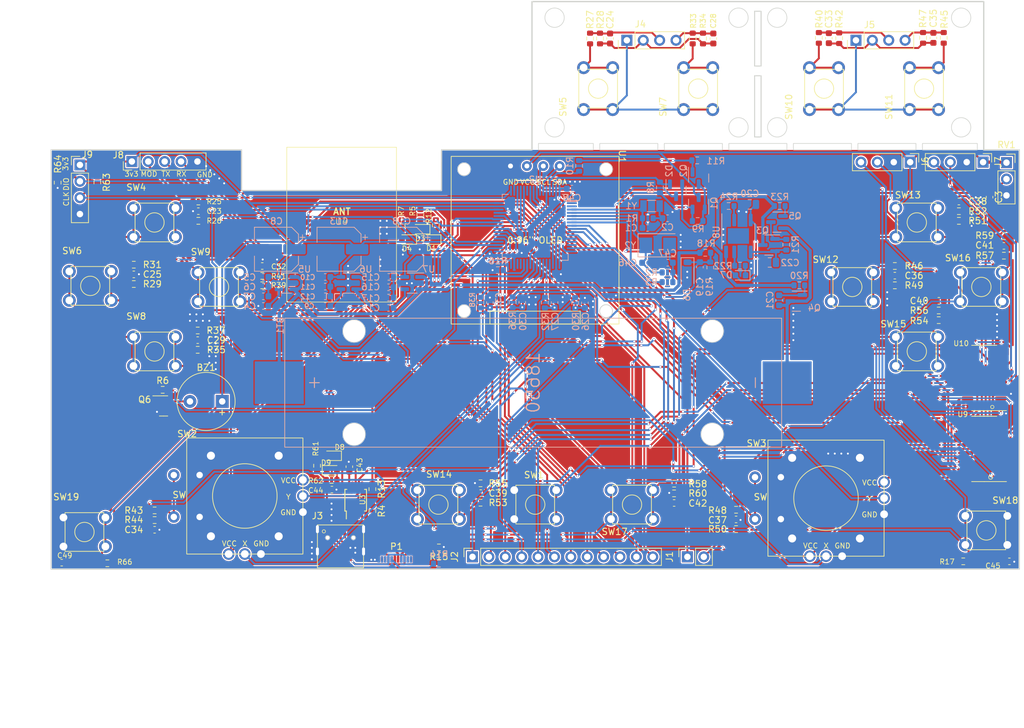
<source format=kicad_pcb>
(kicad_pcb (version 20240108) (generator "pcbnew") (generator_version "8.0")
  (layers (0 "F.Cu" signal) (31 "B.Cu" signal) (34 "B.Paste" user) (35 "F.Paste" user) (36 "B.SilkS" user "B.Silkscreen") (37 "F.SilkS" user "F.Silkscreen") (38 "B.Mask" user) (39 "F.Mask" user) (44 "Edge.Cuts" user))
  (net 0 "")
  (net 1 "+BATT")
  (net 2 "-BATT")
  (net 3 "Net-(D2-K)")
  (net 4 "Net-(R27-Pad1)")
  (net 5 "Net-(R29-Pad1)")
  (net 6 "Net-(R33-Pad1)")
  (net 7 "/MOD")
  (net 8 "VCC")
  (net 9 "/UART2_RX")
  (net 10 "/UART2_TX")
  (net 11 "/buttons/conn_vcc_L")
  (net 12 "/buttons/conn_vcc_R")
  (net 13 "/power_part/BAT_VOLT")
  (net 14 "/buttons/X1")
  (net 15 "/buttons/X2")
  (net 16 "/buttons/Y1")
  (net 17 "/buttons/Y2")
  (net 18 "/buttons/SW1")
  (net 19 "/buttons/SW2")
  (net 20 "Net-(R25-Pad1)")
  (net 21 "Net-(R35-Pad1)")
  (net 22 "Net-(R39-Pad1)")
  (net 23 "Net-(R40-Pad1)")
  (net 24 "GND")
  (net 25 "/I2C1_SDA")
  (net 26 "/I2C1_SCL")
  (net 27 "Net-(R45-Pad1)")
  (net 28 "Net-(R46-Pad1)")
  (net 29 "Net-(R51-Pad1)")
  (net 30 "Net-(R53-Pad1)")
  (net 31 "Net-(R54-Pad1)")
  (net 32 "Net-(R57-Pad1)")
  (net 33 "Net-(R58-Pad1)")
  (net 34 "Net-(BZ1-+)")
  (net 35 "+3V3")
  (net 36 "/OSC32_IN")
  (net 37 "/OSC32_OUT")
  (net 38 "/PB0")
  (net 39 "Net-(U5-BP)")
  (net 40 "Net-(U6-BP)")
  (net 41 "Net-(U7-BP)")
  (net 42 "+5V")
  (net 43 "Net-(Q4-G)")
  (net 44 "Net-(Q3-S)")
  (net 45 "/buttons/D0_0")
  (net 46 "Net-(J4-Pin_3)")
  (net 47 "/buttons/conn_gnd_L")
  (net 48 "/buttons/D1_0")
  (net 49 "/buttons/X1_filtered")
  (net 50 "/buttons/Y1_filtered")
  (net 51 "Net-(J4-Pin_4)")
  (net 52 "/buttons/D2_0")
  (net 53 "/buttons/X2_filtered")
  (net 54 "/buttons/Y2_filtered")
  (net 55 "/buttons/D3_0")
  (net 56 "/buttons/conn_gnd_R")
  (net 57 "Net-(J5-Pin_3)")
  (net 58 "/buttons/D0_1")
  (net 59 "Net-(J5-Pin_4)")
  (net 60 "/buttons/D4_0")
  (net 61 "/buttons/D1_1")
  (net 62 "/buttons/D5_0")
  (net 63 "/buttons/D2_1")
  (net 64 "/buttons/D6_0")
  (net 65 "/buttons/D7_0")
  (net 66 "/buttons/D3_1")
  (net 67 "Net-(U3-V3)")
  (net 68 "/RST")
  (net 69 "/OSC_IN")
  (net 70 "Net-(C47-Pad1)")
  (net 71 "/BLE_RESET")
  (net 72 "Net-(D1-A)")
  (net 73 "Net-(Q1-G)")
  (net 74 "/PG1")
  (net 75 "Net-(D3-A)")
  (net 76 "Net-(D4-A)")
  (net 77 "Net-(D7-K)")
  (net 78 "Net-(D8-A)")
  (net 79 "/UART1_RX")
  (net 80 "/UART1_TX")
  (net 81 "Net-(D9-A)")
  (net 82 "/PA11")
  (net 83 "/PA12")
  (net 84 "/PC3")
  (net 85 "/PC9")
  (net 86 "/PC5")
  (net 87 "/PC6")
  (net 88 "/PC4")
  (net 89 "/PC2")
  (net 90 "/PC11")
  (net 91 "/PC8")
  (net 92 "/PC1")
  (net 93 "/PC7")
  (net 94 "/PC10")
  (net 95 "/PC0")
  (net 96 "/power_part/D+")
  (net 98 "/power_part/D-")
  (net 99 "/buttons/D7_1")
  (net 100 "/buttons/D6_1")
  (net 101 "/buttons/D5_1")
  (net 102 "/buttons/D4_1")
  (net 103 "/SWDIO")
  (net 104 "/SWCLK")
  (net 105 "Net-(P1-VCONN)")
  (net 106 "Net-(P1-CC)")
  (net 107 "Net-(Q2-G)")
  (net 108 "Net-(Q3-G)")
  (net 109 "Net-(Q5-G)")
  (net 110 "Net-(Q6-G)")
  (net 111 "/OSC_OUT")
  (net 112 "/usb2ttl/~{RTS}")
  (net 113 "/PB15")
  (net 114 "/PB13")
  (net 115 "/PB14")
  (net 116 "/PG2")
  (net 117 "/PA8")
  (net 118 "/BOOT0")
  (net 119 "/BOOT1")
  (net 120 "Net-(U8-CHRG)")
  (net 121 "Net-(U8-PROG)")
  (net 122 "/CP")
  (net 127 "/Q7_1")
  (net 131 "/~{CE}")
  (net 132 "/VBAT")
  (net 133 "/~{PL}")
  (net 137 "/buttons/Q7_0")
  (footprint "IVE:SW-6-6" (layer "F.Cu") (at 161.1311 72.25)
    (property "Reference" "SW12")
    (property "Value" "X")
  )
  (footprint "Capacitor_SMD:C_0603_1608Metric" (layer "F.Cu") (at 160.5 36.675 -90)
    (property "Reference" "C33")
    (property "Value" "C_Small")
  )
  (footprint "Resistor_SMD:R_0603_1608Metric" (layer "F.Cu") (at 62.7 82 180)
    (property "Reference" "R37")
    (property "Value" "R_Small")
  )
  (footprint "IVE:SW-6-6" (layer "F.Cu") (at 63 72.25)
    (property "Reference" "SW9")
    (property "Value" "Right")
  )
  (footprint "Capacitor_SMD:C_0603_1608Metric" (layer "F.Cu") (at 126.6 36.725 -90)
    (property "Reference" "C24")
    (property "Value" "C_Small")
  )
  (footprint "IVE:SW-6-6" (layer "F.Cu") (at 181.1311 72.25)
    (property "Reference" "SW16")
    (property "Value" "B")
  )
  (footprint "Capacitor_SMD:C_0603_1608Metric" (layer "F.Cu") (at 177.55 77.4 180)
    (property "Reference" "C40")
    (property "Value" "C_Small")
  )
  (footprint "Connector_PinHeader_2.54mm:PinHeader_1x04_P2.54mm_Vertical" (layer "F.Cu") (at 44.45 56.33)
    (property "Reference" "J9")
    (property "Value" "Conn_01x04_Pin")
  )
  (footprint "IVE:0.96-OLED" (layer "F.Cu") (at 127.98 55 -90)
    (property "Reference" "U1")
    (property "Value" "0.96\"-OLED")
    (fp_circle (center 2 24) (end 3 24) (stroke (width 0.12)) (fill none) (layer "Edge.Cuts"))
    (fp_circle (center 24 24) (end 25 24) (stroke (width 0.12)) (fill none) (layer "Edge.Cuts"))
    (fp_circle (center 2 2) (end 3 2) (stroke (width 0.12)) (fill none) (layer "Edge.Cuts"))
    (fp_circle (center 24 2) (end 25 2) (stroke (width 0.12)) (fill none) (layer "Edge.Cuts"))
  )
  (footprint "IVE:SW-6-6" (layer "F.Cu") (at 97 106)
    (property "Reference" "SW14")
    (property "Value" "Estop")
  )
  (footprint "Resistor_SMD:R_0603_1608Metric" (layer "F.Cu") (at 187.625 70.4 180)
    (property "Reference" "R57")
    (property "Value" "R_Small")
  )
  (footprint "Connector_PinHeader_2.54mm:PinHeader_1x05_P2.54mm_Vertical" (layer "F.Cu") (at 52.5 55.8 90)
    (property "Reference" "J8")
    (property "Value" "BLE")
  )
  (footprint "IVE:SW-6-6" (layer "F.Cu") (at 187.9 116 180)
    (property "Reference" "SW18")
    (property "Value" "Reset")
  )
  (footprint "Resistor_SMD:R_0603_1608Metric" (layer "F.Cu") (at 100.075 115.64 180)
    (property "Reference" "R15")
    (property "Value" "5k1")
  )
  (footprint "Resistor_SMD:R_0603_1608Metric" (layer "F.Cu") (at 123.5 36.725 90)
    (property "Reference" "R27")
    (property "Value" "R_Small")
  )
  (footprint "Resistor_SMD:R_0603_1608Metric" (layer "F.Cu") (at 52.8 71.8 180)
    (property "Reference" "R31")
    (property "Value" "R_Small")
  )
  (footprint "Resistor_SMD:R_0603_1608Metric" (layer "F.Cu") (at 97.2 64.075 90)
    (property "Reference" "R5")
    (property "Value" "1k")
  )
  (footprint "Resistor_SMD:R_0603_1608Metric" (layer "F.Cu") (at 187.625 67.38 180)
    (property "Reference" "R59")
    (property "Value" "R_Small")
  )
  (footprint "Resistor_SMD:R_0603_1608Metric" (layer "F.Cu") (at 158.95 36.63 90)
    (property "Reference" "R40")
    (property "Value" "R_Small")
  )
  (footprint "Connector_PinSocket_2.54mm:PinSocket_1x12_P2.54mm_Vertical" (layer "F.Cu") (at 105.28 117.1 90)
    (property "Reference" "J2")
    (property "Value" "Conn_01x12_Socket")
  )
  (footprint "Resistor_SMD:R_0603_1608Metric" (layer "F.Cu") (at 62.8 65)
    (property "Reference" "R26")
    (property "Value" "R_Small")
  )
  (footprint "Resistor_SMD:R_0603_1608Metric" (layer "F.Cu") (at 170.725 72)
    (property "Reference" "R46")
    (property "Value" "R_Small")
  )
  (footprint "Capacitor_SMD:C_0603_1608Metric" (layer "F.Cu") (at 170.725 73.5 180)
    (property "Reference" "C36")
    (property "Value" "C_Small")
  )
  (footprint "Resistor_SMD:R_0603_1608Metric" (layer "F.Cu") (at 57.275 91.2)
    (property "Reference" "R6")
    (property "Value" "220")
  )
  (footprint "Resistor_SMD:R_0603_1608Metric" (layer "F.Cu") (at 136.515 107.26)
    (property "Reference" "R60")
    (property "Value" "R_Small")
  )
  (footprint "Resistor_SMD:R_0603_1608Metric" (layer "F.Cu") (at 52.8 74.8 180)
    (property "Reference" "R29")
    (property "Value" "R_Small")
  )
  (footprint "Resistor_SMD:R_0603_1608Metric" (layer "F.Cu") (at 125.04 36.725 90)
    (property "Reference" "R28")
    (property "Value" "R_Small")
  )
  (footprint "Resistor_SMD:R_0603_1608Metric" (layer "F.Cu") (at 146.125 112.8 180)
    (property "Reference" "R50")
    (property "Value" "R_Small")
  )
  (footprint "IVE:joystick2" (layer "F.Cu") (at 61 98.6655)
    (property "Reference" "SW2")
    (property "Value" "joystick")
  )
  (footprint "IVE:joystick2" (layer "F.Cu") (at 151.0605 99)
    (property "Reference" "SW3")
    (property "Value" "joystick")
  )
  (footprint "Capacitor_SMD:C_0603_1608Metric" (layer "F.Cu") (at 176.7 36.625 -90)
    (property "Reference" "C35")
    (property "Value" "C_Small")
  )
  (footprint "IVE:SW-6-6" (layer "F.Cu") (at 171.1311 62.25)
    (property "Reference" "SW13")
    (property "Value" "Y")
  )
  (footprint "Resistor_SMD:R_0603_1608Metric" (layer "F.Cu") (at 177.525 78.9)
    (property "Reference" "R56")
    (property "Value" "R_Small")
  )
  (footprint "IVE:SW-6-6" (layer "F.Cu") (at 121.75 47.5 90)
    (property "Reference" "SW5")
    (property "Value" "L1")
  )
  (footprint "Capacitor_SMD:C_0603_1608Metric" (layer "F.Cu") (at 56.025 112.9)
    (property "Reference" "C34")
    (property "Value" "C_Small")
  )
  (footprint "Capacitor_SMD:C_0603_1608Metric" (layer "F.Cu") (at 106.555 107.22 180)
    (property "Reference" "C39")
    (property "Value" "C_Small")
  )
  (footprint "Capacitor_SMD:C_0603_1608Metric" (layer "F.Cu") (at 142.6 36.725 -90)
    (property "Reference" "C28")
    (property "Value" "C_Small")
  )
  (footprint "Capacitor_SMD:C_0603_1608Metric" (layer "F.Cu") (at 41.625 118 180)
    (property "Reference" "C49")
    (property "Value" "1u")
  )
  (footprint "Resistor_SMD:R_0603_1608Metric" (layer "F.Cu") (at 106.525 105.7)
    (property "Reference" "R55")
    (property "Value" "R_Small")
  )
  (footprint "Resistor_SMD:R_0603_1608Metric" (layer "F.Cu") (at 99.6 65.675 90)
    (property "Reference" "R12")
    (property "Value" "1k")
  )
  (footprint "Capacitor_SMD:C_0603_1608Metric" (layer "F.Cu") (at 83.495 106.675 180)
    (property "Reference" "C44")
    (property "Value" "0.1u")
  )
  (footprint "LED_SMD:LED_0603_1608Metric" (layer "F.Cu") (at 83.4825 103.675)
    (property "Reference" "D9")
    (property "Value" "GREEN")
  )
  (footprint "Resistor_SMD:R_0603_1608Metric" (layer "F.Cu") (at 72.7 75 180)
    (property "Reference" "R39")
    (property "Value" "R_Small")
  )
  (footprint "IVE:SW-6-6" (layer "F.Cu") (at 42.15 110.25)
    (property "Reference" "SW19")
    (property "Value" "BLE_RST")
  )
  (footprint "Capacitor_SMD:C_0603_1608Metric" (layer "F.Cu") (at 62.7 83.5)
    (property "Reference" "C29")
    (property "Value" "C_Small")
  )
  (footprint "IVE:SW-6-6" (layer "F.Cu") (at 53 62.25)
    (property "Reference" "SW4")
    (property "Value" "Up")
  )
  (footprint "Resistor_SMD:R_0603_1608Metric" (layer "F.Cu") (at 94.3 65.675 90)
    (property "Reference" "R7")
    (property "Value" "1k")
  )
  (footprint "Resistor_SMD:R_0603_1608Metric" (layer "F.Cu") (at 56.025 109.9 180)
    (property "Reference" "R43")
    (property "Value" "R_Small")
  )
  (footprint "Resistor_SMD:R_0603_1608Metric" (layer "F.Cu") (at 180.65 65 180)
    (property "Reference" "R51")
    (property "Value" "R_Small")
  )
  (footprint "Resistor_SMD:R_0603_1608Metric" (layer "F.Cu") (at 106.525 108.7)
    (property "Reference" "R53")
    (property "Value" "R_Small")
  )
  (footprint "Capacitor_SMD:C_0603_1608Metric" (layer "F.Cu") (at 72.7 72)
    (property "Reference" "C32")
    (property "Value" "C_Small")
  )
  (footprint "Capacitor_SMD:C_0603_1608Metric" (layer "F.Cu") (at 180.65 62)
    (property "Reference" "C38")
    (property "Value" "C_Small")
  )
  (footprint "IVE:SW-6-6" (layer "F.Cu") (at 53 82.25)
    (property "Reference" "SW8")
    (property "Value" "Down")
  )
  (footprint "IVE:Buzzer_9x5.5RM5.0" (layer "F.Cu") (at 64 93 180)
    (property "Reference" "BZ1")
    (property "Value" "Buzzer")
  )
  (footprint "Connector_PinHeader_2.54mm:PinHeader_1x04_P2.54mm_Vertical" (layer "F.Cu") (at 184.4 55.9 -90)
    (property "Reference" "J7")
    (property "Value" "Conn_01x04_Pin")
  )
  (footprint "Resistor_SMD:R_0603_1608Metric" (layer "F.Cu") (at 136.525 105.75)
    (property "Reference" "R58")
    (property "Value" "R_Small")
  )
  (footprint "Connector_PinHeader_2.54mm:PinHeader_1x04_P2.54mm_Vertical" (layer "F.Cu") (at 173.1 55.9 -90)
    (property "Reference" "J6")
    (property "Value" "Conn_01x04_Pin")
  )
  (footprint "Package_SO:SO-16_3.9x9.9mm_P1.27mm" (layer "F.Cu") (at 184.575 89.365 180)
    (property "Reference" "U10")
    (property "Value" "74HC165")
  )
  (footprint "Capacitor_SMD:C_0603_1608Metric" (layer "F.Cu") (at 187.625 68.88)
    (property "Reference" "C41")
    (property "Value" "C_Small")
  )
  (footprint "Capacitor_SMD:C_0603_1608Metric" (layer "F.Cu") (at 185.4 61.325 -90)
    (property "Reference" "C3")
    (property "Value" "100n")
  )
  (footprint "Resistor_SMD:R_0603_1608Metric" (layer "F.Cu") (at 62.8 62)
    (property "Reference" "R25")
    (property "Value" "R_Small")
  )
  (footprint "Connector_PinSocket_2.54mm:PinSocket_1x03_P2.54mm_Vertical" (layer "F.Cu") (at 188.025 55.975)
    (property "Reference" "RV1")
    (property "Value" "10k")
  )
  (footprint "Resistor_SMD:R_0603_1608Metric" (layer "F.Cu") (at 162.1 36.675 90)
    (property "Reference" "R42")
    (property "Value" "R_Small")
  )
  (footprint "IVE:USB_Micro_5p" (layer "F.Cu") (at 81.25 112.15)
    (property "Reference" "J3")
    (property "Value" "USB_B_Micro")
    (fp_circle (center 1.575 1.9812) (end 1.9 1.9812) (stroke (width 0.1)) (fill none) (layer "Edge.Cuts"))
    (fp_circle (center 5.575 1.9812) (end 5.9 1.9812) (stroke (width 0.1)) (fill none) (layer "Edge.Cuts"))
  )
  (footprint "Connector_USB:USB_C_Plug_Molex_105444" (layer "F.Cu") (at 93.5 117.54 180)
    (property "Reference" "P1")
    (property "Value" "USB_C_Plug_USB2.0")
  )
  (footprint "Resistor_SMD:R_0603_1608Metric" (layer "F.Cu") (at 170.725 75)
    (property "Reference" "R49")
    (property "Value" "R_Small")
  )
  (footprint "Resistor_SMD:R_0603_1608Metric" (layer "F.Cu") (at 181.325 117.8)
    (property "Reference" "R17")
    (property "Value" "10k")
  )
  (footprint "Resistor_SMD:R_0603_1608Metric" (layer "F.Cu") (at 175.1 36.625 90)
    (property "Reference" "R47")
    (property "Value" "R_Small")
  )
  (footprint "LED_SMD:LED_0603_1608Metric" (layer "F.Cu") (at 95.13 67.9 180)
    (property "Reference" "D4")
    (property "Value" "Green")
  )
  (footprint "IVE:E104-BT53C3" (layer "F.Cu") (at 85 65.09)
    (property "Reference" "U4")
    (property "Value" "~")
  )
  (footprint "Connector_PinHeader_2.54mm:PinHeader_1x04_P2.54mm_Vertical" (layer "F.Cu") (at 129.2 37 90)
    (property "Reference" "J4")
    (property "Value" "Conn_01x04_Pin")
  )
  (footprint "Capacitor_SMD:C_0603_1608Metric" (layer "F.Cu") (at 188.475 117.8)
    (property "Reference" "C45")
    (property "Value" "1u")
  )
  (footprint "IVE:SW-6-6" (layer "F.Cu") (at 43.0605 72.0845)
    (property "Reference" "SW6")
    (property "Value" "Left")
  )
  (footprint "Connector_PinHeader_2.54mm:PinHeader_1x04_P2.54mm_Vertical" (layer "F.Cu") (at 164.7 37 90)
    (property "Reference" "J5")
    (property "Value" "Conn_01x04_Pin")
  )
  (footprint "Capacitor_SMD:C_0603_1608Metric" (layer "F.Cu") (at 146.125 111.3)
    (property "Reference" "C37")
    (property "Value" "C_Small")
  )
  (footprint "Resistor_SMD:R_0603_1608Metric" (layer "F.Cu") (at 139.4 36.725 90)
    (property "Reference" "R33")
    (property "Value" "R_Small")
  )
  (footprint "LED_SMD:LED_0603_1608Metric" (layer "F.Cu") (at 83.4825 101.425 180)
    (property "Reference" "D8")
    (property "Value" "YELLOW")
  )
  (footprint "Resistor_SMD:R_0603_1608Metric" (layer "F.Cu") (at 89.77 106.6 -90)
    (property "Reference" "R13")
    (property "Value" "4k7")
  )
  (footprint "Resistor_SMD:R_0603_1608Metric" (layer "F.Cu") (at 72.7 73.53 180)
    (property "Reference" "R41")
    (property "Value" "R_Small")
  )
  (footprint "Resistor_SMD:R_0603_1608Metric" (layer "F.Cu") (at 141 36.725 90)
    (property "Reference" "R34")
    (property "Value" "R_Small")
  )
  (footprint "Resistor_SMD:R_0603_1608Metric" (layer "F.Cu") (at 62.7 85 180)
    (property "Reference" "R35")
    (property "Value" "R_Small")
  )
  (footprint "Connector_PinSocket_2.54mm:PinSocket_1x02_P2.54mm_Vertical" (layer "F.Cu") (at 138.58 117.1 90)
    (property "Reference" "J1")
    (property "Value" "Conn_01x02_Socket")
  )
  (footprint "LED_SMD:LED_0603_1608Metric" (layer "F.Cu") (at 97.2 66.3 180)
    (property "Reference" "D3")
    (property "Value" "Yellow")
  )
  (footprint "LED_SMD:LED_0603_1608Metric" (layer "F.Cu") (at 98.9 67.9 180)
    (property "Reference" "D1")
    (property "Value" "Red")
  )
  (footprint "Resistor_SMD:R_0603_1608Metric" (layer "F.Cu") (at 83.445 105.175)
    (property "Reference" "R62")
    (property "Value" "2k")
  )
  (footprint "Resistor_SMD:R_0603_1608Metric" (layer "F.Cu") (at 41 59.075 -90)
    (property "Reference" "R64")
    (property "Value" "10k")
  )
  (footprint "Resistor_SMD:R_0603_1608Metric" (layer "F.Cu") (at 47.15 59.035 -90)
    (property "Reference" "R63")
    (property "Value" "10k")
  )
  (footprint "Resistor_SMD:R_0603_1608Metric" (layer "F.Cu") (at 178.3 36.625 90)
    (property "Reference" "R45")
    (property "Value" "R_Small")
  )
  (footprint "IVE:SW-6-6" (layer "F.Cu") (at 127 106)
    (property "Reference" "SW17")
    (property "Value" "Hold")
  )
  (footprint "Resistor_SMD:R_0603_1608Metric" (layer "F.Cu") (at 89.77 110 -90)
    (property "Reference" "R4")
    (property "Value" "1k")
  )
  (footprint "Resistor_SMD:R_0603_1608Metric" (layer "F.Cu") (at 48.7 118.1 180)
    (property "Reference" "R66")
    (property "Value" "10k")
  )
  (footprint "Package_TO_SOT_SMD:SOT-23" (layer "F.Cu") (at 57.4125 93.7)
    (property "Reference" "Q6")
    (property "Value" "AO3400A")
  )
  (footprint "Resistor_SMD:R_0603_1608Metric" (layer "F.Cu") (at 81.2 102.975 90)
    (property "Reference" "R61")
    (property "Value" "2k")
  )
  (footprint "Resistor_SMD:R_0603_1608Metric" (layer "F.Cu") (at 146.125 109.8 180)
    (property "Reference" "R48")
    (property "Value" "R_Small")
  )
  (footprint "Resistor_SMD:R_0603_1608Metric" (layer "F.Cu") (at 180.65 63.5 180)
    (property "Reference" "R52")
    (property "Value" "R_Small")
  )
  (footprint "Capacitor_SMD:C_0603_1608Metric" (layer "F.Cu") (at 62.8 63.5 180)
    (property "Reference" "C23")
    (property "Value" "C_Small")
  )
  (footprint "Resistor_SMD:R_0603_1608Metric" (layer "F.Cu") (at 56.025 111.4 180)
    (property "Reference" "R44")
    (property "Value" "R_Small")
  )
  (footprint "Package_SO:SO-16_3.9x9.9mm_P1.27mm" (layer "F.Cu") (at 184.575 100.365 180)
    (property "Reference" "U9")
    (property "Value" "74HC165")
  )
  (footprint "Resistor_SMD:R_0603_1608Metric" (layer "F.Cu") (at 177.525 80.4)
    (property "Reference" "R54")
    (property "Value" "R_Small")
  )
  (footprint "IVE:SW-6-6" (layer "F.Cu") (at 172.25 47.5 90)
    (property "Reference" "SW11")
    (property "Value" "R2")
  )
  (footprint "IVE:SW-6-6" (layer "F.Cu") (at 156.75 47.5 90)
    (property "Reference" "SW10")
    (property "Value" "R1")
  )
  (footprint "IVE:SW-6-6" (layer "F.Cu") (at 112 106)
    (property "Reference" "SW1")
    (property "Value" "Home")
  )
  (footprint "Capacitor_SMD:C_0603_1608Metric" (layer "F.Cu") (at 86.2 103.125 90)
    (property "Reference" "C43")
    (property "Value" "0.1u")
  )
  (footprint "Capacitor_SMD:C_0603_1608Metric" (layer "F.Cu") (at 136.525 108.75 180)
    (property "Reference" "C42")
    (property "Value" "C_Small")
  )
  (footprint "Package_SO:MSOP-10_3x3mm_P0.5mm" (layer "F.Cu") (at 87.18 108.32 90)
    (property "Reference" "U3")
    (property "Value" "CH340X")
  )
  (footprint "IVE:SW-6-6" (layer "F.Cu") (at 137.25 47.5 90)
    (property "Reference" "SW7")
    (property "Value" "L2")
  )
  (footprint "IVE:SW-6-6" (layer "F.Cu") (at 171.1311 82.25)
    (property "Reference" "SW15")
    (property "Value" "A")
  )
  (footprint "Capacitor_SMD:C_0603_1608Metric" (layer "F.Cu") (at 52.8 73.3)
    (property "Reference" "C25")
    (property "Value" "C_Small")
  )
  (footprint "Package_TO_SOT_SMD:SOT-23" (layer "B.Cu") (at 136.825 60.2625 -90)
    (property "Reference" "D2")
    (property "Value" "BAV70")
  )
  (footprint "Resistor_SMD:R_0603_1608Metric" (layer "B.Cu") (at 140.1 55.625 180)
    (property "Reference" "R11")
    (property "Value" "10k")
  )
  (footprint "Capacitor_SMD:C_0603_1608Metric" (layer "B.Cu") (at 82.47 76.7 180)
    (property "Reference" "C12")
    (property "Value" "2.2u")
  )
  (footprint "Resistor_SMD:R_0603_1608Metric" (layer "B.Cu") (at 134.325 59.825 -90)
    (property "Reference" "R8")
    (property "Value" "10k")
  )
  (footprint "Capacitor_SMD:C_0603_1608Metric" (layer "B.Cu") (at 122.7 77.725 90)
    (property "Reference" "C26")
    (property "Value" "C_Small")
  )
  (footprint "Capacitor_SMD:C_0603_1608Metric" (layer "B.Cu") (at 72.871238 78.2 180)
    (property "Reference" "C4")
    (property "Value" "470p")
  )
  (footprint "Capacitor_SMD:C_0603_1608Metric" (layer "B.Cu") (at 132.35 71.5)
    (property "Reference" "C46")
    (property "Value" "20p")
  )
  (footprint "Resistor_SMD:R_0603_1608Metric" (layer "B.Cu") (at 111.5 77.625 -90)
    (property "Reference" "R36")
    (property "Value" "R_Small")
  )
  (footprint "Package_SO:SOIC-8-1EP_3.9x4.9mm_P1.27mm_EP2.41x3.3mm" (layer "B.Cu") (at 146.475 67.35 -90)
    (property "Reference" "U8")
    (property "Value" "TP4056")
  )
  (footprint "Capacitor_SMD:CP_Elec_6.3x5.4" (layer "B.Cu") (at 74.901238 69.4 180)
    (property "Reference" "C8")
    (property "Value" "220u")
  )
  (footprint "Capacitor_SMD:C_0603_1608Metric" (layer "B.Cu") (at 113 77.625 90)
    (property "Reference" "C30")
    (property "Value" "C_Small")
  )
  (footprint "Capacitor_SMD:C_0603_1608Metric" (layer "B.Cu") (at 107.975 77.675 90)
    (property "Reference" "C31")
    (property "Value" "C_Small")
  )
  (footprint "Capacitor_SMD:C_0603_1608Metric" (layer "B.Cu") (at 82.47 78.2 180)
    (property "Reference" "C9")
    (property "Value" "470p")
  )
  (footprint "LED_SMD:LED_0603_1608Metric" (layer "B.Cu") (at 146.8 73.45 180)
    (property "Reference" "D7")
    (property "Value" "CHRG")
  )
  (footprint "Crystal:Crystal_SMD_5032-2Pin_5.0x3.2mm" (layer "B.Cu") (at 133.975 68.8)
    (property "Reference" "Y2")
    (property "Value" "8M")
  )
  (footprint "Resistor_SMD:R_0603_1608Metric" (layer "B.Cu") (at 142.125 72.225 -90)
    (property "Reference" "R19")
    (property "Value" "10k")
  )
  (footprint "Resistor_SMD:R_0603_1608Metric" (layer "B.Cu") (at 135.5 74.5 180)
    (property "Reference" "R3")
    (property "Value" "0")
  )
  (footprint "Capacitor_SMD:C_0603_1608Metric" (layer "B.Cu") (at 72.871238 73.69 180)
    (property "Reference" "C5")
    (property "Value" "1n")
  )
  (footprint "Capacitor_SMD:C_0603_1608Metric" (layer "B.Cu") (at 118 77.675 90)
    (property "Reference" "C27")
    (property "Value" "C_Small")
  )
  (footprint "Resistor_SMD:R_0603_1608Metric" (layer "B.Cu") (at 144.975 62.7)
    (property "Reference" "R24")
    (property "Value" "2k")
  )
  (footprint "IVE:18650" (layer "B.Cu") (at 76.1855 80.094 -90)
    (property "Reference" "BT1")
    (property "Value" "18650")
    (fp_circle (center 2 -10.75) (end 3.75 -10.75) (stroke (width 0.1)) (fill none) (layer "Edge.Cuts"))
    (fp_circle (center 18 -10.75) (end 19.75 -10.75) (stroke (width 0.1)) (fill none) (layer "Edge.Cuts"))
    (fp_circle (center 2 -66.25) (end 3.75 -66.25) (stroke (width 0.1)) (fill none) (layer "Edge.Cuts"))
    (fp_circle (center 18 -66.25) (end 19.75 -66.25) (stroke (width 0.1)) (fill none) (layer "Edge.Cuts"))
  )
  (footprint "Resistor_SMD:R_0603_1608Metric" (layer "B.Cu") (at 152.8875 62.7 180)
    (property "Reference" "R23")
    (property "Value" "1k")
  )
  (footprint "Capacitor_SMD:C_0603_1608Metric" (layer "B.Cu") (at 92.275 75.3 180)
    (property "Reference" "C16")
    (property "Value" "10n")
  )
  (footprint "Capacitor_SMD:C_0603_1608Metric" (layer "B.Cu") (at 72.871238 76.7 180)
    (property "Reference" "C7")
    (property "Value" "2.2u")
  )
  (footprint "Resistor_SMD:R_0603_1608Metric" (layer "B.Cu") (at 121.8 56.475 -90)
    (property "Reference" "R10")
    (property "Value" "1k")
  )
  (footprint "Capacitor_SMD:C_0603_1608Metric" (layer "B.Cu") (at 132.4 66.1)
    (property "Reference" "C1")
    (property "Value" "12.5p")
  )
  (footprint "Crystal:Crystal_SMD_3215-2Pin_3.2x1.5mm" (layer "B.Cu") (at 133.025 62.7)
    (property "Reference" "Y1")
    (property "Value" "32k768")
  )
  (footprint "Package_TO_SOT_SMD:SOT-23" (layer "B.Cu") (at 152.4625 65.2 180)
    (property "Reference" "Q5")
    (property "Value" "AO3400A")
  )
  (footprint "Capacitor_SMD:CP_Elec_6.3x5.4" (layer "B.Cu") (at 94.3 69.4 180)
    (property "Reference" "C18")
    (property "Value" "220u")
  )
  (footprint "Package_TO_SOT_SMD:SOT-23-5" (layer "B.Cu") (at 95.9375 74.65 180)
    (property "Reference" "U7")
    (property "Value" "MIC5219-3.3YM5")
  )
  (footprint "Capacitor_SMD:CP_Elec_6.3x5.4" (layer "B.Cu") (at 84.6 69.4 180)
    (property "Reference" "C13")
    (property "Value" "220u")
  )
  (footprint "Package_TO_SOT_SMD:SOT-23" (layer "B.Cu") (at 155.4625 77.45 180)
    (property "Reference" "Q4")
    (property "Value" "AO3400A")
  )
  (footprint "Resistor_SMD:R_0603_1608Metric" (layer "B.Cu") (at 132.45 64.6)
    (property "Reference" "R1")
    (property "Value" "1M")
  )
  (footprint "Package_TO_SOT_SMD:SOT-23" (layer "B.Cu") (at 140.325 62.2875 90)
    (property "Reference" "Q1")
    (property "Value" "AO3401A")
  )
  (footprint "Resistor_SMD:R_0603_1608Metric" (layer "B.Cu") (at 146.725 71.95 180)
    (property "Reference" "R22")
    (property "Value" "1k")
  )
  (footprint "Resistor_SMD:R_0603_1608Metric" (layer "B.Cu") (at 135.5 73)
    (property "Reference" "R2")
    (property "Value" "1M")
  )
  (footprint "Resistor_SMD:R_0603_1608Metric" (layer "B.Cu") (at 100.075 118.15 180)
    (property "Reference" "R14")
    (property "Value" "5k1")
  )
  (footprint "Capacitor_SMD:C_0603_1608Metric" (layer "B.Cu") (at 140.525 72.175 -90)
    (property "Reference" "C19")
    (property "Value" "10n")
  )
  (footprint "Capacitor_SMD:C_0603_1608Metric" (layer "B.Cu") (at 92.275 78.5 180)
    (property "Reference" "C14")
    (property "Value" "470p")
  )
  (footprint "Package_TO_SOT_SMD:SOT-23-5" (layer "B.Cu") (at 76.438738 74.65 180)
    (property "Reference" "U5")
    (property "Value" "MIC5219-3.3YM5")
  )
  (footprint "Capacitor_SMD:C_0805_2012Metric" (layer "B.Cu") (at 151.35 71.45 180)
    (property "Reference" "C22")
    (property "Value" "10u")
  )
  (footprint "Package_TO_SOT_SMD:SOT-23-5" (layer "B.Cu") (at 86.0375 74.65 180)
    (property "Reference" "U6")
    (property "Value" "MIC5219-3.3YM5")
  )
  (footprint "Capacitor_SMD:C_0603_1608Metric" (layer "B.Cu") (at 72.871238 75.2 180)
    (property "Reference" "C6")
    (property "Value" "10n")
  )
  (footprint "Package_TO_SOT_SMD:SOT-23" (layer "B.Cu") (at 140.325 58.3625 -90)
    (property "Reference" "Q2")
    (property "Value" "AO3400A")
  )
  (footprint "Resistor_SMD:R_0603_1608Metric" (layer "B.Cu") (at 116.5 77.675 -90)
    (property "Reference" "R32")
    (property "Value" "R_Small")
  )
  (footprint "Resistor_SMD:R_0603_1608Metric" (layer "B.Cu") (at 106.5 77.675 -90)
    (property "Reference" "R38")
    (property "Value" "R_Small")
  )
  (footprint "Resistor_SMD:R_0603_1608Metric" (layer "B.Cu") (at 141.35 69.95)
    (property "Reference" "R18")
    (property "Value" "100k")
  )
  (footprint "Resistor_SMD:R_0603_1608Metric" (layer "B.Cu") (at 121.2 77.725 -90)
    (property "Reference" "R30")
    (property "Value" "R_Small")
  )
  (footprint "Capacitor_SMD:C_0603_1608Metric" (layer "B.Cu") (at 92.275 76.9 180)
    (property "Reference" "C17")
    (property "Value" "2.2u")
  )
  (footprint "Package_QFP:LQFP-64_10x10mm_P0.5mm" (layer "B.Cu") (at 115 66 180)
    (property "Reference" "U2")
    (property "Value" "STM32F446RCTx")
  )
  (footprint "Resistor_SMD:R_0603_1608Metric" (layer "B.Cu") (at 153.9 68.7 90)
    (property "Reference" "R21")
    (property "Value" "10k")
  )
  (footprint "Resistor_SMD:R_0603_1608Metric" (layer "B.Cu") (at 140.175 65.025 180)
    (property "Reference" "R9")
    (property "Value" "10k")
  )
  (footprint "Capacitor_SMD:C_0603_1608Metric" (layer "B.Cu") (at 120.675 60)
    (property "Reference" "C48")
    (property "Value" "100n")
  )
  (footprint "Diode_SMD:D_SOD-123" (layer "B.Cu") (at 138.5975 73.0725 -90)
    (property "Reference" "D6")
    (property "Value" "3v6")
  )
  (footprint "Capacitor_SMD:C_0603_1608Metric" (layer "B.Cu") (at 82.47 73.7 180)
    (property "Reference" "C10")
    (property "Value" "1n")
  )
  (footprint "Capacitor_SMD:C_0603_1608Metric" (layer "B.Cu") (at 135.5 64.6)
    (property "Reference" "C2")
    (property "Value" "12.5p")
  )
  (footprint "Package_TO_SOT_SMD:SOT-23" (layer "B.Cu") (at 151.2125 68.75 180)
    (property "Reference" "Q3")
    (property "Value" "AO3401A")
  )
  (footprint "Capacitor_SMD:C_0603_1608Metric" (layer "B.Cu") (at 92.3175 73.69 180)
    (property "Reference" "C15")
    (property "Value" "1n")
  )
  (footprint "Resistor_SMD:R_0603_1608Metric" (layer "B.Cu") (at 155.925 75)
    (property "Reference" "R20")
    (property "Value" "10")
  )
  (footprint "Capacitor_SMD:C_0603_1608Metric" (layer "B.Cu") (at 152.8 77.325 -90)
    (property "Reference" "C21")
    (property "Value" "100n")
  )
  (footprint "Capacitor_SMD:C_0805_2012Metric" (layer "B.Cu") (at 148.25 62.45 180)
    (property "Reference" "C20")
    (property "Value" "10u")
  )
  (footprint "Capacitor_SMD:C_0603_1608Metric" (layer "B.Cu") (at 82.47 75.2 180)
    (property "Reference" "C11")
    (property "Value" "10n")
  )
  (footprint "Resistor_SMD:R_0603_1608Metric" (layer "B.Cu") (at 109.22 72.644 180)
    (property "Reference" "R16")
    (property "Value" "100k")
  )
  (footprint "Capacitor_SMD:C_0603_1608Metric" (layer "B.Cu") (at 135.55 71.5 180)
    (property "Reference" "C47")
    (property "Value" "20p")
  )
  (gr_rect (start 175 53) (end 183.5 54) (stroke (width 0.1)) (fill none) (layer "Edge.Cuts"))
  (gr_rect (start 155 53) (end 164 54) (stroke (width 0.1)) (fill none) (layer "Edge.Cuts"))
  (gr_rect (start 165 53) (end 174 54) (stroke (width 0.1)) (fill none) (layer "Edge.Cuts"))
  (gr_poly (pts (xy 190 119) (xy 40 119) (xy 40 54) (xy 69.49 54) (xy 69.49 60.3) (xy 100.48 60.3) (xy 100.49 54) (xy 114.5 54) (xy 114.5 31) (xy 184.5 31) (xy 184.5 54) (xy 190 54)) (stroke (width 0.2)) (fill none) (layer "Edge.Cuts"))
  (gr_rect (start 115.5 53) (end 124 54) (stroke (width 0.1)) (fill none) (layer "Edge.Cuts"))
  (gr_circle (center 146.5 50.5) (end 145 50.5) (stroke (width 0.1)) (fill none) (layer "Edge.Cuts"))
  (gr_circle (center 181 50.5) (end 179.5 50.5) (stroke (width 0.1)) (fill none) (layer "Edge.Cuts"))
  (gr_rect (start 145 53) (end 154 54) (stroke (width 0.1)) (fill none) (layer "Edge.Cuts"))
  (gr_rect (start 135 53) (end 144 54) (stroke (width 0.1)) (fill none) (layer "Edge.Cuts"))
  (gr_circle (center 181 33.5) (end 179.5 33.5) (stroke (width 0.1)) (fill none) (layer "Edge.Cuts"))
  (gr_rect (start 149 42.5) (end 150 52) (stroke (width 0.15)) (fill none) (layer "Edge.Cuts"))
  (gr_circle (center 152.5 50.5) (end 151 50.5) (stroke (width 0.1)) (fill none) (layer "Edge.Cuts"))
  (gr_circle (center 146.5 33.5) (end 145 33.5) (stroke (width 0.1)) (fill none) (layer "Edge.Cuts"))
  (gr_rect (start 125 53) (end 134 54) (stroke (width 0.1)) (fill none) (layer "Edge.Cuts"))
  (gr_rect (start 149 32.5) (end 150 41) (stroke (width 0.15)) (fill none) (layer "Edge.Cuts"))
  (gr_circle (center 118 50.5) (end 116.5 50.5) (stroke (width 0.1)) (fill none) (layer "Edge.Cuts"))
  (gr_circle (center 118 33.5) (end 116.5 33.5) (stroke (width 0.1)) (fill none) (layer "Edge.Cuts"))
  (gr_circle (center 152.5 33.5) (end 151 33.5) (stroke (width 0.1)) (fill none) (layer "Edge.Cuts"))
  (gr_text "GND" (at 62.5 58.3 0) (layer "F.SilkS") (effects (font (size 0.8 0.8) (thickness 0.12)) (justify left bottom)))
  (gr_text "RX" (at 59.3 58.2 0) (layer "F.SilkS") (effects (font (size 0.8 0.8) (thickness 0.12)) (justify left bottom)))
  (gr_text "ANT" (at 83.58 64.15 0) (layer "F.SilkS") (effects (font (size 1 1) (thickness 0.2) (bold yes)) (justify left bottom)))
  (gr_text "MOD" (at 53.8 58.2 0) (layer "F.SilkS") (effects (font (size 0.8 0.8) (thickness 0.12)) (justify left bottom)))
  (gr_text "TX" (at 57 58.2 0) (layer "F.SilkS") (effects (font (size 0.8 0.8) (thickness 0.12)) (justify left bottom)))
  (gr_text "3v3" (at 42.7 57.3 90) (layer "F.SilkS") (effects (font (size 0.8 0.8) (thickness 0.12) (bold yes)) (justify left bottom)))
  (gr_text "CLK" (at 42.8 62.8 90) (layer "F.SilkS") (effects (font (size 0.8 0.8) (thickness 0.12) (bold yes)) (justify left bottom)))
  (gr_text "3v3" (at 51.3 58.2 0) (layer "F.SilkS") (effects (font (size 0.8 0.8) (thickness 0.12) (bold yes)) (justify left bottom)))
  (gr_text "DIO" (at 42.8 60.4 90) (layer "F.SilkS") (effects (font (size 0.8 0.8) (thickness 0.12) (bold yes)) (justify left bottom)))
  (segment (start 102.05 74.95) (end 103.5 74.95) (width 0.5) (layer "F.Cu") (net 1))
  (segment (start 101.875 75.125) (end 102.05 74.95) (width 0.5) (layer "F.Cu") (net 1))
  (via (at 103.5 74.95) (size 0.4) (drill 0.3) (layers "F.Cu" "B.Cu") (net 1))
  (via (at 101.875 75.125) (size 0.4) (drill 0.3) (layers "F.Cu" "B.Cu") (net 1))
  (segment (start 81.401238 79.425) (end 91.2 79.425) (width 0.5) (layer "B.Cu") (net 1))
  (segment (start 155.1 75) (end 146.135682 75) (width 0.5) (layer "B.Cu") (net 1))
  (segment (start 77.576238 75.6) (end 81.401238 79.425) (width 0.5) (layer "B.Cu") (net 1))
  (segment (start 87.837499 73.7) (end 88.2875 74.150001) (width 0.5) (layer "B.Cu") (net 1))
  (segment (start 146.135682 75) (end 143.8 72.664318) (width 0.5) (layer "B.Cu") (net 1))
  (segment (start 124.937112 75.74569) (end 136.50181 75.74569) (width 0.5) (layer "B.Cu") (net 1))
  (segment (start 78.238737 75.6) (end 77.576238 75.6) (width 0.5) (layer "B.Cu") (net 1))
  (segment (start 87.175 75.6) (end 87.175 75.899999) (width 0.5) (layer "B.Cu") (net 1))
  (segment (start 140.525 69.95) (end 142.0125 68.4625) (width 0.5) (layer "B.Cu") (net 1))
  (segment (start 124.141422 74.95) (end 124.937112 75.74569) (width 0.5) (layer "B.Cu") (net 1))
  (segment (start 75.3355 90.094) (end 75.3355 79.3505) (width 0.5) (layer "B.Cu") (net 1))
  (segment (start 98.1875 74.118261) (end 98.1875 75.2125) (width 0.5) (layer "B.Cu") (net 1))
  (segment (start 93.560828 79.425) (end 97.075 75.910828) (width 0.5) (layer "B.Cu") (net 1))
  (segment (start 97.075 75.910828) (end 97.075 75.6) (width 0.5) (layer "B.Cu") (net 1))
  (segment (start 97.769239 73.7) (end 98.1875 74.118261) (width 0.5) (layer "B.Cu") (net 1))
  (segment (start 103.5 74.95) (end 124.141422 74.95) (width 0.5) (layer "B.Cu") (net 1))
  (segment (start 88.1 75.6) (end 87.175 75.6) (width 0.5) (layer "B.Cu") (net 1))
  (segment (start 78.8 75.038737) (end 78.238737 75.6) (width 0.5) (layer "B.Cu") (net 1))
  (segment (start 77.576238 73.7) (end 78.238737 73.7) (width 0.5) (layer "B.Cu") (net 1))
  (segment (start 75.3355 79.3505) (end 78.331119 76.354881) (width 0.5) (layer "B.Cu") (net 1))
  (segment (start 142.0125 68.4625) (end 142.08728 68.4625) (width 0.5) (layer "B.Cu") (net 1))
  (segment (start 150.275 64.4875) (end 150.275 68.75) (width 0.5) (layer "B.Cu") (net 1))
  (segment (start 142.0125 68.4625) (end 143.3 67.175) (width 0.5) (layer "B.Cu") (net 1))
  (segment (start 97.85 75.65) (end 97.8 75.6) (width 0.5) (layer "B.Cu") (net 1))
  (segment (start 101.35 75.65) (end 97.85 75.65) (width 0.5) (layer "B.Cu") (net 1))
  (segment (start 143.8 70.17522) (end 142.08728 68.4625) (width 0.5) (layer "B.Cu") (net 1))
  (segment (start 87.175 75.899999) (end 90.700001 79.425) (width 0.5) (layer "B.Cu") (net 1))
  (segment (start 90.700001 79.425) (end 91.2 79.425) (width 0.5) (layer "B.Cu") (net 1))
  (segment (start 150.6375 61.275) (end 152.0625 62.7) (width 0.5) (layer "B.Cu") (net 1))
  (segment (start 88.2875 74.150001) (end 88.2875 75.4125) (width 0.5) (layer "B.Cu") (net 1))
  (segment (start 137.275 69.95) (end 140.525 69.95) (width 0.5) (layer "B.Cu") (net 1))
  (segment (start 87.175 73.7) (end 87.837499 73.7) (width 0.5) (layer "B.Cu") (net 1))
  (segment (start 88.2875 75.4125) (end 88.1 75.6) (width 0.5) (layer "B.Cu") (net 1))
  (segment (start 78.238737 73.7) (end 78.8 74.261263) (width 0.5) (layer "B.Cu") (net 1))
  (segment (start 101.875 75.125) (end 101.35 75.65) (width 0.5) (layer "B.Cu") (net 1))
  (segment (start 78.331119 76.354881) (end 77.576238 75.6) (width 0.5) (layer "B.Cu") (net 1))
  (segment (start 97.075 75.6) (end 97.8 75.6) (width 0.5) (layer "B.Cu") (net 1))
  (segment (start 143.3 67.175) (end 143.3 62.15022) (width 0.5) (layer "B.Cu") (net 1))
  (segment (start 136.50181 75.74569) (end 137.275 74.9725) (width 0.5) (layer "B.Cu") (net 1))
  (segment (start 78.8 74.261263) (end 78.8 75.038737) (width 0.5) (layer "B.Cu") (net 1))
  (segment (start 144.17522 61.275) (end 150.6375 61.275) (width 0.5) (layer "B.Cu") (net 1))
  (segment (start 91.2 79.425) (end 93.560828 79.425) (width 0.5) (layer "B.Cu") (net 1))
  (segment (start 98.1875 75.2125) (end 97.8 75.6) (width 0.5) (layer "B.Cu") (net 1))
  (segment (start 152.0625 62.7) (end 150.275 64.4875) (width 0.5) (layer "B.Cu") (net 1))
  (segment (start 97.075 73.7) (end 97.769239 73.7) (width 0.5) (layer "B.Cu") (net 1))
  (segment (start 137.275 74.9725) (end 137.275 69.95) (width 0.5) (layer "B.Cu") (net 1))
  (segment (start 143.3 62.15022) (end 144.17522 61.275) (width 0.5) (layer "B.Cu") (net 1))
  (segment (start 143.8 72.664318) (end 143.8 70.17522) (width 0.5) (layer "B.Cu") (net 1))
  (segment (start 154.0355 77.9645) (end 154.0355 90.094) (width 0.5) (layer "B.Cu") (net 2))
  (segment (start 157.6 69.612501) (end 157.6 76.890184) (width 0.5) (layer "B.Cu") (net 2))
  (segment (start 154.525 77.475) (end 154.0355 77.9645) (width 0.5) (layer "B.Cu") (net 2))
  (segment (start 154.525 77.45) (end 154.525 77.475) (width 0.5) (layer "B.Cu") (net 2))
  (segment (start 154.137499 66.15) (end 157.6 69.612501) (width 0.5) (layer "B.Cu") (net 2))
  (segment (start 153.875 78.1) (end 154.525 77.45) (width 0.5) (layer "B.Cu") (net 2))
  (segment (start 157.040184 77.45) (end 154.525 77.45) (width 0.5) (layer "B.Cu") (net 2))
  (segment (start 152.8 78.1) (end 153.875 78.1) (width 0.5) (layer "B.Cu") (net 2))
  (segment (start 157.6 76.890184) (end 157.040184 77.45) (width 0.5) (layer "B.Cu") (net 2))
  (segment (start 153.4 66.15) (end 154.137499 66.15) (width 0.5) (layer "B.Cu") (net 2))
  (segment (start 118.25 106.75) (end 118.25 111.25) (width 0.3) (layer "F.Cu") (net 3))
  (segment (start 136.5 96.2) (end 132.8 99.9) (width 0.3) (layer "F.Cu") (net 3))
  (segment (start 136.5 77.217872) (end 136.5 81.65) (width 0.3) (layer "F.Cu") (net 3))
  (segment (start 133.827818 74.54569) (end 136.5 77.217872) (width 0.3) (layer "F.Cu") (net 3))
  (segment (start 127.65 62.5) (end 127.65 69.470712) (width 0.3) (layer "F.Cu") (net 3))
  (segment (start 132.724978 74.54569) (end 133.827818 74.54569) (width 0.3) (layer "F.Cu") (net 3))
  (segment (start 127.65 69.470712) (end 132.724978 74.54569) (width 0.3) (layer "F.Cu") (net 3))
  (via (at 136.5 96.2) (size 0.4) (drill 0.3) (layers "F.Cu" "B.Cu") (net 3))
  (via (at 132.8 99.9) (size 0.4) (drill 0.3) (layers "F.Cu" "B.Cu") (net 3))
  (via (at 127.65 62.5) (size 0.4) (drill 0.3) (layers "F.Cu" "B.Cu") (net 3))
  (via (at 136.5 81.65) (size 0.4) (drill 0.3) (layers "F.Cu" "B.Cu") (net 3))
  (segment (start 136.133358 61.2) (end 134.833358 59.9) (width 0.3) (layer "B.Cu") (net 3))
  (segment (start 125.1 99.9) (end 118.25 106.75) (width 0.3) (layer "B.Cu") (net 3))
  (segment (start 130.25 59.9) (end 127.65 62.5) (width 0.3) (layer "B.Cu") (net 3))
  (segment (start 136.825 61.2) (end 136.133358 61.2) (width 0.3) (layer "B.Cu") (net 3))
  (segment (start 132.8 99.9) (end 125.1 99.9) (width 0.3) (layer "B.Cu") (net 3))
  (segment (start 136.5 81.65) (end 136.5 96.2) (width 0.3) (layer "B.Cu") (net 3))
  (segment (start 134.833358 59.9) (end 130.25 59.9) (width 0.3) (layer "B.Cu") (net 3))
  (segment (start 127 41.25) (end 122.5 41.25) (width 0.3) (layer "F.Cu") (net 4))
  (segment (start 123.5 37.55) (end 123.5 40.25) (width 0.3) (layer "F.Cu") (net 4))
  (segment (start 123.5 40.25) (end 122.5 41.25) (width 0.3) (layer "F.Cu") (net 4))
  (segment (start 53.625 74.8) (end 51.0905 77.3345) (width 0.3) (layer "F.Cu") (net 5))
  (segment (start 49.3105 72.8345) (end 49.3105 77.3345) (width 0.3) (layer "F.Cu") (net 5))
  (segment (start 51.0905 77.3345) (end 49.3105 77.3345) (width 0.3) (layer "F.Cu") (net 5))
  (segment (start 142.5 41.25) (end 138 41.25) (width 0.3) (layer "F.Cu") (net 6))
  (segment (start 139.4 39.85) (end 138 41.25) (width 0.3) (layer "F.Cu") (net 6))
  (segment (start 139.4 37.55) (end 139.4 39.85) (width 0.3) (layer "F.Cu") (net 6))
  (segment (start 75.463358 72.58) (end 76.75 72.58) (width 0.3) (layer "F.Cu") (net 7))
  (segment (start 75.463358 76.713358) (end 75.463358 72.58) (width 0.3) (layer "F.Cu") (net 7))
  (segment (start 55.04 56.44) (end 59.775 61.175) (width 0.3) (layer "F.Cu") (net 7))
  (segment (start 64.058358 61.175) (end 75.463358 72.58) (width 0.3) (layer "F.Cu") (net 7))
  (segment (start 55.04 55.8) (end 55.04 56.44) (width 0.3) (layer "F.Cu") (net 7))
  (segment (start 78.1 78.3) (end 77.05 78.3) (width 0.3) (layer "F.Cu") (net 7))
  (segment (start 104.55 73.6) (end 98.8 73.6) (width 0.3) (layer "F.Cu") (net 7))
  (segment (start 59.775 61.175) (end 64.058358 61.175) (width 0.3) (layer "F.Cu") (net 7))
  (segment (start 98.8 73.6) (end 90.725 81.675) (width 0.3) (layer "F.Cu") (net 7))
  (segment (start 77.05 78.3) (end 75.463358 76.713358) (width 0.3) (layer "F.Cu") (net 7))
  (via (at 104.55 73.6) (size 0.4) (drill 0.3) (layers "F.Cu" "B.Cu") (net 7))
  (via (at 90.725 81.675) (size 0.4) (drill 0.3) (layers "F.Cu" "B.Cu") (net 7))
  (via (at 78.1 78.3) (size 0.4) (drill 0.3) (layers "F.Cu" "B.Cu") (net 7))
  (segment (start 84.5 84.7) (end 78.1 78.3) (width 0.3) (layer "B.Cu") (net 7))
  (segment (start 87.7 84.7) (end 84.5 84.7) (width 0.3) (layer "B.Cu") (net 7))
  (segment (start 113.75 72.807106) (end 113.75 71.675) (width 0.3) (layer "B.Cu") (net 7))
  (segment (start 112.957106 73.6) (end 113.75 72.807106) (width 0.3) (layer "B.Cu") (net 7))
  (segment (start 90.725 81.675) (end 87.7 84.7) (width 0.3) (layer "B.Cu") (net 7))
  (segment (start 104.55 73.6) (end 112.957106 73.6) (width 0.3) (layer "B.Cu") (net 7))
  (segment (start 79 105.1655) (end 67.5 116.6655) (width 0.3) (layer "F.Cu") (net 8))
  (segment (start 179 93.45) (end 179 102.7) (width 0.3) (layer "F.Cu") (net 8))
  (segment (start 169.0605 105.5) (end 169.7505 104.81) (width 0.3) (layer "F.Cu") (net 8))
  (segment (start 85.22 77.57) (end 83.94 78.85) (width 0.3) (layer "F.Cu") (net 8))
  (segment (start 62.75 73) (end 57.25 67.5) (width 0.3) (layer "F.Cu") (net 8))
  (segment (start 183.2 54.7) (end 184.4 55.9) (width 0.3) (layer "F.Cu") (net 8))
  (segment (start 169.0605 105.5) (end 157.5605 117) (width 0.3) (layer "F.Cu") (net 8))
  (segment (start 160.8811 73) (end 166.3811 67.5) (width 0.3) (layer "F.Cu") (net 8))
  (segment (start 62.75 73) (end 62.75 77.5) (width 0.3) (layer "F.Cu") (net 8))
  (segment (start 90.65 105.1655) (end 90.6655 105.15) (width 0.3) (layer "F.Cu") (net 8))
  (segment (start 126.75 106.75) (end 126.75 111.25) (width 0.3) (layer "F.Cu") (net 8))
  (segment (start 174.3 54.7) (end 183.2 54.7) (width 0.3) (layer "F.Cu") (net 8))
  (segment (start 166.3811 83) (end 160.8811 77.5) (width 0.3) (layer "F.Cu") (net 8))
  (segment (start 166.3811 67.5) (end 170.8811 67.5) (width 0.3) (layer "F.Cu") (net 8))
  (segment (start 42.8105 72.8345) (end 42.8105 77.3345) (width 0.3) (layer "F.Cu") (net 8))
  (segment (start 181.71 93.81) (end 181.7 93.8) (width 0.3) (layer "F.Cu") (net 8))
  (segment (start 64.1 78.85) (end 62.75 77.5) (width 0.3) (layer "F.Cu") (net 8))
  (segment (start 96.75 106.75) (end 96.75 111.25) (width 0.3) (layer "F.Cu") (net 8))
  (segment (start 57.25 67.5) (end 52.75 67.5) (width 0.3) (layer "F.Cu") (net 8))
  (segment (start 83.94 78.85) (end 64.1 78.85) (width 0.3) (layer "F.Cu") (net 8))
  (segment (start 119.3 113.65) (end 110.95 113.65) (width 0.3) (layer "F.Cu") (net 8))
  (segment (start 181.11 104.81) (end 182 104.81) (width 0.3) (layer "F.Cu") (net 8))
  (segment (start 145.3 117) (end 144.05 115.75) (width 0.3) (layer "F.Cu") (net 8))
  (segment (start 157.5605 117) (end 145.3 117) (width 0.3) (layer "F.Cu") (net 8))
  (segment (start 107.315 113.65) (end 99.15 113.65) (width 0.3) (layer "F.Cu") (net 8))
  (segment (start 48.476 83) (end 42.8105 77.3345) (width 0.3) (layer "F.Cu") (net 8))
  (segment (start 182 93.81) (end 181.71 93.81) (width 0.3) (layer "F.Cu") (net 8))
  (segment (start 184.4 55.9) (end 187.95 55.9) (width 0.5) (layer "F.Cu") (net 8))
  (segment (start 95.15 105.15) (end 96.75 106.75) (width 0.3) (layer "F.Cu") (net 8))
  (segment (start 179 93.45) (end 179 91.592893) (width 0.3) (layer "F.Cu") (net 8))
  (segment (start 52.75 67.5) (end 48.145 67.5) (width 0.3) (layer "F.Cu") (net 8))
  (segment (start 67.85 116.3155) (end 67.5 116.6655) (width 0.3) (layer "F.Cu") (net 8))
  (segment (start 62.75 77.5) (end 67.85 82.6) (width 0.3) (layer "F.Cu") (net 8))
  (segment (start 179 102.7) (end 181.11 104.81) (width 0.3) (layer "F.Cu") (net 8))
  (segment (start 173.1 55.9) (end 174.3 54.7) (width 0.3) (layer "F.Cu") (net 8))
  (segment (start 85.22 77.34) (end 85.22 77.57) (width 0.3) (layer "F.Cu") (net 8))
  (segment (start 52.75 83) (end 48.476 83) (width 0.3) (layer "F.Cu") (net 8))
  (segment (start 67.85 82.6) (end 67.85 116.3155) (width 0.3) (layer "F.Cu") (net 8))
  (segment (start 179 91.592893) (end 174.907107 87.5) (width 0.3) (layer "F.Cu") (net 8))
  (segment (start 174.907107 87.5) (end 170.8811 87.5) (width 0.3) (layer "F.Cu") (net 8))
  (segment (start 99.15 113.65) (end 96.75 111.25) (width 0.3) (layer "F.Cu") (net 8))
  (segment (start 52.75 63) (end 52.75 67.5) (width 0.3) (layer "F.Cu") (net 8))
  (segment (start 169.7505 104.81) (end 182 104.81) (width 0.3) (layer "F.Cu") (net 8))
  (segment (start 187.95 55.9) (end 188.025 55.975) (width 0.5) (layer "F.Cu") (net 8))
  (segment (start 90.6655 105.15) (end 95.15 105.15) (width 0.3) (layer "F.Cu") (net 8))
  (segment (start 48.145 67.5) (end 42.8105 72.8345) (width 0.3) (layer "F.Cu") (net 8))
  (segment (start 170.8811 83) (end 166.3811 83) (width 0.3) (layer "F.Cu") (net 8))
  (via (at 107.315 113.65) (size 0.4) (drill 0.3) (layers "F.Cu" "B.Cu") (net 8))
  (via (at 110.95 113.65) (size 0.4) (drill 0.3) (layers "F.Cu" "B.Cu") (net 8))
  (via (at 90.65 105.1655) (size 0.4) (drill 0.3) (layers "F.Cu" "B.Cu") (net 8))
  (via (at 181.7 93.8) (size 0.4) (drill 0.3) (layers "F.Cu" "B.Cu") (net 8))
  (via (at 144.05 115.75) (size 0.4) (drill 0.3) (layers "F.Cu" "B.Cu") (net 8))
  (via (at 179 93.45) (size 0.4) (drill 0.3) (layers "F.Cu" "B.Cu") (net 8))
  (via (at 119.3 113.65) (size 0.4) (drill 0.3) (layers "F.Cu" "B.Cu") (net 8))
  (segment (start 170.8811 83) (end 170.8811 87.5) (width 0.3) (layer "B.Cu") (net 8))
  (segment (start 119.3 113.65) (end 124.35 113.65) (width 0.3) (layer "B.Cu") (net 8))
  (segment (start 134.15 54.4) (end 134.298762 54.4) (width 0.3) (layer "B.Cu") (net 8))
  (segment (start 179.35 93.8) (end 181.7 93.8) (width 0.3) (layer "B.Cu") (net 8))
  (segment (start 171.6 54.4) (end 173.1 55.9) (width 0.3) (layer "B.Cu") (net 8))
  (segment (start 179 93.45) (end 179.35 93.8) (width 0.3) (layer "B.Cu") (net 8))
  (segment (start 124.35 113.65) (end 126.75 111.25) (width 0.3) (layer "B.Cu") (net 8))
  (segment (start 113.71 56.5) (end 115.81 54.4) (width 0.3) (layer "B.Cu") (net 8))
  (segment (start 144.05 115.75) (end 131.25 115.75) (width 0.3) (layer "B.Cu") (net 8))
  (segment (start 180.8811 77.5) (end 176.3811 77.5) (width 0.3) (layer "B.Cu") (net 8))
  (segment (start 139.6 60.625) (end 140.325 61.35) (width 0.3) (layer "B.Cu") (net 8))
  (segment (start 180.8811 73) (end 180.8811 77.5) (width 0.3) (layer "B.Cu") (net 8))
  (segment (start 173.1 55.9) (end 173.1 60.7811) (width 0.3) (layer "B.Cu") (net 8))
  (segment (start 52.75 83) (end 52.75 87.5) (width 0.3) (layer "B.Cu") (net 8))
  (segment (start 139.6 59.701238) (end 139.6 60.625) (width 0.3) (layer "B.Cu") (net 8))
  (segment (start 170.8811 63) (end 170.8811 67.5) (width 0.3) (layer "B.Cu") (net 8))
  (segment (start 176.3811 77.5) (end 170.8811 83) (width 0.3) (layer "B.Cu") (net 8))
  (segment (start 173.1 60.7811) (end 170.8811 63) (width 0.3) (layer "B.Cu") (net 8))
  (segment (start 115.81 54.4) (end 134.15 54.4) (width 0.3) (layer "B.Cu") (net 8))
  (segment (start 131.25 115.75) (end 126.75 111.25) (width 0.3) (layer "B.Cu") (net 8))
  (segment (start 160.8811 73) (end 160.8811 77.5) (width 0.3) (layer "B.Cu") (net 8))
  (segment (start 107.315 113.65) (end 110.95 113.65) (width 0.3) (layer "B.Cu") (net 8))
  (segment (start 134.298762 54.4) (end 139.6 59.701238) (width 0.3) (layer "B.Cu") (net 8))
  (segment (start 134.15 54.4) (end 171.6 54.4) (width 0.3) (layer "B.Cu") (net 8))
  (segment (start 90.65 105.1655) (end 79 105.1655) (width 0.3) (layer "B.Cu") (net 8))
  (segment (start 60.12 55.8) (end 71.82 67.5) (width 0.3) (layer "F.Cu") (net 9))
  (segment (start 75.48 67.5) (end 76.75 68.77) (width 0.3) (layer "F.Cu") (net 9))
  (segment (start 76.98 68.77) (end 76.75 68.77) (width 0.3) (layer "F.Cu") (net 9))
  (segment (start 112.9 62.5) (end 83.25 62.5) (width 0.3) (layer "F.Cu") (net 9))
  (segment (start 71.82 67.5) (end 75.48 67.5) (width 0.3) (layer "F.Cu") (net 9))
  (segment (start 118.74645 68.34645) (end 112.9 62.5) (width 0.3) (layer "F.Cu") (net 9))
  (segment (start 83.25 62.5) (end 76.98 68.77) (width 0.3) (layer "F.Cu") (net 9))
  (segment (start 118.74645 68.348515) (end 118.74645 68.34645) (width 0.3) (layer "F.Cu") (net 9))
  (via (at 118.74645 68.348515) (size 0.4) (drill 0.3) (layers "F.Cu" "B.Cu") (net 9))
  (segment (start 118.74645 68.348515) (end 118.75 68.352065) (width 0.3) (layer "B.Cu") (net 9))
  (segment (start 118.75 68.352065) (end 118.75 71.675) (width 0.3) (layer "B.Cu") (net 9))
  (segment (start 62.455 60.675) (end 57.58 55.8) (width 0.3) (layer "F.Cu") (net 10))
  (segment (start 79.85 67.17) (end 76.98 70.04) (width 0.3) (layer "F.Cu") (net 10))
  (segment (start 73.652894 70.04) (end 64.287894 60.675) (width 0.3) (layer "F.Cu") (net 10))
  (segment (start 81.7 62) (end 79.85 63.85) (width 0.3) (layer "F.Cu") (net 10))
  (segment (start 76.75 70.04) (end 73.652894 70.04) (width 0.3) (layer "F.Cu") (net 10))
  (segment (start 79.85 67) (end 79.85 67.17) (width 0.3) (layer "F.Cu") (net 10))
  (segment (start 64.287894 60.675) (end 62.455 60.675) (width 0.3) (layer "F.Cu") (net 10))
  (segment (start 76.98 70.04) (end 76.75 70.04) (width 0.3) (layer "F.Cu") (net 10))
  (segment (start 113.4 62) (end 81.7 62) (width 0.3) (layer "F.Cu") (net 10))
  (segment (start 119.3 67.9) (end 113.4 62) (width 0.3) (layer "F.Cu") (net 10))
  (segment (start 119.3 68.58) (end 119.3 67.9) (width 0.3) (layer "F.Cu") (net 10))
  (via (at 79.85 67) (size 0.4) (drill 0.3) (layers "F.Cu" "B.Cu") (net 10))
  (via (at 79.85 63.85) (size 0.4) (drill 0.3) (layers "F.Cu" "B.Cu") (net 10))
  (via (at 119.3 68.58) (size 0.4) (drill 0.3) (layers "F.Cu" "B.Cu") (net 10))
  (segment (start 119.3 69.25312) (end 119.79688 69.75) (width 0.3) (layer "B.Cu") (net 10))
  (segment (start 119.79688 69.75) (end 120.675 69.75) (width 0.3) (layer "B.Cu") (net 10))
  (segment (start 119.3 68.58) (end 119.3 69.25312) (width 0.3) (layer "B.Cu") (net 10))
  (segment (start 79.85 67) (end 79.85 63.85) (width 0.3) (layer "B.Cu") (net 10))
  (segment (start 138 47.75) (end 142.5 47.75) (width 0.3) (layer "F.Cu") (net 11))
  (segment (start 122.5 47.75) (end 127 47.75) (width 0.3) (layer "F.Cu") (net 11))
  (segment (start 129.2 37) (end 129.2 45.55) (width 0.3) (layer "B.Cu") (net 11))
  (segment (start 129.2 45.55) (end 127 47.75) (width 0.3) (layer "B.Cu") (net 11))
  (segment (start 138 47.75) (end 127 47.75) (width 0.3) (layer "B.Cu") (net 11))
  (segment (start 173 47.75) (end 177.5 47.75) (width 0.3) (layer "F.Cu") (net 12))
  (segment (start 162 47.75) (end 157.5 47.75) (width 0.3) (layer "F.Cu") (net 12))
  (segment (start 164.7 37) (end 164.7 45.05) (width 0.3) (layer "B.Cu") (net 12))
  (segment (start 164.7 45.05) (end 162 47.75) (width 0.3) (layer "B.Cu") (net 12))
  (segment (start 173 47.75) (end 162 47.75) (width 0.3) (layer "B.Cu") (net 12))
  (segment (start 135.05 76.8) (end 135.05 76.65) (width 0.3) (layer "F.Cu") (net 13))
  (segment (start 133.6 75.2) (end 133.6 75.09569) (width 0.3) (layer "F.Cu") (net 13))
  (segment (start 135.05 76.65) (end 133.6 75.2) (width 0.3) (layer "F.Cu") (net 13))
  (via (at 133.6 75.09569) (size 0.4) (drill 0.3) (layers "F.Cu" "B.Cu") (net 13))
  (via (at 135.05 76.8) (size 0.4) (drill 0.3) (layers "F.Cu" "B.Cu") (net 13))
  (segment (start 139.6 72.325) (end 140.525 71.4) (width 0.3) (layer "B.Cu") (net 13))
  (segment (start 135.05 76.8) (end 137.939408 76.8) (width 0.3) (layer "B.Cu") (net 13))
  (segment (start 133.219176 75.14569) (end 133.6 75.14569) (width 0.3) (layer "B.Cu") (net 13))
  (segment (start 120.675 69.25) (end 127.323486 69.25) (width 0.3) (layer "B.Cu") (net 13))
  (segment (start 133.6 75.14569) (end 133.6 75.09569) (width 0.3) (layer "B.Cu") (net 13))
  (segment (start 127.323486 69.25) (end 133.219176 75.14569) (width 0.3) (layer "B.Cu") (net 13))
  (segment (start 142.175 69.95) (end 142.175 71.35) (width 0.3) (layer "B.Cu") (net 13))
  (segment (start 142.175 71.35) (end 142.125 71.4) (width 0.3) (layer "B.Cu") (net 13))
  (segment (start 139.6 75.139408) (end 139.6 72.325) (width 0.3) (layer "B.Cu") (net 13))
  (segment (start 138.5975 71.4225) (end 142.1025 71.4225) (width 0.3) (layer "B.Cu") (net 13))
  (segment (start 142.1025 71.4225) (end 142.125 71.4) (width 0.3) (layer "B.Cu") (net 13))
  (segment (start 137.939408 76.8) (end 139.6 75.139408) (width 0.3) (layer "B.Cu") (net 13))
  (segment (start 116.175 83.232106) (end 81.207106 118.2) (width 0.3) (layer "B.Cu") (net 14))
  (segment (start 81.207106 118.2) (end 71.5345 118.2) (width 0.3) (layer "B.Cu") (net 14))
  (segment (start 116.175 81.925) (end 116.175 83.232106) (width 0.3) (layer "B.Cu") (net 14))
  (segment (start 121.2 76.9) (end 116.175 81.925) (width 0.3) (layer "B.Cu") (net 14))
  (segment (start 71.5345 118.2) (end 70 116.6655) (width 0.3) (layer "B.Cu") (net 14))
  (segment (start 111.5 76.8) (end 112.25 76.05) (width 0.3) (layer "B.Cu") (net 15))
  (segment (start 147.8105 111.767767) (end 154.292733 118.25) (width 0.3) (layer "B.Cu") (net 15))
  (segment (start 124.6 86.75) (end 147.8105 109.9605) (width 0.3) (layer "B.Cu") (net 15))
  (segment (start 124.6 77.05) (end 124.6 86.75) (width 0.3) (layer "B.Cu") (net 15))
  (segment (start 112.25 76.05) (end 123.6 76.05) (width 0.3) (layer "B.Cu") (net 15))
  (segment (start 158.8105 118.25) (end 160.0605 117) (width 0.3) (layer "B.Cu") (net 15))
  (segment (start 154.292733 118.25) (end 158.8105 118.25) (width 0.3) (layer "B.Cu") (net 15))
  (segment (start 147.8105 109.9605) (end 147.8105 111.767767) (width 0.3) (layer "B.Cu") (net 15))
  (segment (start 123.6 76.05) (end 124.6 77.05) (width 0.3) (layer "B.Cu") (net 15))
  (segment (start 115.675 83.025) (end 91.0345 107.6655) (width 0.3) (layer "B.Cu") (net 16))
  (segment (start 91.0345 107.6655) (end 79 107.6655) (width 0.3) (layer "B.Cu") (net 16))
  (segment (start 115.675 77.675) (end 115.675 83.025) (width 0.3) (layer "B.Cu") (net 16))
  (segment (start 116.5 76.85) (end 115.675 77.675) (width 0.3) (layer "B.Cu") (net 16))
  (segment (start 106.5 76.85) (end 107.8 75.55) (width 0.3) (layer "B.Cu") (net 17))
  (segment (start 164 108) (end 169.0605 108) (width 0.3) (layer "B.Cu") (net 17))
  (segment (start 123.892894 75.55) (end 125.741379 77.398485) (width 0.3) (layer "B.Cu") (net 17))
  (segment (start 107.8 75.55) (end 123.892894 75.55) (width 0.3) (layer "B.Cu") (net 17))
  (segment (start 125.741379 77.398485) (end 133.398485 77.398485) (width 0.3) (layer "B.Cu") (net 17))
  (segment (start 133.398485 77.398485) (end 164 108) (width 0.3) (layer "B.Cu") (net 17))
  (segment (start 57.9845 109.9) (end 59 110.9155) (width 0.3) (layer "F.Cu") (net 18))
  (segment (start 56.85 109.9) (end 57.9845 109.9) (width 0.3) (layer "F.Cu") (net 18))
  (segment (start 59 104.4155) (end 59 110.9155) (width 0.3) (layer "F.Cu") (net 18))
  (segment (start 147.6105 109.8) (end 149.0605 111.25) (width 0.3) (layer "F.Cu") (net 19))
  (segment (start 149.0605 104.75) (end 149.0605 111.25) (width 0.3) (layer "F.Cu") (net 19))
  (segment (start 146.95 109.8) (end 147.6105 109.8) (width 0.3) (layer "F.Cu") (net 19))
  (segment (start 61.975 62) (end 60.25 62) (width 0.3) (layer "F.Cu") (net 20))
  (segment (start 60.25 62) (end 59.25 63) (width 0.3) (layer "F.Cu") (net 20))
  (segment (start 59.25 63) (end 59.25 67.5) (width 0.3) (layer "F.Cu") (net 20))
  (segment (start 61.025 87.5) (end 59.25 87.5) (width 0.3) (layer "F.Cu") (net 21))
  (segment (start 59.25 83) (end 59.25 87.5) (width 0.3) (layer "F.Cu") (net 21))
  (segment (start 63.525 85) (end 61.025 87.5) (width 0.3) (layer "F.Cu") (net 21))
  (segment (start 69.25 77.5) (end 70.664213 77.5) (width 0.3) (layer "F.Cu") (net 22))
  (segment (start 69.25 73) (end 69.25 77.5) (width 0.3) (layer "F.Cu") (net 22))
  (segment (start 70.664213 77.5) (end 73.164213 75) (width 0.3) (layer "F.Cu") (net 22))
  (segment (start 73.164213 75) (end 73.525 75) (width 0.3) (layer "F.Cu") (net 22))
  (segment (start 162 41.25) (end 157.5 41.25) (width 0.3) (layer "F.Cu") (net 23))
  (segment (start 158.95 39.8) (end 157.5 41.25) (width 0.3) (layer "F.Cu") (net 23))
  (segment (start 158.95 37.455) (end 158.95 39.8) (width 0.3) (layer "F.Cu") (net 23))
  (segment (start 108.395 72.644) (end 108.395 76.644) (width 0.3) (layer "F.Cu") (net 24))
  (segment (start 56.85 111.4) (end 56.85 112.85) (width 0.3) (layer "F.Cu") (net 24))
  (segment (start 73.525 72.05) (end 73.475 72) (width 0.3) (layer "F.Cu") (net 24))
  (segment (start 135.763 107.188) (end 135.69 108.69) (width 0.3) (layer "F.Cu") (net 24))
  (segment (start 41 59.9) (end 41 62.3) (width 0.3) (layer "F.Cu") (net 24))
  (segment (start 53.575 73.26) (end 53.575 71.85) (width 0.3) (layer "F.Cu") (net 24))
  (segment (start 53.575 73.3) (end 53.575 73.298) (width 0.3) (layer "F.Cu") (net 24))
  (segment (start 105.7 107.14) (end 105.78 107.22) (width 0.3) (layer "F.Cu") (net 24))
  (segment (start 61.975 63.55) (end 61.976 63.549) (width 0.3) (layer "F.Cu") (net 24))
  (segment (start 73.525 73.53) (end 73.525 72.05) (width 0.3) (layer "F.Cu") (net 24))
  (segment (start 108.015 76.9) (end 107.975 76.9) (width 0.3) (layer "F.Cu") (net 24))
  (segment (start 108.077 76.962) (end 108.015 76.9) (width 0.3) (layer "F.Cu") (net 24))
  (segment (start 62.025 63.5) (end 62.025 63.5) (width 0.3) (layer "F.Cu") (net 24))
  (segment (start 56.797 112.903) (end 56.769 112.903) (width 0.3) (layer "F.Cu") (net 24))
  (segment (start 135.69 108.69) (end 135.75 108.75) (width 0.3) (layer "F.Cu") (net 24))
  (segment (start 56.769 112.931) (end 56.8 112.9) (width 0.3) (layer "F.Cu") (net 24))
  (segment (start 40.85 118) (end 40.85 116.55) (width 0.3) (layer "F.Cu") (net 24))
  (segment (start 56.769 112.903) (end 56.769 112.931) (width 0.3) (layer "F.Cu") (net 24))
  (segment (start 105.7 105.7) (end 105.664 105.664) (width 0.3) (layer "F.Cu") (net 24))
  (segment (start 111.75 111.25) (end 111.75 106.75) (width 0.3) (layer "F.Cu") (net 24))
  (segment (start 61.975 65) (end 61.975 63.55) (width 0.3) (layer "F.Cu") (net 24))
  (segment (start 108.395 76.644) (end 108.077 76.962) (width 0.3) (layer "F.Cu") (net 24))
  (segment (start 118.97588 73.279) (end 122.64688 76.95) (width 0.3) (layer "F.Cu") (net 24))
  (segment (start 61.976 63.5) (end 62.025 63.5) (width 0.3) (layer "F.Cu") (net 24))
  (segment (start 135.69 107.26) (end 135.763 107.188) (width 0.3) (layer "F.Cu") (net 24))
  (segment (start 56.85 112.85) (end 56.797 112.903) (width 0.3) (layer "F.Cu") (net 24))
  (segment (start 61.976 63.549) (end 61.976 63.5) (width 0.3) (layer "F.Cu") (net 24))
  (segment (start 41 62.3) (end 42.65 63.95) (width 0.3) (layer "F.Cu") (net 24))
  (segment (start 53.594 73.279) (end 53.575 73.26) (width 0.3) (layer "F.Cu") (net 24))
  (segment (start 53.575 73.298) (end 53.594 73.279) (width 0.3) (layer "F.Cu") (net 24))
  (segment (start 42.65 63.95) (end 44.45 63.95) (width 0.3) (layer "F.Cu") (net 24))
  (segment (start 122.64688 76.95) (end 122.7 76.95) (width 0.3) (layer "F.Cu") (net 24))
  (segment (start 40.85 116.55) (end 41.9 115.5) (width 0.3) (layer "F.Cu") (net 24))
  (segment (start 41.9 111) (end 41.9 115.5) (width 0.3) (layer "F.Cu") (net 24))
  (segment (start 53.575 71.85) (end 53.625 71.8) (width 0.3) (layer "F.Cu") (net 24))
  (segment (start 105.664 105.664) (end 105.7 107.14) (width 0.3) (layer "F.Cu") (net 24))
  (via (at 186.563 81.28) (size 0.4) (drill 0.3) (layers "F.Cu" "B.Cu") (net 24))
  (via (at 95.123 74.676) (size 0.4) (drill 0.3) (layers "F.Cu" "B.Cu") (net 24))
  (via (at 155 83.5) (size 0.4) (drill 0.3) (layers "F.Cu" "B.Cu") (net 24))
  (via (at 94.488 69.469) (size 0.4) (drill 0.3) (layers "F.Cu" "B.Cu") (net 24))
  (via (at 155 80.5) (size 0.4) (drill 0.3) (layers "F.Cu" "B.Cu") (net 24))
  (via (at 80.391 114.808) (size 0.4) (drill 0.3) (layers "F.Cu" "B.Cu") (net 24))
  (via (at 65.5 85) (size 0.4) (drill 0.3) (layers "F.Cu" "B.Cu") (net 24))
  (via (at 65.5 88) (size 0.4) (drill 0.3) (layers "F.Cu" "B.Cu") (net 24))
  (via (at 182.626 64.897) (size 0.4) (drill 0.3) (layers "F.Cu" "B.Cu") (net 24))
  (via (at 118.97588 73.279) (size 0.4) (drill 0.3) (layers "F.Cu" "B.Cu") (net 24))
  (via (at 63.5 80.5) (size 0.4) (drill 0.3) (layers "F.Cu" "B.Cu") (net 24))
  (via (at 61.5 79.5) (size 0.4) (drill 0.3) (layers "F.Cu" "B.Cu") (net 24))
  (via (at 137.541 69.088) (size 0.4) (drill 0.3) (layers "F.Cu" "B.Cu") (net 24))
  (via (at 65.5 86) (size 0.4) (drill 0.3) (layers "F.Cu" "B.Cu") (net 24))
  (via (at 146.558 63.5) (size 0.4) (drill 0.3) (layers "F.Cu" "B.Cu") (net 24))
  (via (at 155 82.5) (size 0.4) (drill 0.3) (layers "F.Cu" "B.Cu") (net 24))
  (via (at 187.96 94.869) (size 0.4) (drill 0.3) (layers "F.Cu" "B.Cu") (net 24))
  (via (at 92 65) (size 0.4) (drill 0.3) (layers "F.Cu" "B.Cu") (net 24))
  (via (at 142.113 73.914) (size 0.4) (drill 0.3) (layers "F.Cu" "B.Cu") (net 24))
  (via (at 97.028 67.564) (size 0.4) (drill 0.3) (layers "F.Cu" "B.Cu") (net 24))
  (via (at 91 66) (size 0.4) (drill 0.3) (layers "F.Cu" "B.Cu") (net 24))
  (via (at 64.5 85) (size 0.4) (drill 0.3) (layers "F.Cu" "B.Cu") (net 24))
  (via (at 169.545 77.089) (size 0.4) (drill 0.3) (layers "F.Cu" "B.Cu") (net 24))
  (via (at 80.391 116.586) (size 0.4) (drill 0.3) (layers "F.Cu" "B.Cu") (net 24))
  (via (at 119.634 58.928) (size 0.4) (drill 0.3) (layers "F.Cu" "B.Cu") (net 24))
  (via (at 61.5 80.5) (size 0.4) (drill 0.3) (layers "F.Cu" "B.Cu") (net 24))
  (via (at 135.763 107.188) (size 0.4) (drill 0.3) (layers "F.Cu" "B.Cu") (net 24))
  (via (at 61.976 63.5) (size 0.4) (drill 0.3) (layers "F.Cu" "B.Cu") (net 24))
  (via (at 64.5 84) (size 0.4) (drill 0.3) (layers "F.Cu" "B.Cu") (net 24))
  (via (at 137.541 67.183) (size 0.4) (drill 0.3) (layers "F.Cu" "B.Cu") (net 24))
  (via (at 136.271 63.627) (size 0.4) (drill 0.3) (layers "F.Cu" "B.Cu") (net 24))
  (via (at 138.557 72.898) (size 0.4) (drill 0.3) (layers "F.Cu" "B.Cu") (net 24))
  (via (at 120.396 58.928) (size 0.4) (drill 0.3) (layers "F.Cu" "B.Cu") (net 24))
  (via (at 117.983 61.722) (size 0.4) (drill 0.3) (layers "F.Cu" "B.Cu") (net 24))
  (via (at 184.023 61.341) (size 0.4) (drill 0.3) (layers "F.Cu" "B.Cu") (net 24))
  (via (at 98.3 65.45) (size 0.4) (drill 0.3) (layers "F.Cu" "B.Cu") (net 24))
  (via (at 132.461 64.008) (size 0.4) (drill 0.3) (layers "F.Cu" "B.Cu") (net 24))
  (via (at 114.046 77.978) (size 0.4) (drill 0.3) (layers "F.Cu" "B.Cu") (net 24))
  (via (at 91 65) (size 0.4) (drill 0.3) (layers "F.Cu" "B.Cu") (net 24))
  (via (at 161.417 101.092) (size 0.4) (drill 0.3) (layers "F.Cu" "B.Cu") (net 24))
  (via (at 64.5 80.5) (size 0.4) (drill 0.3) (layers "F.Cu" "B.Cu") (net 24))
  (via (at 114.046 76.835) (size 0.4) (drill 0.3) (layers "F.Cu" "B.Cu") (net 24))
  (via (at 56.388 94.615) (size 0.4) (drill 0.3) (layers "F.Cu" "B.Cu") (net 24))
  (via (at 100.838 115.57) (size 0.4) (drill 0.3) (layers "F.Cu" "B.Cu") (net 24))
  (via (at 83.439 108.839) (size 0.4) (drill 0.3) (layers "F.Cu" "B.Cu") (net 24))
  (via (at 86 73) (size 0.4) (drill 0.3) (layers "F.Cu" "B.Cu") (net 24))
  (via (at 175.514 77.343) (size 0.4) (drill 0.3) (layers "F.Cu" "B.Cu") (net 24))
  (via (at 62.5 79.5) (size 0.4) (drill 0.3) (layers "F.Cu" "B.Cu") (net 24))
  (via (at 148.463 71.501) (size 0.4) (drill 0.3) (layers "F.Cu" "B.Cu") (net 24))
  (via (at 64.5 83) (size 0.4) (drill 0.3) (layers "F.Cu" "B.Cu") (net 24))
  (via (at 64.008 56.515) (size 0.4) (drill 0.3) (layers "F.Cu" "B.Cu") (net 24))
  (via (at 62.5 80.5) (size 0.4) (drill 0.3) (layers "F.Cu" "B.Cu") (net 24))
  (via (at 182.626 64.008) (size 0.4) (drill 0.3) (layers "F.Cu" "B.Cu") (net 24))
  (via (at 140.462 73.914) (size 0.4) (drill 0.3) (layers "F.Cu" "B.Cu") (net 24))
  (via (at 84.201 106.68) (size 0.4) (drill 0.3) (layers "F.Cu" "B.Cu") (net 24))
  (via (at 169.545 76.073) (size 0.4) (drill 0.3) (layers "F.Cu" "B.Cu") (net 24))
  (via (at 80.391 117.475) (size 0.4) (drill 0.3) (layers "F.Cu" "B.Cu") (net 24))
  (via (at 132.461 65.278) (size 0.4) (drill 0.3) (layers "F.Cu" "B.Cu") (net 24))
  (via (at 87.122 116.459) (size 0.4) (drill 0.3) (layers "F.Cu" "B.Cu") (net 24))
  (via (at 66.802 59.182) (size 0.4) (drill 0.3) (layers "F.Cu" "B.Cu") (net 24))
  (via (at 83.439 109.728) (size 0.4) (drill 0.3) (layers "F.Cu" "B.Cu") (net 24))
  (via (at 90.15 117.55) (size 0.4) (drill 0.3) (layers "F.Cu" "B.Cu") (net 24))
  (via (at 92 66) (size 0.4) (drill 0.3) (layers "F.Cu" "B.Cu") (net 24))
  (via (at 121.92 58.928) (size 0.4) (drill 0.3) (layers "F.Cu" "B.Cu") (net 24))
  (via (at 119.253 76.835) (size 0.4) (drill 0.3) (layers "F.Cu" "B.Cu") (net 24))
  (via (at 91 71) (size 0.4) (drill 0.3) (layers "F.Cu" "B.Cu") (net 24))
  (via (at 83.439 110.617) (size 0.4) (drill 0.3) (layers "F.Cu" "B.Cu") (net 24))
  (via (at 174.371 78.613) (size 0.4) (drill 0.3) (layers "F.Cu" "B.Cu") (net 24))
  (via (at 119.253 77.597) (size 0.4) (drill 0.3) (layers "F.Cu" "B.Cu") (net 24))
  (via (at 65.5 84) (size 0.4) (drill 0.3) (layers "F.Cu" "B.Cu") (net 24))
  (via (at 155 79.5) (size 0.4) (drill 0.3) (layers "F.Cu" "B.Cu") (net 24))
  (via (at 94.488 70.231) (size 0.4) (drill 0.3) (layers "F.Cu" "B.Cu") (net 24))
  (via (at 115.062 77.978) (size 0.4) (drill 0.3) (layers "F.Cu" "B.Cu") (net 24))
  (via (at 86 75) (size 0.4) (drill 0.3) (layers "F.Cu" "B.Cu") (net 24))
  (via (at 186.563 80.391) (size 0.4) (drill 0.3) (layers "F.Cu" "B.Cu") (net 24))
  (via (at 138.557 73.787) (size 0.4) (drill 0.3) (layers "F.Cu" "B.Cu") (net 24))
  (via (at 87.122 115.697) (size 0.4) (drill 0.3) (layers "F.Cu" "B.Cu") (net 24))
  (via (at 189.23 117.856) (size 0.4) (drill 0.3) (layers "F.Cu" "B.Cu") (net 24))
  (via (at 75 71) (size 0.4) (drill 0.3) (layers "F.Cu" "B.Cu") (net 24))
  (via (at 182.626 65.786) (size 0.4) (drill 0.3) (layers "F.Cu" "B.Cu") (net 24))
  (via (at 86 72) (size 0.4) (drill 0.3) (layers "F.Cu" "B.Cu") (net 24))
  (via (at 148.463 72.39) (size 0.4) (drill 0.3) (layers "F.Cu" "B.Cu") (net 24))
  (via (at 72.096238 78.2) (size 0.4) (drill 0.3) (layers "F.Cu" "B.Cu") (net 24))
  (via (at 83.439 111.506) (size 0.4) (drill 0.3) (layers "F.Cu" "B.Cu") (net 24))
  (via (at 186.563 83.058) (size 0.4) (drill 0.3) (layers "F.Cu" "B.Cu") (net 24))
  (via (at 155 81.5) (size 0.4) (drill 0.3) (layers "F.Cu" "B.Cu") (net 24))
  (via (at 92 67) (size 0.4) (drill 0.3) (layers "F.Cu" "B.Cu") (net 24))
  (via (at 115.062 76.835) (size 0.4) (drill 0.3) (layers "F.Cu" "B.Cu") (net 24))
  (via (at 86.36 115.697) (size 0.4) (drill 0.3) (layers "F.Cu" "B.Cu") (net 24))
  (via (at 65.278 57.785) (size 0.4) (drill 0.3) (layers "F.Cu" "B.Cu") (net 24))
  (via (at 86 74) (size 0.4) (drill 0.3) (layers "F.Cu" "B.Cu") (net 24))
  (via (at 160.401 101.092) (size 0.4) (drill 0.3) (layers "F.Cu" "B.Cu") (net 24))
  (via (at 184.023 62.103) (size 0.4) (drill 0.3) (layers "F.Cu" "B.Cu") (net 24))
  (via (at 163.449 101.092) (size 0.4) (drill 0.3) (layers "F.Cu" "B.Cu") (net 24))
  (via (at 127.508 76.581) (size 0.4) (drill 0.3) (layers "F.Cu" "B.Cu") (net 24))
  (via (at 186.563 79.502) (size 0.4) (drill 0.3) (layers "F.Cu" "B.Cu") (net 24))
  (via (at 72.771 70.993) (size 0.4) (drill 0.3) (layers "F.Cu" "B.Cu") (net 24))
  (via (at 186.563 82.169) (size 0.4) (drill 0.3) (layers "F.Cu" "B.Cu") (net 24))
  (via (at 108.395 72.644) (size 0.4) (drill 0.3) (layers "F.Cu" "B.Cu") (net 24))
  (via (at 86.106 102.362) (size 0.4) (drill 0.3) (layers "F.Cu" "B.Cu") (net 24))
  (via (at 155 78.5) (size 0.4) (drill 0.3) (layers "F.Cu" "B.Cu") (net 24))
  (via (at 144.145 67.183) (size 0.4) (drill 0.3) (layers "F.Cu" "B.Cu") (net 24))
  (via (at 146.812 111.379) (size 0.4) (drill 0.3) (layers "F.Cu" "B.Cu") (net 24))
  (via (at 89.6 117.55) (size 0.4) (drill 0.3) (layers "F.Cu" "B.Cu") (net 24))
  (via (at 64.5 82) (size 0.4) (drill 0.3) (layers "F.Cu" "B.Cu") (net 24))
  (via (at 112.903 69.977) (size 0.4) (drill 0.3) (layers "F.Cu" "B.Cu") (net 24))
  (via (at 144.145 66.294) (size 0.4) (drill 0.3) (layers "F.Cu" "B.Cu") (net 24))
  (via (at 169.545 78.105) (size 0.4) (drill 0.3) (layers "F.Cu" "B.Cu") (net 24))
  (via (at 123.952 77.47) (size 0.4) (drill 0.3) (layers "F.Cu" "B.Cu") (net 24))
  (via (at 95.885 74.676) (size 0.4) (drill 0.3) (layers "F.Cu" "B.Cu") (net 24))
  (via (at 66.04 58.42) (size 0.4) (drill 0.3) (layers "F.Cu" "B.Cu") (net 24))
  (via (at 162.433 101.092) (size 0.4) (drill 0.3) (layers "F.Cu" "B.Cu") (net 24))
  (via (at 183.261 61.341) (size 0.4) (drill 0.3) (layers "F.Cu" "B.Cu") (net 24))
  (via (at 64.643 57.15) (size 0.4) (drill 0.3) (layers "F.Cu" "B.Cu") (net 24))
  (via (at 41 59.9) (size 0.4) (drill 0.3) (layers "F.Cu" "B.Cu") (net 24))
  (via (at 56.769 112.903) (size 0.4) (drill 0.3) (layers "F.Cu" "B.Cu") (net 24))
  (via (at 64.5 87) (size 0.4) (drill 0.3) (layers "F.Cu" "B.Cu") (net 24))
  (via (at 65.5 83) (size 0.4) (drill 0.3) (layers "F.Cu" "B.Cu") (net 24))
  (via (at 137.541 68.199) (size 0.4) (drill 0.3) (layers "F.Cu" "B.Cu") (net 24))
  (via (at 188.722 91.821) (size 0.4) (drill 0.3) (layers "F.Cu" "B.Cu") (net 24))
  (via (at 64.5 86) (size 0.4) (drill 0.3) (layers "F.Cu" "B.Cu") (net 24))
  (via (at 122.7 76.95) (size 0.4) (drill 0.3) (layers "F.Cu" "B.Cu") (net 24))
  (via (at 110.744 63.119) (size 0.4) (drill 0.3) (layers "F.Cu" "B.Cu") (net 24))
  (via (at 65.5 87) (size 0.4) (drill 0.3) (layers "F.Cu" "B.Cu") (net 24))
  (via (at 91 67) (size 0.4) (drill 0.3) (layers "F.Cu" "B.Cu") (net 24))
  (via (at 107.95 70.104) (size 0.4) (drill 0.3) (layers "F.Cu" "B.Cu") (net 24))
  (via (at 80.391 115.697) (size 0.4) (drill 0.3) (layers "F.Cu" "B.Cu") (net 24))
  (via (at 53.594 73.279) (size 0.4) (drill 0.3) (layers "F.Cu" "B.Cu") (net 24))
  (via (at 144.145 68.199) (size 0.4) (drill 0.3) (layers "F.Cu" "B.Cu") (net 24))
  (via (at 175.006 77.978) (size 0.4) (drill 0.3) (layers "F.Cu" "B.Cu") (net 24))
  (via (at 123.952 78.359) (size 0.4) (drill 0.3) (layers "F.Cu" "B.Cu") (net 24))
  (via (at 107.975 76.9) (size 0.4) (drill 0.3) (layers "F.Cu" "B.Cu") (net 24))
  (via (at 105.664 105.664) (size 0.4) (drill 0.3) (layers "F.Cu" "B.Cu") (net 24))
  (via (at 121.158 58.928) (size 0.4) (drill 0.3) (layers "F.Cu" "B.Cu") (net 24))
  (via (at 147.701 63.627) (size 0.4) (drill 0.3) (layers "F.Cu" "B.Cu") (net 24))
  (via (at 91 72) (size 0.4) (drill 0.3) (layers "F.Cu" "B.Cu") (net 24))
  (via (at 63.5 79.5) (size 0.4) (drill 0.3) (layers "F.Cu" "B.Cu") (net 24))
  (segment (start 107.382364 70.484182) (end 107.060182 70.806364) (width 0.3) (layer "B.Cu") (net 24))
  (segment (start 91.5 73.6475) (end 91.5425 73.69) (width 0.3) (layer "B.Cu") (net 24))
  (segment (start 72.101238 69.4) (end 72.101238 73.685) (width 0.3) (layer "B.Cu") (net 24))
  (segment (start 81.695 78.2) (end 81.695 73.7) (width 0.3) (layer "B.Cu") (net 24))
  (segment (start 91.5425 78.4575) (end 91.5 78.5) (width 0.3) (layer "B.Cu") (net 24))
  (segment (start 72.101238 73.685) (end 72.096238 73.69) (width 0.3) (layer "B.Cu") (net 24))
  (segment (start 72.096238 78.2) (end 72.096238 73.69) (width 0.3) (layer "B.Cu") (net 24))
  (segment (start 81.8 73.595) (end 81.695 73.7) (width 0.3) (layer "B.Cu") (net 24))
  (segment (start 107.060182 71.309182) (end 108.395 72.644) (width 0.3) (layer "B.Cu") (net 24))
  (segment (start 111.75 71.675) (end 111.75 70.79688) (width 0.3) (layer "B.Cu") (net 24))
  (segment (start 91.5425 73.69) (end 91.5425 78.4575) (width 0.3) (layer "B.Cu") (net 24))
  (segment (start 118.97588 73.279) (end 118.25 72.55312) (width 0.3) (layer "B.Cu") (net 24))
  (segment (start 118.25 72.55312) (end 118.25 71.675) (width 0.3) (layer "B.Cu") (net 24))
  (segment (start 81.8 69.4) (end 81.8 73.595) (width 0.3) (layer "B.Cu") (net 24))
  (segment (start 91.5 69.4) (end 91.5 73.6475) (width 0.3) (layer "B.Cu") (net 24))
  (segment (start 111.437302 70.484182) (end 107.382364 70.484182) (width 0.3) (layer "B.Cu") (net 24))
  (segment (start 107.060182 70.806364) (end 107.060182 71.309182) (width 0.3) (layer "B.Cu") (net 24))
  (segment (start 111.75 70.79688) (end 111.437302 70.484182) (width 0.3) (layer "B.Cu") (net 24))
  (segment (start 116.25 59.04) (end 118.79 56.5) (width 0.3) (layer "B.Cu") (net 25))
  (segment (start 116.25 60.325) (end 116.25 59.04) (width 0.3) (layer "B.Cu") (net 25))
  (segment (start 115.75 57) (end 115.75 60.325) (width 0.3) (layer "B.Cu") (net 26))
  (segment (start 116.25 56.5) (end 115.75 57) (width 0.3) (layer "B.Cu") (net 26))
  (segment (start 177.5 41.25) (end 173 41.25) (width 0.3) (layer "F.Cu") (net 27))
  (segment (start 178.3 40.45) (end 177.5 41.25) (width 0.3) (layer "F.Cu") (net 27))
  (segment (start 178.3 37.45) (end 178.3 40.45) (width 0.3) (layer "F.Cu") (net 27))
  (segment (start 167.3811 73) (end 167.3811 77.5) (width 0.3) (layer "F.Cu") (net 28))
  (segment (start 168.3811 72) (end 167.3811 73) (width 0.3) (layer "F.Cu") (net 28))
  (segment (start 169.9 72) (end 168.3811 72) (width 0.3) (layer "F.Cu") (net 28))
  (segment (start 178.975 67.5) (end 177.3811 67.5) (width 0.3) (layer "F.Cu") (net 29))
  (segment (start 181.475 65) (end 178.975 67.5) (width 0.3) (layer "F.Cu") (net 29))
  (segment (start 177.3811 67.5) (end 177.3811 63) (width 0.3) (layer "F.Cu") (net 29))
  (segment (start 105.7 108.8) (end 103.25 111.25) (width 0.3) (layer "F.Cu") (net 30))
  (segment (start 105.7 108.7) (end 105.7 108.8) (width 0.3) (layer "F.Cu") (net 30))
  (segment (start 103.25 106.75) (end 103.25 111.25) (width 0.3) (layer "F.Cu") (net 30))
  (segment (start 176.7 82.3189) (end 177.3811 83) (width 0.3) (layer "F.Cu") (net 31))
  (segment (start 176.7 80.4) (end 176.7 82.3189) (width 0.3) (layer "F.Cu") (net 31))
  (segment (start 177.3811 87.5) (end 177.3811 83) (width 0.3) (layer "B.Cu") (net 31))
  (segment (start 188.45 70.4) (end 188.45 71.9311) (width 0.3) (layer "F.Cu") (net 32))
  (segment (start 187.3811 73) (end 187.3811 77.5) (width 0.3) (layer "F.Cu") (net 32))
  (segment (start 188.45 71.9311) (end 187.3811 73) (width 0.3) (layer "F.Cu") (net 32))
  (segment (start 134.25 105.75) (end 133.25 106.75) (width 0.3) (layer "F.Cu") (net 33))
  (segment (start 133.25 106.75) (end 133.25 111.25) (width 0.3) (layer "F.Cu") (net 33))
  (segment (start 135.7 105.75) (end 134.25 105.75) (width 0.3) (layer "F.Cu") (net 33))
  (segment (start 59.05 93) (end 58.35 93.7) (width 0.3) (layer "F.Cu") (net 34))
  (segment (start 61.5 93) (end 59.05 93) (width 0.3) (layer "F.Cu") (net 34))
  (segment (start 118.75 58.9) (end 118.3 58.45) (width 0.3) (layer "F.Cu") (net 35))
  (segment (start 52.5 55.8) (end 44.98 55.8) (width 0.3) (layer "F.Cu") (net 35))
  (segment (start 98.017349 70.337349) (end 97.1 69.42) (width 0.3) (layer "F.Cu") (net 35))
  (segment (start 69.35 60.75) (end 69.4 60.8) (width 0.3) (layer "F.Cu") (net 35))
  (segment (start 49.75 117.875) (end 49.75 109.75) (width 0.3) (layer "F.Cu") (net 35))
  (segment (start 180.5 117.8) (end 179.55 118.75) (width 0.3) (layer "F.Cu") (net 35))
  (segment (start 50.175 118.75) (end 49.525 118.1) (width 0.3) (layer "F.Cu") (net 35))
  (segment (start 44.98 55.8) (end 44.45 56.33) (width 0.3) (layer "F.Cu") (net 35))
  (segment (start 118.75 61.468) (end 119.132 61.85) (width 0.3) (layer "F.Cu") (net 35))
  (segment (start 118.3 58.45) (end 103.6 58.45) (width 0.3) (layer "F.Cu") (net 35))
  (segment (start 119.310732 62.028732) (end 119.310732 64.712267) (width 0.3) (layer "F.Cu") (net 35))
  (segment (start 106.913349 70.337349) (end 98.017349 70.337349) (width 0.3) (layer "F.Cu") (net 35))
  (segment (start 101.3 60.75) (end 69.35 60.75) (width 0.3) (layer "F.Cu") (net 35))
  (segment (start 179.55 118.75) (end 50.175 118.75) (width 0.3) (layer "F.Cu") (net 35))
  (segment (start 49.525 118.1) (end 49.75 117.875) (width 0.3) (layer "F.Cu") (net 35))
  (segment (start 103.6 58.45) (end 101.3 60.75) (width 0.3) (layer "F.Cu") (net 35))
  (segment (start 118.75 61.468) (end 119.310732 62.028732) (width 0.3) (layer "F.Cu") (net 35))
  (segment (start 46.33 58.21) (end 44.45 56.33) (width 0.3) (layer "F.Cu") (net 35))
  (segment (start 136.9 62.9) (end 138.325 62.9) (width 0.3) (layer "F.Cu") (net 35))
  (segment (start 119.132 61.85) (end 129.1 61.85) (width 0.3) (layer "F.Cu") (net 35))
  (segment (start 49.75 109.75) (end 66.5 93) (width 0.3) (layer "F.Cu") (net 35))
  (segment (start 47.15 58.21) (end 46.33 58.21) (width 0.3) (layer "F.Cu") (net 35))
  (segment (start 107.610182 71.034182) (end 106.913349 70.337349) (width 0.3) (layer "F.Cu") (net 35))
  (segment (start 129.1 61.85) (end 129.65 61.3) (width 0.3) (layer "F.Cu") (net 35))
  (via (at 97.1 69.42) (size 0.4) (drill 0.3) (layers "F.Cu" "B.Cu") (net 35))
  (via (at 69.4 60.8) (size 0.4) (drill 0.3) (layers "F.Cu" "B.Cu") (net 35))
  (via (at 119.310732 64.712267) (size 0.4) (drill 0.3) (layers "F.Cu" "B.Cu") (net 35))
  (via (at 118.75 58.9) (size 0.4) (drill 0.3) (layers "F.Cu" "B.Cu") (net 35))
  (via (at 136.9 62.9) (size 0.4) (drill 0.3) (layers "F.Cu" "B.Cu") (net 35))
  (via (at 129.65 61.3) (size 0.4) (drill 0.3) (layers "F.Cu" "B.Cu") (net 35))
  (via (at 138.325 62.9) (size 0.4) (drill 0.3) (layers "F.Cu" "B.Cu") (net 35))
  (via (at 107.610182 71.034182) (size 0.4) (drill 0.3) (layers "F.Cu" "B.Cu") (net 35))
  (via (at 118.75 61.468) (size 0.4) (drill 0.3) (layers "F.Cu" "B.Cu") (net 35))
  (segment (start 119.9 60) (end 119.075 60) (width 0.3) (layer "B.Cu") (net 35))
  (segment (start 88.55 68.25) (end 87.4 69.4) (width 0.3) (layer "B.Cu") (net 35))
  (segment (start 70.85 62.25) (end 70.825 62.225) (width 0.3) (layer "B.Cu") (net 35))
  (segment (start 107.610182 71.034182) (end 107.696 71.12) (width 0.3) (layer "B.Cu") (net 35))
  (segment (start 77.701238 69.101238) (end 77.701238 69.4) (width 0.3) (layer "B.Cu") (net 35))
  (segment (start 66.5 72.095782) (end 70.345782 68.25) (width 0.3) (layer "B.Cu") (net 35))
  (segment (start 63.2 54.6) (end 69.4 60.8) (width 0.3) (layer "B.Cu") (net 35))
  (segment (start 119.310732 64.712267) (end 117.729 66.293999) (width 0.3) (layer "B.Cu") (net 35))
  (segment (start 117.729 70.77588) (end 117.75 70.79688) (width 0.3) (layer "B.Cu") (net 35))
  (segment (start 94.8 73.7) (end 93.1025 73.7) (width 0.3) (layer "B.Cu") (net 35))
  (segment (start 66.5 93) (end 66.5 72.095782) (width 0.3) (layer "B.Cu") (net 35))
  (segment (start 109.325 62.25) (end 70.85 62.25) (width 0.3) (layer "B.Cu") (net 35))
  (segment (start 117.729 66.293999) (end 117.729 70.77588) (width 0.3) (layer "B.Cu") (net 35))
  (segment (start 139.05 62.9) (end 139.375 63.225) (width 0.3) (layer "B.Cu") (net 35))
  (segment (start 93.05 76.9) (end 93.05 73.7325) (width 0.3) (layer "B.Cu") (net 35))
  (segment (start 84.9 71.9) (end 84.9 73.7) (width 0.3) (layer "B.Cu") (net 35))
  (segment (start 76.551238 68.25) (end 77.701238 69.4) (width 0.3) (layer "B.Cu") (net 35))
  (segment (start 78.851238 68.25) (end 86.25 68.25) (width 0.3) (layer "B.Cu") (net 35))
  (segment (start 134.325 60.65) (end 130.3 60.65) (width 0.3) (layer "B.Cu") (net 35))
  (segment (start 70.825 62.225) (end 77.701238 69.101238) (width 0.3) (layer "B.Cu") (net 35))
  (segment (start 83.245 76.7) (end 83.245 73.7) (width 0.3) (layer "B.Cu") (net 35))
  (segment (start 119.075 60) (end 118.75 60.325) (width 0.3) (layer "B.Cu") (net 35))
  (segment (start 86.25 68.25) (end 87.4 69.4) (width 0.3) (layer "B.Cu") (net 35))
  (segment (start 107.696 71.12) (end 111.23 71.12) (width 0.3) (layer "B.Cu") (net 35))
  (segment (start 118.75 60.325) (end 118.75 58.9) (width 0.3) (layer "B.Cu") (net 35))
  (segment (start 70.345782 68.25) (end 76.551238 68.25) (width 0.3) (layer "B.Cu") (net 35))
  (segment (start 139.35 63.25) (end 139.375 63.225) (width 0.3) (layer "B.Cu") (net 35))
  (segment (start 97.1 69.4) (end 94.8 71.7) (width 0.3) (layer "B.Cu") (net 35))
  (segment (start 84.9 73.7) (end 83.245 73.7) (width 0.3) (layer "B.Cu") (net 35))
  (segment (start 130.3 60.65) (end 129.65 61.3) (width 0.3) (layer "B.Cu") (net 35))
  (segment (start 111.25 71.1) (end 111.25 71.675) (width 0.3) (layer "B.Cu") (net 35))
  (segment (start 52.5 55.8) (end 53.7 54.6) (width 0.3) (layer "B.Cu") (net 35))
  (segment (start 95.95 68.25) (end 88.55 68.25) (width 0.3) (layer "B.Cu") (net 35))
  (segment (start 94.8 71.7) (end 94.8 73.7) (width 0.3) (layer "B.Cu") (net 35))
  (segment (start 111.23 71.12) (end 111.25 71.1) (width 0.3) (layer "B.Cu") (net 35))
  (segment (start 75.301238 71.8) (end 77.701238 69.4) (width 0.3) (layer "B.Cu") (net 35))
  (segment (start 69.4 60.8) (end 70.825 62.225) (width 0.3) (layer "B.Cu") (net 35))
  (segment (start 73.646238 76.7) (end 73.646238 73.69) (width 0.3) (layer "B.Cu") (net 35))
  (segment (start 87.4 69.4) (end 84.9 71.9) (width 0.3) (layer "B.Cu") (net 35))
  (segment (start 136.575 62.9) (end 136.9 62.9) (width 0.3) (layer "B.Cu") (net 35))
  (segment (start 97.1 69.4) (end 95.95 68.25) (width 0.3) (layer "B.Cu") (net 35))
  (segment (start 139.35 65.025) (end 139.35 63.25) (width 0.3) (layer "B.Cu") (net 35))
  (segment (start 93.1025 73.7) (end 93.0925 73.69) (width 0.3) (layer "B.Cu") (net 35))
  (segment (start 73.656238 73.7) (end 73.646238 73.69) (width 0.3) (layer "B.Cu") (net 35))
  (segment (start 75.301238 73.7) (end 73.656238 73.7) (width 0.3) (layer "B.Cu") (net 35))
  (segment (start 138.325 62.9) (end 139.05 62.9) (width 0.3) (layer "B.Cu") (net 35))
  (segment (start 75.301238 73.7) (end 75.301238 71.8) (width 0.3) (layer "B.Cu") (net 35))
  (segment (start 93.05 73.7325) (end 93.0925 73.69) (width 0.3) (layer "B.Cu") (net 35))
  (segment (start 117.75 70.79688) (end 117.75 71.675) (width 0.3) (layer "B.Cu") (net 35))
  (segment (start 118.75 61.468) (end 118.75 60.325) (width 0.3) (layer "B.Cu") (net 35))
  (segment (start 53.7 54.6) (end 63.2 54.6) (width 0.3) (layer "B.Cu") (net 35))
  (segment (start 134.325 60.65) (end 136.575 62.9) (width 0.3) (layer "B.Cu") (net 35))
  (segment (start 77.701238 69.4) (end 78.851238 68.25) (width 0.3) (layer "B.Cu") (net 35))
  (segment (start 131.625 66.1) (end 131.625 62.85) (width 0.3) (layer "B.Cu") (net 36))
  (segment (start 131.225 63.25) (end 131.775 62.7) (width 0.3) (layer "B.Cu") (net 36))
  (segment (start 131.625 62.85) (end 131.775 62.7) (width 0.3) (layer "B.Cu") (net 36))
  (segment (start 120.675 63.25) (end 131.225 63.25) (width 0.3) (layer "B.Cu") (net 36))
  (segment (start 134.275 62.7) (end 134.275 64.15) (width 0.3) (layer "B.Cu") (net 37))
  (segment (start 130.8 63.75) (end 120.675 63.75) (width 0.3) (layer "B.Cu") (net 37))
  (segment (start 134.275 64.15) (end 134.725 64.6) (width 0.3) (layer "B.Cu") (net 37))
  (segment (start 131.155592 66.925) (end 130.8 66.569408) (width 0.3) (layer "B.Cu") (net 37))
  (segment (start 133.275 64.6) (end 134.725 64.6) (width 0.3) (layer "B.Cu") (net 37))
  (segment (start 133.644408 66.925) (end 131.155592 66.925) (width 0.3) (layer "B.Cu") (net 37))
  (segment (start 134.725 65.844408) (end 133.644408 66.925) (width 0.3) (layer "B.Cu") (net 37))
  (segment (start 134.725 64.6) (end 134.725 65.844408) (width 0.3) (layer "B.Cu") (net 37))
  (segment (start 130.8 66.569408) (end 130.8 63.75) (width 0.3) (layer "B.Cu") (net 37))
  (segment (start 115.147538 67.732462) (end 115.147538 69.256462) (width 0.3) (layer "F.Cu") (net 38))
  (segment (start 185.275 60.675) (end 185.4 60.55) (width 0.3) (layer "F.Cu") (net 38))
  (segment (start 120.847626 60.749528) (end 120.922154 60.675) (width 0.3) (layer "F.Cu") (net 38))
  (segment (start 120.922154 60.675) (end 185.275 60.675) (width 0.3) (layer "F.Cu") (net 38))
  (segment (start 185.99 60.55) (end 188.025 58.515) (width 0.3) (layer "F.Cu") (net 38))
  (segment (start 185.4 60.55) (end 185.99 60.55) (width 0.3) (layer "F.Cu") (net 38))
  (segment (start 115.147538 69.256462) (end 115.062 69.342) (width 0.3) (layer "F.Cu") (net 38))
  (via (at 120.847626 60.749528) (size 0.4) (drill 0.3) (layers "F.Cu" "B.Cu") (net 38))
  (via (at 115.062 69.342) (size 0.4) (drill 0.3) (layers "F.Cu" "B.Cu") (net 38))
  (via (at 115.147538 67.732462) (size 0.4) (drill 0.3) (layers "F.Cu" "B.Cu") (net 38))
  (segment (start 114.25 70.154) (end 114.25 71.675) (width 0.3) (layer "B.Cu") (net 38))
  (segment (start 115.147538 66.399342) (end 120.797352 60.749528) (width 0.3) (layer "B.Cu") (net 38))
  (segment (start 115.062 69.342) (end 114.25 70.154) (width 0.3) (layer "B.Cu") (net 38))
  (segment (start 115.147538 67.732462) (end 115.147538 66.399342) (width 0.3) (layer "B.Cu") (net 38))
  (segment (start 120.797352 60.749528) (end 120.847626 60.749528) (width 0.3) (layer "B.Cu") (net 38))
  (segment (start 75.301238 75.6) (end 75.301238 76.545) (width 0.3) (layer "B.Cu") (net 39))
  (segment (start 75.301238 76.545) (end 73.646238 78.2) (width 0.3) (layer "B.Cu") (net 39))
  (segment (start 84.9 75.6) (end 84.9 76.545) (width 0.3) (layer "B.Cu") (net 40))
  (segment (start 84.9 76.545) (end 83.245 78.2) (width 0.3) (layer "B.Cu") (net 40))
  (segment (start 94.8 76.75) (end 94.8 75.6) (width 0.3) (layer "B.Cu") (net 41))
  (segment (start 93.05 78.5) (end 94.8 76.75) (width 0.3) (layer "B.Cu") (net 41))
  (segment (start 81.2 103.8) (end 81.245 103.8) (width 0.3) (layer "F.Cu") (net 42))
  (segment (start 148.9 75.75) (end 149.2 75.45) (width 0.3) (layer "F.Cu") (net 42))
  (segment (start 148.45 75.75) (end 148.9 75.75) (width 0.3) (layer "F.Cu") (net 42))
  (segment (start 81.245 103.8) (end 82.62 105.175) (width 0.3) (layer "F.Cu") (net 42))
  (segment (start 82.72 112.435) (end 83.525 113.24) (width 0.3) (layer "F.Cu") (net 42))
  (segment (start 93.85 103.55) (end 97.663 103.55) (width 0.3) (layer "F.Cu") (net 42))
  (segment (start 92.31 118.25) (end 93.2 118.25) (width 0.3) (layer "F.Cu") (net 42))
  (segment (start 82.72 106.675) (end 82.72 105.275) (width 0.3) (layer "F.Cu") (net 42))
  (segment (start 87.107181 118.25) (end 93.2 118.25) (width 0.3) (layer "F.Cu") (net 42))
  (segment (start 92.25 118.19) (end 92.31 118.25) (width 0.3) (layer "F.Cu") (net 42))
  (segment (start 92.25 117.5) (end 92.25 118.19) (width 0.3) (layer "F.Cu") (net 42))
  (segment (start 83.525 114.667819) (end 86.667968 117.810787) (width 0.3) (layer "F.Cu") (net 42))
  (segment (start 94.75 118.19) (end 94.75 117.5) (width 0.3) (layer "F.Cu") (net 42))
  (segment (start 93.2 118.25) (end 94.69 118.25) (width 0.3) (layer "F.Cu") (net 42))
  (segment (start 82.72 105.275) (end 82.62 105.175) (width 0.3) (layer "F.Cu") (net 42))
  (segment (start 149.2 68.2625) (end 149.2 70.9) (width 0.3) (layer "F.Cu") (net 42))
  (segment (start 137.3 95.35) (end 134.7 95.35) (width 0.3) (layer "F.Cu") (net 42))
  (segment (start 87.68 107.17) (end 87.15 107.7) (width 0.3) (layer "F.Cu") (net 42))
  (segment (start 86.667968 117.810787) (end 87.107181 118.25) (width 0.3) (layer "F.Cu") (net 42))
  (segment (start 82.72 107.7) (end 82.72 112.435) (width 0.3) (layer "F.Cu") (net 42))
  (segment (start 134.7 95.35) (end 132.8 97.25) (width 0.3) (layer "F.Cu") (net 42))
  (segment (start 149.2 75.45) (end 149.2 70.9) (width 0.3) (layer "F.Cu") (net 42))
  (segment (start 87.68 105.07) (end 87.68 106.12) (width 0.3) (layer "F.Cu") (net 42))
  (segment (start 94.69 118.25) (end 94.75 118.19) (width 0.3) (layer "F.Cu") (net 42))
  (segment (start 83.525 113.24) (end 83.525 114.667819) (width 0.3) (layer "F.Cu") (net 42))
  (segment (start 87.15 107.7) (end 82.72 107.7) (width 0.3) (layer "F.Cu") (net 42))
  (segment (start 87.68 106.12) (end 87.68 107.17) (width 0.3) (layer "F.Cu") (net 42))
  (segment (start 137.6 82.9) (end 141.25 79.25) (width 0.3) (layer "F.Cu") (net 42))
  (segment (start 108.95 103.55) (end 108.95 103.45) (width 0.3) (layer "F.Cu") (net 42))
  (segment (start 108.95 103.45) (end 111.95 100.45) (width 0.3) (layer "F.Cu") (net 42))
  (segment (start 89.2 103.55) (end 87.68 105.07) (width 0.3) (layer "F.Cu") (net 42))
  (segment (start 82.72 106.675) (end 82.72 107.7) (width 0.3) (layer "F.Cu") (net 42))
  (via (at 111.95 100.45) (size 0.4) (drill 0.3) (layers "F.Cu" "B.Cu") (net 42))
  (via (at 97.663 103.55) (size 0.4) (drill 0.3) (layers "F.Cu" "B.Cu") (net 42))
  (via (at 149.2 70.9) (size 0.4) (drill 0.3) (layers "F.Cu" "B.Cu") (net 42))
  (via (at 108.95 103.55) (size 0.4) (drill 0.3) (layers "F.Cu" "B.Cu") (net 42))
  (via (at 89.2 103.55) (size 0.4) (drill 0.3) (layers "F.Cu" "B.Cu") (net 42))
  (via (at 149.2 68.2625) (size 0.4) (drill 0.3) (layers "F.Cu" "B.Cu") (net 42))
  (via (at 86.667968 117.810787) (size 0.4) (drill 0.3) (layers "F.Cu" "B.Cu") (net 42))
  (via (at 137.6 82.9) (size 0.4) (drill 0.3) (layers "F.Cu" "B.Cu") (net 42))
  (via (at 148.45 75.75) (size 0.4) (drill 0.3) (layers "F.Cu" "B.Cu") (net 42))
  (via (at 93.85 103.55) (size 0.4) (drill 0.3) (layers "F.Cu" "B.Cu") (net 42))
  (via (at 137.3 95.35) (size 0.4) (drill 0.3) (layers "F.Cu" "B.Cu") (net 42))
  (via (at 132.8 97.25) (size 0.4) (drill 0.3) (layers "F.Cu" "B.Cu") (net 42))
  (via (at 141.25 79.25) (size 0.4) (drill 0.3) (layers "F.Cu" "B.Cu") (net 42))
  (segment (start 144.57 72.0075) (end 146.0125 73.45) (width 0.3) (layer "B.Cu") (net 42))
  (segment (start 137.3 95.35) (end 137.3 83.2) (width 0.3) (layer "B.Cu") (net 42))
  (segment (start 86.667968 117.810787) (end 87.107181 118.25) (width 0.3) (layer "B.Cu") (net 42))
  (segment (start 92.25 116.81) (end 92.31 116.75) (width 0.3) (layer "B.Cu") (net 42))
  (segment (start 92.31 116.75) (end 94.55 116.75) (width 0.3) (layer "B.Cu") (net 42))
  (segment (start 148.175 74.275) (end 146.8375 74.275) (width 0.3) (layer "B.Cu") (net 42))
  (segment (start 137.3 83.2) (end 137.6 82.9) (width 0.3) (layer "B.Cu") (net 42))
  (segment (start 92.19 118.25) (end 92.25 118.19) (width 0.3) (layer "B.Cu") (net 42))
  (segment (start 108.95 103.55) (end 97.663 103.55) (width 0.3) (layer "B.Cu") (net 42))
  (segment (start 94.55 116.75) (end 94.75 116.95) (width 0.3) (layer "B.Cu") (net 42))
  (segment (start 146.8375 74.275) (end 146.0125 73.45) (width 0.3) (layer "B.Cu") (net 42))
  (segment (start 149.2 70.9) (end 149.2 73.25) (width 0.3) (layer "B.Cu") (net 42))
  (segment (start 148.45 75.75) (end 144.75 75.75) (width 0.3) (layer "B.Cu") (net 42))
  (segment (start 132.8 97.25) (end 132.6 97.45) (width 0.3) (layer "B.Cu") (net 42))
  (segment (start 144.75 75.75) (end 141.25 79.25) (width 0.3) (layer "B.Cu") (net 42))
  (segment (start 149.2 73.25) (end 148.175 74.275) (width 0.3) (layer "B.Cu") (net 42))
  (segment (start 144.57 69.825) (end 144.57 72.0075) (width 0.3) (layer "B.Cu") (net 42))
  (segment (start 132.6 97.45) (end 114.95 97.45) (width 0.3) (layer "B.Cu") (net 42))
  (segment (start 148.38 63.27) (end 149.2 62.45) (width 0.3) (layer "B.Cu") (net 42))
  (segment (start 89.2 103.55) (end 93.85 103.55) (width 0.3) (layer "B.Cu") (net 42))
  (segment (start 94.75 116.95) (end 94.75 117.5) (width 0.3) (layer "B.Cu") (net 42))
  (segment (start 149.2 65.695) (end 148.38 64.875) (width 0.3) (layer "B.Cu") (net 42))
  (segment (start 114.95 97.45) (end 111.95 100.45) (width 0.3) (layer "B.Cu") (net 42))
  (segment (start 148.38 64.875) (end 148.38 63.27) (width 0.3) (layer "B.Cu") (net 42))
  (segment (start 92.25 118.19) (end 92.25 117.5) (width 0.3) (layer "B.Cu") (net 42))
  (segment (start 149.2 68.2625) (end 149.2 65.695) (width 0.3) (layer "B.Cu") (net 42))
  (segment (start 87.107181 118.25) (end 92.19 118.25) (width 0.3) (layer "B.Cu") (net 42))
  (segment (start 92.25 117.5) (end 92.25 116.81) (width 0.3) (layer "B.Cu") (net 42))
  (segment (start 152.8 76.55) (end 156.35 76.55) (width 0.3) (layer "B.Cu") (net 43))
  (segment (start 156.35 76.55) (end 156.4 76.5) (width 0.3) (layer "B.Cu") (net 43))
  (segment (start 156.35 76.45) (end 156.4 76.5) (width 0.3) (layer "B.Cu") (net 43))
  (segment (start 156.75 76.15) (end 156.4 76.5) (width 0.3) (layer "B.Cu") (net 43))
  (segment (start 156.75 75) (end 156.75 76.15) (width 0.3) (layer "B.Cu") (net 43))
  (segment (start 152.3 71.45) (end 152.3 69.85) (width 0.3) (layer "B.Cu") (net 44))
  (segment (start 152.325 69.525) (end 152.15 69.7) (width 0.3) (layer "B.Cu") (net 44))
  (segment (start 152.025 69.825) (end 152.15 69.7) (width 0.3) (layer "B.Cu") (net 44))
  (segment (start 148.38 69.825) (end 152.025 69.825) (width 0.3) (layer "B.Cu") (net 44))
  (segment (start 153.9 69.525) (end 152.325 69.525) (width 0.3) (layer "B.Cu") (net 44))
  (segment (start 152.3 69.85) (end 152.15 69.7) (width 0.3) (layer "B.Cu") (net 44))
  (segment (start 78.25 79.35) (end 65.65 79.35) (width 0.3) (layer "F.Cu") (net 45))
  (segment (start 65.65 79.35) (end 65.65 79.4) (width 0.3) (layer "F.Cu") (net 45))
  (segment (start 64.875 63.25) (end 63.625 62) (width 0.3) (layer "F.Cu") (net 45))
  (segment (start 125.35 84.3) (end 125.351855 84.301855) (width 0.3) (layer "F.Cu") (net 45))
  (segment (start 121.642894 83.542894) (end 122.4 84.3) (width 0.3) (layer "F.Cu") (net 45))
  (segment (start 177.927 95.6) (end 145.6 95.6) (width 0.3) (layer "F.Cu") (net 45))
  (segment (start 181.06 98.46) (end 180.05 97.45) (width 0.3) (layer "F.Cu") (net 45))
  (segment (start 122.4 84.3) (end 125.35 84.3) (width 0.3) (layer "F.Cu") (net 45))
  (segment (start 96.05 86.4) (end 92.15 86.4) (width 0.3) (layer "F.Cu") (net 45))
  (segment (start 104.95 95.3) (end 96.05 86.4) (width 0.3) (layer "F.Cu") (net 45))
  (segment (start 131.45 84.301855) (end 130.35 84.301855) (width 0.3) (layer "F.Cu") (net 45))
  (segment (start 145.6 95.6) (end 133.4 83.4) (width 0.3) (layer "F.Cu") (net 45))
  (segment (start 78.35 79.45) (end 78.25 79.35) (width 0.3) (layer "F.Cu") (net 45))
  (segment (start 63.625 62) (end 63.625 65) (width 0.3) (layer "F.Cu") (net 45))
  (segment (start 182 98.46) (end 181.06 98.46) (width 0.3) (layer "F.Cu") (net 45))
  (via (at 121.642894 83.542894) (size 0.4) (drill 0.3) (layers "F.Cu" "B.Cu") (net 45))
  (via (at 130.35 84.301855) (size 0.4) (drill 0.3) (layers "F.Cu" "B.Cu") (net 45))
  (via (at 104.95 95.3) (size 0.4) (drill 0.3) (layers "F.Cu" "B.Cu") (net 45))
  (via (at 177.927 95.6) (size 0.4) (drill 0.3) (layers "F.Cu" "B.Cu") (net 45))
  (via (at 78.35 79.45) (size 0.4) (drill 0.3) (layers "F.Cu" "B.Cu") (net 45))
  (via (at 125.351855 84.301855) (size 0.4) (drill 0.3) (layers "F.Cu" "B.Cu") (net 45))
  (via (at 133.4 83.4) (size 0.4) (drill 0.3) (layers "F.Cu" "B.Cu") (net 45))
  (via (at 131.45 84.301855) (size 0.4) (drill 0.3) (layers "F.Cu" "B.Cu") (net 45))
  (via (at 92.15 86.4) (size 0.4) (drill 0.3) (layers "F.Cu" "B.Cu") (net 45))
  (via (at 65.65 79.4) (size 0.4) (drill 0.3) (layers "F.Cu" "B.Cu") (net 45))
  (via (at 64.875 63.25) (size 0.4) (drill 0.3) (layers "F.Cu" "B.Cu") (net 45))
  (via (at 180.05 97.45) (size 0.4) (drill 0.3) (layers "F.Cu" "B.Cu") (net 45))
  (segment (start 116.657106 83.542894) (end 104.95 95.25) (width 0.3) (layer "B.Cu") (net 45))
  (segment (start 178.2 95.6) (end 177.927 95.6) (width 0.3) (layer "B.Cu") (net 45))
  (segment (start 132.498145 84.301855) (end 133.4 83.4) (width 0.3) (layer "B.Cu") (net 45))
  (segment (start 121.642894 83.542894) (end 116.657106 83.542894) (width 0.3) (layer "B.Cu") (net 45))
  (segment (start 64.875 63.25) (end 64.95 63.325) (width 0.3) (layer "B.Cu") (net 45))
  (segment (start 104.95 95.25) (end 104.95 95.3) (width 0.3) (layer "B.Cu") (net 45))
  (segment (start 180.05 97.45) (end 178.2 95.6) (width 0.3) (layer "B.Cu") (net 45))
  (segment (start 125.35 84.3) (end 125.351855 84.301855) (width 0.3) (layer "B.Cu") (net 45))
  (segment (start 92.15 86.4) (end 85.3 86.4) (width 0.3) (layer "B.Cu") (net 45))
  (segment (start 64.95 63.325) (end 64.95 71.45) (width 0.3) (layer "B.Cu") (net 45))
  (segment (start 131.45 84.301855) (end 132.498145 84.301855) (width 0.3) (layer "B.Cu") (net 45))
  (segment (start 130.35 84.301855) (end 125.351855 84.301855) (width 0.3) (layer "B.Cu") (net 45))
  (segment (start 85.3 86.4) (end 78.35 79.45) (width 0.3) (layer "B.Cu") (net 45))
  (segment (start 65.65 72.15) (end 65.65 79.4) (width 0.3) (layer "B.Cu") (net 45))
  (segment (start 64.95 71.45) (end 65.65 72.15) (width 0.3) (layer "B.Cu") (net 45))
  (segment (start 126.75 35.8) (end 126.6 35.95) (width 0.3) (layer "F.Cu") (net 46))
  (segment (start 134.28 37) (end 133.08 35.8) (width 0.3) (layer "F.Cu") (net 46))
  (segment (start 133.08 35.8) (end 126.75 35.8) (width 0.3) (layer "F.Cu") (net 46))
  (segment (start 123.5 35.9) (end 125.04 35.9) (width 0.3) (layer "F.Cu") (net 46))
  (segment (start 125.09 35.95) (end 125.04 35.9) (width 0.3) (layer "F.Cu") (net 46))
  (segment (start 126.6 35.95) (end 125.09 35.95) (width 0.3) (layer "F.Cu") (net 46))
  (segment (start 138.8 36.8) (end 137.4 38.2) (width 0.3) (layer "F.Cu") (net 47))
  (segment (start 125.09 37.5) (end 125.04 37.55) (width 0.3) (layer "F.Cu") (net 47))
  (segment (start 137.4 38.2) (end 132.94 38.2) (width 0.3) (layer "F.Cu") (net 47))
  (segment (start 141 37.55) (end 140.25 36.8) (width 0.3) (layer "F.Cu") (net 47))
  (segment (start 141.05 37.5) (end 141 37.55) (width 0.3) (layer "F.Cu") (net 47))
  (segment (start 126.6 37.5) (end 125.09 37.5) (width 0.3) (layer "F.Cu") (net 47))
  (segment (start 130.54 38.2) (end 127.3 38.2) (width 0.3) (layer "F.Cu") (net 47))
  (segment (start 127.3 38.2) (end 126.6 37.5) (width 0.3) (layer "F.Cu") (net 47))
  (segment (start 132.94 38.2) (end 131.74 37) (width 0.3) (layer "F.Cu") (net 47))
  (segment (start 131.74 37) (end 130.54 38.2) (width 0.3) (layer "F.Cu") (net 47))
  (segment (start 140.25 36.8) (end 138.8 36.8) (width 0.3) (layer "F.Cu") (net 47))
  (segment (start 126.55 37.55) (end 126.6 37.5) (width 0.7) (layer "F.Cu") (net 47))
  (segment (start 142.6 37.5) (end 141.05 37.5) (width 0.3) (layer "F.Cu") (net 47))
  (segment (start 153.3 101.1) (end 154.65 99.75) (width 0.3) (layer "F.Cu") (net 48))
  (segment (start 62.05 71) (end 69.159189 71) (width 0.3) (layer "F.Cu") (net 48))
  (segment (start 106.246447 95.903553) (end 106.25 95.9) (width 0.3) (layer "F.Cu") (net 48))
  (segment (start 84.65 80.1) (end 86.3 78.45) (width 0.3) (layer "F.Cu") (net 48))
  (segment (start 129.5 105.4) (end 127.4 105.4) (width 0.3) (layer "F.Cu") (net 48))
  (segment (start 51.975 71.8) (end 52.8 70.975) (width 0.3) (layer "F.Cu") (net 48))
  (segment (start 95.25 87.25) (end 103.903553 95.903553) (width 0.3) (layer "F.Cu") (net 48))
  (segment (start 154.65 99.75) (end 177.95 99.75) (width 0.3) (layer "F.Cu") (net 48))
  (segment (start 139.964 105.4) (end 139.192 105.4) (width 0.3) (layer "F.Cu") (net 48))
  (segment (start 127.4 105.4) (end 114.05 92.05) (width 0.3) (layer "F.Cu") (net 48))
  (segment (start 180.27 99.73) (end 180.25 99.75) (width 0.3) (layer "F.Cu") (net 48))
  (segment (start 143.793389 101.570611) (end 139.964 105.4) (width 0.3) (layer "F.Cu") (net 48))
  (segment (start 90.35 80.25) (end 90.35 80.3) (width 0.3) (layer "F.Cu") (net 48))
  (segment (start 182 99.73) (end 180.27 99.73) (width 0.3) (layer "F.Cu") (net 48))
  (segment (start 103.903553 95.903553) (end 106.246447 95.903553) (width 0.3) (layer "F.Cu") (net 48))
  (segment (start 52.8 70.975) (end 59.725 70.975) (width 0.3) (layer "F.Cu") (net 48))
  (segment (start 70.65 72.490811) (end 70.65 76.65) (width 0.3) (layer "F.Cu") (net 48))
  (segment (start 69.159189 71) (end 70.65 72.490811) (width 0.3) (layer "F.Cu") (net 48))
  (segment (start 74.6 80.1) (end 84.65 80.1) (width 0.3) (layer "F.Cu") (net 48))
  (segment (start 51.975 71.8) (end 51.975 74.8) (width 0.3) (layer "F.Cu") (net 48))
  (segment (start 88.55 78.45) (end 90.35 80.25) (width 0.3) (layer "F.Cu") (net 48))
  (segment (start 59.75 70.95) (end 59.725 70.975) (width 0.3) (layer "F.Cu") (net 48))
  (via (at 114.05 92.05) (size 0.4) (drill 0.3) (layers "F.Cu" "B.Cu") (net 48))
  (via (at 129.5 105.4) (size 0.4) (drill 0.3) (layers "F.Cu" "B.Cu") (net 48))
  (via (at 90.35 80.3) (size 0.4) (drill 0.3) (layers "F.Cu" "B.Cu") (net 48))
  (via (at 106.25 95.9) (size 0.4) (drill 0.3) (layers "F.Cu" "B.Cu") (net 48))
  (via (at 74.6 80.1) (size 0.4) (drill 0.3) (layers "F.Cu" "B.Cu") (net 48))
  (via (at 59.725 70.975) (size 0.4) (drill 0.3) (layers "F.Cu" "B.Cu") (net 48))
  (via (at 88.55 78.45) (size 0.4) (drill 0.3) (layers "F.Cu" "B.Cu") (net 48))
  (via (at 177.95 99.75) (size 0.4) (drill 0.3) (layers "F.Cu" "B.Cu") (net 48))
  (via (at 143.793389 101.570611) (size 0.4) (drill 0.3) (layers "F.Cu" "B.Cu") (net 48))
  (via (at 180.25 99.75) (size 0.4) (drill 0.3) (layers "F.Cu" "B.Cu") (net 48))
  (via (at 86.3 78.45) (size 0.4) (drill 0.3) (layers "F.Cu" "B.Cu") (net 48))
  (via (at 62.05 71) (size 0.4) (drill 0.3) (layers "F.Cu" "B.Cu") (net 48))
  (via (at 153.3 101.1) (size 0.4) (drill 0.3) (layers "F.Cu" "B.Cu") (net 48))
  (via (at 70.65 76.65) (size 0.4) (drill 0.3) (layers "F.Cu" "B.Cu") (net 48))
  (via (at 139.192 105.4) (size 0.4) (drill 0.3) (layers "F.Cu" "B.Cu") (net 48))
  (via (at 95.25 87.25) (size 0.4) (drill 0.3) (layers "F.Cu" "B.Cu") (net 48))
  (segment (start 152.829389 101.570611) (end 153.3 101.1) (width 0.3) (layer "B.Cu") (net 48))
  (segment (start 86.3 78.45) (end 88.55 78.45) (width 0.3) (layer "B.Cu") (net 48))
  (segment (start 129.5 105.4) (end 139.192 105.4) (width 0.3) (layer "B.Cu") (net 48))
  (segment (start 59.75 71) (end 62.05 71) (width 0.3) (layer "B.Cu") (net 48))
  (segment (start 111.15 91) (end 112.95 91) (width 0.3) (layer "B.Cu") (net 48))
  (segment (start 114 92.05) (end 114.05 92.05) (width 0.3) (layer "B.Cu") (net 48))
  (segment (start 72.70183 80.1) (end 74.6 80.1) (width 0.3) (layer "B.Cu") (net 48))
  (segment (start 177.95 99.75) (end 180.25 99.75) (width 0.3) (layer "B.Cu") (net 48))
  (segment (start 106.25 95.9) (end 111.15 91) (width 0.3) (layer "B.Cu") (net 48))
  (segment (start 112.95 91) (end 114 92.05) (width 0.3) (layer "B.Cu") (net 48))
  (segment (start 143.793389 101.570611) (end 152.829389 101.570611) (width 0.3) (layer "B.Cu") (net 48))
  (segment (start 59.725 70.975) (end 59.75 71) (width 0.3) (layer "B.Cu") (net 48))
  (segment (start 70.65 76.65) (end 70.65 78.04817) (width 0.3) (layer "B.Cu") (net 48))
  (segment (start 95.25 87.25) (end 95.25 85.2) (width 0.3) (layer "B.Cu") (net 48))
  (segment (start 95.25 85.2) (end 90.35 80.3) (width 0.3) (layer "B.Cu") (net 48))
  (segment (start 70.65 78.04817) (end 72.70183 80.1) (width 0.3) (layer "B.Cu") (net 48))
  (segment (start 121.25 77.65) (end 121.25 78.5) (width 0.3) (layer "F.Cu") (net 49))
  (segment (start 117.825 74.225) (end 121.25 77.65) (width 0.3) (layer "F.Cu") (net 49))
  (via (at 121.25 78.5) (size 0.4) (drill 0.3) (layers "F.Cu" "B.Cu") (net 49))
  (via (at 117.825 74.225) (size 0.4) (drill 0.3) (layers "F.Cu" "B.Cu") (net 49))
  (segment (start 121.2 78.55) (end 121.25 78.5) (width 0.3) (layer "B.Cu") (net 49))
  (segment (start 122.65 78.5) (end 121.25 78.5) (width 0.3) (layer "B.Cu") (net 49))
  (segment (start 117.825 74.225) (end 117.25 73.65) (width 0.3) (layer "B.Cu") (net 49))
  (segment (start 117.25 73.65) (end 117.25 71.675) (width 0.3) (layer "B.Cu") (net 49))
  (segment (start 118 78.4) (end 118 78.45) (width 0.3) (layer "F.Cu") (net 50))
  (segment (start 116.73883 74.25) (end 116.73883 77.13883) (width 0.3) (layer "F.Cu") (net 50))
  (segment (start 116.73883 77.13883) (end 118 78.4) (width 0.3) (layer "F.Cu") (net 50))
  (via (at 116.73883 74.25) (size 0.4) (drill 0.3) (layers "F.Cu" "B.Cu") (net 50))
  (via (at 118 78.45) (size 0.4) (drill 0.3) (layers "F.Cu" "B.Cu") (net 50))
  (segment (start 116.75 74.23883) (end 116.75 71.675) (width 0.3) (layer "B.Cu") (net 50))
  (segment (start 117.95 78.5) (end 118 78.45) (width 0.3) (layer "B.Cu") (net 50))
  (segment (start 116.73883 74.25) (end 116.75 74.23883) (width 0.3) (layer "B.Cu") (net 50))
  (segment (start 116.5 78.5) (end 117.95 78.5) (width 0.3) (layer "B.Cu") (net 50))
  (segment (start 137.92 35.9) (end 139.4 35.9) (width 0.3) (layer "F.Cu") (net 51))
  (segment (start 139.45 35.85) (end 139.4 35.9) (width 0.7) (layer "F.Cu") (net 51))
  (segment (start 136.82 37) (end 137.92 35.9) (width 0.3) (layer "F.Cu") (net 51))
  (segment (start 142.6 35.95) (end 141.05 35.95) (width 0.3) (layer "F.Cu") (net 51))
  (segment (start 139.4 35.9) (end 141 35.9) (width 0.3) (layer "F.Cu") (net 51))
  (segment (start 141.05 35.95) (end 141 35.9) (width 0.3) (layer "F.Cu") (net 51))
  (segment (start 101.35 83.8) (end 92.95 83.8) (width 0.3) (layer "F.Cu") (net 52))
  (segment (start 135.45 87.65) (end 142.4 94.6) (width 0.3) (layer "F.Cu") (net 52))
  (segment (start 182 101) (end 180.4 101) (width 0.3) (layer "F.Cu") (net 52))
  (segment (start 134.4 87.65) (end 135.45 87.65) (width 0.3) (layer "F.Cu") (net 52))
  (segment (start 91.05 85.7) (end 91.063909 85.713909) (width 0.3) (layer "F.Cu") (net 52))
  (segment (start 62.7 81.175) (end 61.875 82) (width 0.3) (layer "F.Cu") (net 52))
  (segment (start 85.75 85.75) (end 81.3 85.75) (width 0.3) (layer "F.Cu") (net 52))
  (segment (start 125.25 86.6) (end 117.6 86.6) (width 0.3) (layer "F.Cu") (net 52))
  (segment (start 65.125 81.175) (end 62.7 81.175) (width 0.3) (layer "F.Cu") (net 52))
  (segment (start 61.875 85) (end 61.875 82) (width 0.3) (layer "F.Cu") (net 52))
  (segment (start 92.95 83.8) (end 91.05 85.7) (width 0.3) (layer "F.Cu") (net 52))
  (segment (start 171.6 96.3) (end 145.25 96.3) (width 0.3) (layer "F.Cu") (net 52))
  (segment (start 108.35 92.95) (end 108.35 85.1) (width 0.3) (layer "F.Cu") (net 52))
  (segment (start 67.2 83.25) (end 65.125 81.175) (width 0.3) (layer "F.Cu") (net 52))
  (segment (start 79.15 85.75) (end 69.7 85.75) (width 0.3) (layer "F.Cu") (net 52))
  (via (at 180.4 101) (size 0.4) (drill 0.3) (layers "F.Cu" "B.Cu") (net 52))
  (via (at 69.7 85.75) (size 0.4) (drill 0.3) (layers "F.Cu" "B.Cu") (net 52))
  (via (at 79.15 85.75) (size 0.4) (drill 0.3) (layers "F.Cu" "B.Cu") (net 52))
  (via (at 108.35 85.1) (size 0.4) (drill 0.3) (layers "F.Cu" "B.Cu") (net 52))
  (via (at 67.2 83.25) (size 0.4) (drill 0.3) (layers "F.Cu" "B.Cu") (net 52))
  (via (at 142.4 94.6) (size 0.4) (drill 0.3) (layers "F.Cu" "B.Cu") (net 52))
  (via (at 101.35 83.8) (size 0.4) (drill 0.3) (layers "F.Cu" "B.Cu") (net 52))
  (via (at 91.063909 85.713909) (size 0.4) (drill 0.3) (layers "F.Cu" "B.Cu") (net 52))
  (via (at 134.4 87.65) (size 0.4) (drill 0.3) (layers "F.Cu" "B.Cu") (net 52))
  (via (at 145.25 96.3) (size 0.4) (drill 0.3) (layers "F.Cu" "B.Cu") (net 52))
  (via (at 125.25 86.6) (size 0.4) (drill 0.3) (layers "F.Cu" "B.Cu") (net 52))
  (via (at 117.6 86.6) (size 0.4) (drill 0.3) (layers "F.Cu" "B.Cu") (net 52))
  (via (at 171.6 96.3) (size 0.4) (drill 0.3) (layers "F.Cu" "B.Cu") (net 52))
  (via (at 108.35 92.95) (size 0.4) (drill 0.3) (layers "F.Cu" "B.Cu") (net 52))
  (via (at 81.3 85.75) (size 0.4) (drill 0.3) (layers "F.Cu" "B.Cu") (net 52))
  (via (at 85.75 85.75) (size 0.4) (drill 0.3) (layers "F.Cu" "B.Cu") (net 52))
  (segment (start 108.35 85.1) (end 107.05 83.8) (width 0.3) (layer "B.Cu") (net 52))
  (segment (start 107.05 83.8) (end 101.35 83.8) (width 0.3) (layer "B.Cu") (net 52))
  (segment (start 145.141447 96.191447) (end 143.991447 96.191447) (width 0.3) (layer "B.Cu") (net 52))
  (segment (start 91.063909 85.713909) (end 91.027818 85.75) (width 0.3) (layer "B.Cu") (net 52))
  (segment (start 114.8 86.5) (end 108.35 92.95) (width 0.3) (layer "B.Cu") (net 52))
  (segment (start 91.027818 85.75) (end 85.75 85.75) (width 0.3) (layer "B.Cu") (net 52))
  (segment (start 180.4 101) (end 176.3 101) (width 0.3) (layer "B.Cu") (net 52))
  (segment (start 69.7 85.75) (end 67.2 83.25) (width 0.3) (layer "B.Cu") (net 52))
  (segment (start 176.3 101) (end 171.6 96.3) (width 0.3) (layer "B.Cu") (net 52))
  (segment (start 117.5 86.5) (end 114.8 86.5) (width 0.3) (layer "B.Cu") (net 52))
  (segment (start 134.4 87.65) (end 126.3 87.65) (width 0.3) (layer "B.Cu") (net 52))
  (segment (start 143.991447 96.191447) (end 142.4 94.6) (width 0.3) (layer "B.Cu") (net 52))
  (segment (start 145.25 96.3) (end 145.141447 96.191447) (width 0.3) (layer "B.Cu") (net 52))
  (segment (start 126.3 87.65) (end 125.25 86.6) (width 0.3) (layer "B.Cu") (net 52))
  (segment (start 81.3 85.75) (end 79.15 85.75) (width 0.3) (layer "B.Cu") (net 52))
  (segment (start 117.6 86.6) (end 117.5 86.5) (width 0.3) (layer "B.Cu") (net 52))
  (segment (start 115.675 74.175) (end 113.1 76.75) (width 0.3) (layer "F.Cu") (net 53))
  (segment (start 113.1 76.75) (end 113.1 78.4) (width 0.3) (layer "F.Cu") (net 53))
  (segment (start 113.1 78.4) (end 113 78.4) (width 0.3) (layer "F.Cu") (net 53))
  (via (at 113 78.4) (size 0.4) (drill 0.3) (layers "F.Cu" "B.Cu") (net 53))
  (via (at 115.675 74.175) (size 0.4) (drill 0.3) (layers "F.Cu" "B.Cu") (net 53))
  (segment (start 112.95 78.45) (end 113 78.4) (width 0.3) (layer "B.Cu") (net 53))
  (segment (start 111.5 78.45) (end 112.95 78.45) (width 0.3) (layer "B.Cu") (net 53))
  (segment (start 115.675 74.175) (end 116.25 73.6) (width 0.3) (layer "B.Cu") (net 53))
  (segment (start 116.25 73.6) (end 116.25 71.675) (width 0.3) (layer "B.Cu") (net 53))
  (segment (start 114.7 74.3) (end 110.6 78.4) (width 0.3) (layer "F.Cu") (net 54))
  (segment (start 108 78.425) (end 107.975 78.45) (width 0.3) (layer "F.Cu") (net 54))
  (segment (start 110.6 78.4) (end 108 78.4) (width 0.3) (layer "F.Cu") (net 54))
  (segment (start 108 78.4) (end 108 78.425) (width 0.3) (layer "F.Cu") (net 54))
  (via (at 107.975 78.45) (size 0.4) (drill 0.3) (layers "F.Cu" "B.Cu") (net 54))
  (via (at 114.7 74.3) (size 0.4) (drill 0.3) (layers "F.Cu" "B.Cu") (net 54))
  (segment (start 107.925 78.5) (end 107.975 78.45) (width 0.3) (layer "B.Cu") (net 54))
  (segment (start 115.75 73.25) (end 115.75 71.675) (width 0.3) (layer "B.Cu") (net 54))
  (segment (start 114.7 74.3) (end 115.75 73.25) (width 0.3) (layer "B.Cu") (net 54))
  (segment (start 106.5 78.5) (end 107.925 78.5) (width 0.3) (layer "B.Cu") (net 54))
  (segment (start 71.925 74.95) (end 71.875 75) (width 0.3) (layer "F.Cu") (net 55))
  (segment (start 72.2 64.4) (end 80.5 64.4) (width 0.3) (layer "F.Cu") (net 55))
  (segment (start 72.15 64.35) (end 72.2 64.4) (width 0.3) (layer "F.Cu") (net 55))
  (segment (start 71.925 72) (end 71.925 74.95) (width 0.3) (layer "F.Cu") (net 55))
  (segment (start 103.85 70.95) (end 105.3 72.4) (width 0.3) (layer "F.Cu") (net 55))
  (segment (start 71.925 70.025) (end 66.5 64.6) (width 0.3) (layer "F.Cu") (net 55))
  (segment (start 181.92 102.35) (end 182 102.27) (width 0.3) (layer "F.Cu") (net 55))
  (segment (start 136.4 102.5) (end 136.4 103.7) (width 0.3) (layer "F.Cu") (net 55))
  (segment (start 110.95 99.25) (end 110.95 99.5) (width 0.3) (layer "F.Cu") (net 55))
  (segment (start 155.2 100.3) (end 176.85 100.3) (width 0.3) (layer "F.Cu") (net 55))
  (segment (start 105.3 72.4) (end 105.3 93.6) (width 0.3) (layer "F.Cu") (net 55))
  (segment (start 176.85 100.3) (end 178.3 101.75) (width 0.3) (layer "F.Cu") (net 55))
  (segment (start 105.3 93.6) (end 110.95 99.25) (width 0.3) (layer "F.Cu") (net 55))
  (segment (start 178.3 101.75) (end 178.3 102) (width 0.3) (layer "F.Cu") (net 55))
  (segment (start 180.35 102.35) (end 181.92 102.35) (width 0.3) (layer "F.Cu") (net 55))
  (segment (start 71.925 72) (end 71.925 70.025) (width 0.3) (layer "F.Cu") (net 55))
  (segment (start 143.7285 100.4215) (end 140.4 103.75) (width 0.3) (layer "F.Cu") (net 55))
  (via (at 136.4 103.7) (size 0.4) (drill 0.3) (layers "F.Cu" "B.Cu") (net 55))
  (via (at 103.85 70.95) (size 0.4) (drill 0.3) (layers "F.Cu" "B.Cu") (net 55))
  (via (at 80.5 64.4) (size 0.4) (drill 0.3) (layers "F.Cu" "B.Cu") (net 55))
  (via (at 178.3 102) (size 0.4) (drill 0.3) (layers "F.Cu" "B.Cu") (net 55))
  (via (at 140.4 103.75) (size 0.4) (drill 0.3) (layers "F.Cu" "B.Cu") (net 55))
  (via (at 155.2 100.3) (size 0.4) (drill 0.3) (layers "F.Cu" "B.Cu") (net 55))
  (via (at 180.35 102.35) (size 0.4) (drill 0.3) (layers "F.Cu" "B.Cu") (net 55))
  (via (at 143.7285 100.4215) (size 0.4) (drill 0.3) (layers "F.Cu" "B.Cu") (net 55))
  (via (at 72.15 64.35) (size 0.4) (drill 0.3) (layers "F.Cu" "B.Cu") (net 55))
  (via (at 136.4 102.5) (size 0.4) (drill 0.3) (layers "F.Cu" "B.Cu") (net 55))
  (via (at 110.95 99.5) (size 0.4) (drill 0.3) (layers "F.Cu" "B.Cu") (net 55))
  (via (at 66.5 64.6) (size 0.4) (drill 0.3) (layers "F.Cu" "B.Cu") (net 55))
  (segment (start 92.807107 64.4) (end 96.657107 68.25) (width 0.3) (layer "B.Cu") (net 55))
  (segment (start 96.657107 68.25) (end 101.15 68.25) (width 0.3) (layer "B.Cu") (net 55))
  (segment (start 114.5 95.95) (end 132.777818 95.95) (width 0.3) (layer "B.Cu") (net 55))
  (segment (start 143.82 100.33) (end 155.17 100.33) (width 0.3) (layer "B.Cu") (net 55))
  (segment (start 136.4 103.7) (end 140.35 103.7) (width 0.3) (layer "B.Cu") (net 55))
  (segment (start 178.3 102) (end 180 102) (width 0.3) (layer "B.Cu") (net 55))
  (segment (start 66.5 64.6) (end 66.75 64.35) (width 0.3) (layer "B.Cu") (net 55))
  (segment (start 80.5 64.4) (end 92.807107 64.4) (width 0.3) (layer "B.Cu") (net 55))
  (segment (start 140.35 103.7) (end 140.4 103.75) (width 0.3) (layer "B.Cu") (net 55))
  (segment (start 101.15 68.25) (end 103.85 70.95) (width 0.3) (layer "B.Cu") (net 55))
  (segment (start 110.95 99.5) (end 114.5 95.95) (width 0.3) (layer "B.Cu") (net 55))
  (segment (start 155.17 100.33) (end 155.2 100.3) (width 0.3) (layer "B.Cu") (net 55))
  (segment (start 136.4 99.572182) (end 136.4 102.5) (width 0.3) (layer "B.Cu") (net 55))
  (segment (start 132.777818 95.95) (end 136.4 99.572182) (width 0.3) (layer "B.Cu") (net 55))
  (segment (start 66.75 64.35) (end 72.15 64.35) (width 0.3) (layer "B.Cu") (net 55))
  (segment (start 180 102) (end 180.35 102.35) (width 0.3) (layer "B.Cu") (net 55))
  (segment (start 143.7285 100.4215) (end 143.82 100.33) (width 0.3) (layer "B.Cu") (net 55))
  (segment (start 175.15 37.4) (end 175.1 37.45) (width 0.3) (layer "F.Cu") (net 56))
  (segment (start 175.1 37.45) (end 174.35 38.2) (width 0.3) (layer "F.Cu") (net 56))
  (segment (start 166.04 38.2) (end 167.24 37) (width 0.3) (layer "F.Cu") (net 56))
  (segment (start 174.35 38.2) (end 168.44 38.2) (width 0.3) (layer "F.Cu") (net 56))
  (segment (start 160.55 37.5) (end 160.5 37.45) (width 0.3) (layer "F.Cu") (net 56))
  (segment (start 162.1 37.5) (end 162.8 38.2) (width 0.3) (layer "F.Cu") (net 56))
  (segment (start 160.6 37.5) (end 160.5 37.4) (width 0.3) (layer "F.Cu") (net 56))
  (segment (start 176.7 37.4) (end 175.15 37.4) (width 0.3) (layer "F.Cu") (net 56))
  (segment (start 162.1 37.5) (end 160.55 37.5) (width 0.3) (layer "F.Cu") (net 56))
  (segment (start 162.8 38.2) (end 166.04 38.2) (width 0.3) (layer "F.Cu") (net 56))
  (segment (start 162.05 37.45) (end 162.1 37.5) (width 0.3) (layer "F.Cu") (net 56))
  (segment (start 168.44 38.2) (end 167.24 37) (width 0.3) (layer "F.Cu") (net 56))
  (segment (start 160.55 35.85) (end 160.5 35.9) (width 0.3) (layer "F.Cu") (net 57))
  (segment (start 158.95 35.805) (end 160.405 35.805) (width 0.3) (layer "F.Cu") (net 57))
  (segment (start 169.78 37) (end 168.58 35.8) (width 0.3) (layer "F.Cu") (net 57))
  (segment (start 162.1 35.85) (end 160.55 35.85) (width 0.3) (layer "F.Cu") (net 57))
  (segment (start 168.58 35.8) (end 162.15 35.8) (width 0.3) (layer "F.Cu") (net 57))
  (segment (start 160.405 35.805) (end 160.5 35.9) (width 0.3) (layer "F.Cu") (net 57))
  (segment (start 162.15 35.8) (end 162.1 35.85) (width 0.3) (layer "F.Cu") (net 57))
  (segment (start 160.455 35.805) (end 160.5 35.85) (width 0.3) (layer "F.Cu") (net 57))
  (segment (start 108.7 106.922182) (end 108.7 112.7) (width 0.3) (layer "F.Cu") (net 58))
  (segment (start 55.2 109.9) (end 55.2 108.75) (width 0.3) (layer "F.Cu") (net 58))
  (segment (start 121.55 104.55) (end 120.5 103.5) (width 0.3) (layer "F.Cu") (net 58))
  (segment (start 107.315 112.7) (end 99.35 112.7) (width 0.3) (layer "F.Cu") (net 58))
  (segment (start 55.25 112.9) (end 55.25 109.95) (width 0.3) (layer "F.Cu") (net 58))
  (segment (start 94.55 106.15) (end 91.4 106.15) (width 0.3) (layer "F.Cu") (net 58))
  (segment (start 179.250289 87.46) (end 177.390289 85.6) (width 0.3) (layer "F.Cu") (net 58))
  (segment (start 116.15 105.35) (end 110.272182 105.35) (width 0.3) (layer "F.Cu") (net 58))
  (segment (start 55.25 109.95) (end 55.2 109.9) (width 0.3) (layer "F.Cu") (net 58))
  (segment (start 110.272182 105.35) (end 108.7 106.922182) (width 0.3) (layer "F.Cu") (net 58))
  (segment (start 139.55 93.85) (end 139.55 103.05) (width 0.3) (layer "F.Cu") (net 58))
  (segment (start 55.2 108.75) (end 55.3 108.65) (width 0.3) (layer "F.Cu") (net 58))
  (segment (start 177.390289 85.6) (end 139.8 85.6) (width 0.3) (layer "F.Cu") (net 58))
  (segment (start 182 87.46) (end 179.250289 87.46) (width 0.3) (layer "F.Cu") (net 58))
  (via (at 139.8 85.6) (size 0.4) (drill 0.3) (layers "F.Cu" "B.Cu") (net 58))
  (via (at 108.7 112.7) (size 0.4) (drill 0.3) (layers "F.Cu" "B.Cu") (net 58))
  (via (at 55.3 108.65) (size 0.4) (drill 0.3) (layers "F.Cu" "B.Cu") (net 58))
  (via (at 94.55 106.15) (size 0.4) (drill 0.3) (layers "F.Cu" "B.Cu") (net 58))
  (via (at 107.315 112.7) (size 0.4) (drill 0.3) (layers "F.Cu" "B.Cu") (net 58))
  (via (at 99.35 112.7) (size 0.4) (drill 0.3) (layers "F.Cu" "B.Cu") (net 58))
  (via (at 121.55 104.55) (size 0.4) (drill 0.3) (layers "F.Cu" "B.Cu") (net 58))
  (via (at 91.4 106.15) (size 0.4) (drill 0.3) (layers "F.Cu" "B.Cu") (net 58))
  (via (at 120.5 103.5) (size 0.4) (drill 0.3) (layers "F.Cu" "B.Cu") (net 58))
  (via (at 116.15 105.35) (size 0.4) (drill 0.3) (layers "F.Cu" "B.Cu") (net 58))
  (via (at 139.55 103.05) (size 0.4) (drill 0.3) (layers "F.Cu" "B.Cu") (net 58))
  (via (at 139.55 93.85) (size 0.4) (drill 0.3) (layers "F.Cu" "B.Cu") (net 58))
  (segment (start 139.55 103.05) (end 123.05 103.05) (width 0.3) (layer "B.Cu") (net 58))
  (segment (start 139.8 85.6) (end 139.55 85.85) (width 0.3) (layer "B.Cu") (net 58))
  (segment (start 139.55 85.85) (end 139.55 93.85) (width 0.3) (layer "B.Cu") (net 58))
  (segment (start 118.65 105.35) (end 116.2 105.35) (width 0.3) (layer "B.Cu") (net 58))
  (segment (start 65.267767 103.9155) (end 60.533267 108.65) (width 0.3) (layer "B.Cu") (net 58))
  (segment (start 99.35 111.940811) (end 94.55 107.140811) (width 0.3) (layer "B.Cu") (net 58))
  (segment (start 116.2 105.35) (end 116.15 105.35) (width 0.3) (layer "B.Cu") (net 58))
  (segment (start 120.5 103.5) (end 118.65 105.35) (width 0.3) (layer "B.Cu") (net 58))
  (segment (start 94.55 107.140811) (end 94.55 106.15) (width 0.3) (layer "B.Cu") (net 58))
  (segment (start 91.4 105.137682) (end 90.386184 104.123866) (width 0.3) (layer "B.Cu") (net 58))
  (segment (start 90.386184 104.123866) (end 80.023866 104.123866) (width 0.3) (layer "B.Cu") (net 58))
  (segment (start 91.4 106.15) (end 91.4 105.137682) (width 0.3) (layer "B.Cu") (net 58))
  (segment (start 108.7 112.7) (end 107.315 112.7) (width 0.3) (layer "B.Cu") (net 58))
  (segment (start 79.8155 103.9155) (end 65.267767 103.9155) (width 0.3) (layer "B.Cu") (net 58))
  (segment (start 80.023866 104.123866) (end 79.8155 103.9155) (width 0.3) (layer "B.Cu") (net 58))
  (segment (start 60.533267 108.65) (end 55.3 108.65) (width 0.3) (layer "B.Cu") (net 58))
  (segment (start 123.05 103.05) (end 121.55 104.55) (width 0.3) (layer "B.Cu") (net 58))
  (segment (start 99.35 112.7) (end 99.35 111.940811) (width 0.3) (layer "B.Cu") (net 58))
  (segment (start 175.1 35.8) (end 176.65 35.8) (width 0.3) (layer "F.Cu") (net 59))
  (segment (start 173.52 35.8) (end 175.1 35.8) (width 0.3) (layer "F.Cu") (net 59))
  (segment (start 176.65 35.8) (end 176.7 35.85) (width 0.3) (layer "F.Cu") (net 59))
  (segment (start 176.75 35.8) (end 176.7 35.85) (width 0.3) (layer "F.Cu") (net 59))
  (segment (start 172.32 37) (end 173.52 35.8) (width 0.3) (layer "F.Cu") (net 59))
  (segment (start 178.3 35.8) (end 176.75 35.8) (width 0.3) (layer "F.Cu") (net 59))
  (segment (start 184.2 78.909711) (end 184.2 84.6) (width 0.3) (layer "F.Cu") (net 60))
  (segment (start 186.275001 102.27) (end 184.2 100.194999) (width 0.3) (layer "F.Cu") (net 60))
  (segment (start 171.55 72) (end 177.290289 72) (width 0.3) (layer "F.Cu") (net 60))
  (segment (start 177.290289 72) (end 184.2 78.909711) (width 0.3) (layer "F.Cu") (net 60))
  (segment (start 171.55 72) (end 171.55 75) (width 0.3) (layer "F.Cu") (net 60))
  (segment (start 184.2 100.194999) (end 184.2 86.5) (width 0.3) (layer "F.Cu") (net 60))
  (segment (start 187.15 102.27) (end 186.275001 102.27) (width 0.3) (layer "F.Cu") (net 60))
  (via (at 184.2 86.5) (size 0.4) (drill 0.3) (layers "F.Cu" "B.Cu") (net 60))
  (via (at 184.2 84.6) (size 0.4) (drill 0.3) (layers "F.Cu" "B.Cu") (net 60))
  (segment (start 184.2 86.5) (end 184.2 84.6) (width 0.3) (layer "B.Cu") (net 60))
  (segment (start 154.1 96.85) (end 145.3 105.65) (width 0.3) (layer "F.Cu") (net 61))
  (segment (start 181.68 89.05) (end 177.55 89.05) (width 0.3) (layer "F.Cu") (net 61))
  (segment (start 145.3 105.65) (end 145.3 109.8) (width 0.3) (layer "F.Cu") (net 61))
  (segment (start 182 88.73) (end 181.68 89.05) (width 0.3) (layer "F.Cu") (net 61))
  (segment (start 175.689644 89.060356) (end 175.15 89.6) (width 0.3) (layer "F.Cu") (net 61))
  (segment (start 145.3 109.8) (end 145.3 112.8) (width 0.3) (layer "F.Cu") (net 61))
  (segment (start 175.15 89.6) (end 166.7 89.6) (width 0.3) (layer "F.Cu") (net 61))
  (via (at 177.55 89.05) (size 0.4) (drill 0.3) (layers "F.Cu" "B.Cu") (net 61))
  (via (at 154.1 96.85) (size 0.4) (drill 0.3) (layers "F.Cu" "B.Cu") (net 61))
  (via (at 166.7 89.6) (size 0.4) (drill 0.3) (layers "F.Cu" "B.Cu") (net 61))
  (via (at 175.689644 89.060356) (size 0.4) (drill 0.3) (layers "F.Cu" "B.Cu") (net 61))
  (segment (start 159.45 96.85) (end 166.7 89.6) (width 0.3) (layer "B.Cu") (net 61))
  (segment (start 154.1 96.85) (end 159.45 96.85) (width 0.3) (layer "B.Cu") (net 61))
  (segment (start 177.55 89.05) (end 175.7 89.05) (width 0.3) (layer "B.Cu") (net 61))
  (segment (start 175.7 89.05) (end 175.689644 89.060356) (width 0.3) (layer "B.Cu") (net 61))
  (segment (start 186.275001 101) (end 184.8 99.524999) (width 0.3) (layer "F.Cu") (net 62))
  (segment (start 184.8 85) (end 184.8 64.080592) (width 0.3) (layer "F.Cu") (net 62))
  (segment (start 179.875 62) (end 179.875 64.95) (width 0.3) (layer "F.Cu") (net 62))
  (segment (start 184.8 64.080592) (end 181.894408 61.175) (width 0.3) (layer "F.Cu") (net 62))
  (segment (start 187.15 101) (end 186.275001 101) (width 0.3) (layer "F.Cu") (net 62))
  (segment (start 184.8 99.524999) (end 184.8 87.1) (width 0.3) (layer "F.Cu") (net 62))
  (segment (start 179.875 64.95) (end 179.825 65) (width 0.3) (layer "F.Cu") (net 62))
  (segment (start 181.894408 61.175) (end 180.7 61.175) (width 0.3) (layer "F.Cu") (net 62))
  (segment (start 180.7 61.175) (end 179.875 62) (width 0.3) (layer "F.Cu") (net 62))
  (via (at 184.8 87.1) (size 0.4) (drill 0.3) (layers "F.Cu" "B.Cu") (net 62))
  (via (at 184.8 85) (size 0.4) (drill 0.3) (layers "F.Cu" "B.Cu") (net 62))
  (segment (start 184.8 87.1) (end 184.8 85) (width 0.3) (layer "B.Cu") (net 62))
  (segment (start 107.35 104.342894) (end 107.35 105.7) (width 0.3) (layer "F.Cu") (net 63))
  (segment (start 132.55 96.5) (end 134.45 94.6) (width 0.3) (layer "F.Cu") (net 63))
  (segment (start 107.35 105.7) (end 107.35 108.7) (width 0.3) (layer "F.Cu") (net 63))
  (segment (start 178.4 90.15) (end 178.55 90) (width 0.3) (layer "F.Cu") (net 63))
  (segment (start 111.161091 100.461091) (end 111.161091 100.531803) (width 0.3) (layer "F.Cu") (net 63))
  (segment (start 178.55 90) (end 182 90) (width 0.3) (layer "F.Cu") (net 63))
  (segment (start 144.65 90.15) (end 176.7 90.15) (width 0.3) (layer "F.Cu") (net 63))
  (segment (start 134.45 94.6) (end 137.9 94.6) (width 0.3) (layer "F.Cu") (net 63))
  (segment (start 111.161091 100.531803) (end 107.35 104.342894) (width 0.3) (layer "F.Cu") (net 63))
  (via (at 111.161091 100.461091) (size 0.4) (drill 0.3) (layers "F.Cu" "B.Cu") (net 63))
  (via (at 132.55 96.5) (size 0.4) (drill 0.3) (layers "F.Cu" "B.Cu") (net 63))
  (via (at 176.7 90.15) (size 0.4) (drill 0.3) (layers "F.Cu" "B.Cu") (net 63))
  (via (at 178.4 90.15) (size 0.4) (drill 0.3) (layers "F.Cu" "B.Cu") (net 63))
  (via (at 137.9 94.6) (size 0.4) (drill 0.3) (layers "F.Cu" "B.Cu") (net 63))
  (via (at 144.65 90.15) (size 0.4) (drill 0.3) (layers "F.Cu" "B.Cu") (net 63))
  (segment (start 137.9 94.6) (end 140.2 94.6) (width 0.3) (layer "B.Cu") (net 63))
  (segment (start 115.122182 96.5) (end 132.55 96.5) (width 0.3) (layer "B.Cu") (net 63))
  (segment (start 111.161091 100.461091) (end 115.122182 96.5) (width 0.3) (layer "B.Cu") (net 63))
  (segment (start 176.7 90.15) (end 178.4 90.15) (width 0.3) (layer "B.Cu") (net 63))
  (segment (start 140.2 94.6) (end 144.65 90.15) (width 0.3) (layer "B.Cu") (net 63))
  (segment (start 179.066262 80.4) (end 178.35 80.4) (width 0.3) (layer "F.Cu") (net 64))
  (segment (start 187.15 99.73) (end 186.275001 99.73) (width 0.3) (layer "F.Cu") (net 64))
  (segment (start 185.4 98.854999) (end 185.4 86.733738) (width 0.3) (layer "F.Cu") (net 64))
  (segment (start 178.325 80.375) (end 178.35 80.4) (width 0.3) (layer "F.Cu") (net 64))
  (segment (start 185.4 86.733738) (end 179.066262 80.4) (width 0.3) (layer "F.Cu") (net 64))
  (segment (start 186.275001 99.73) (end 185.4 98.854999) (width 0.3) (layer "F.Cu") (net 64))
  (segment (start 178.325 77.4) (end 178.325 80.375) (width 0.3) (layer "F.Cu") (net 64))
  (segment (start 189.5 96.7) (end 187.74 98.46) (width 0.3) (layer "F.Cu") (net 65))
  (segment (start 186.8 67.38) (end 186.8 70.4) (width 0.3) (layer "F.Cu") (net 65))
  (segment (start 189.5 67.171642) (end 189.5 96.7) (width 0.3) (layer "F.Cu") (net 65))
  (segment (start 188.883358 66.555) (end 189.5 67.171642) (width 0.3) (layer "F.Cu") (net 65))
  (segment (start 187.625 66.555) (end 188.883358 66.555) (width 0.3) (layer "F.Cu") (net 65))
  (segment (start 186.8 67.38) (end 187.625 66.555) (width 0.3) (layer "F.Cu") (net 65))
  (segment (start 187.74 98.46) (end 187.15 98.46) (width 0.3) (layer "F.Cu") (net 65))
  (segment (start 138 97.95) (end 137.35 98.6) (width 0.3) (layer "F.Cu") (net 66))
  (segment (start 177.879288 91.25) (end 177.939644 91.310356) (width 0.3) (layer "F.Cu") (net 66))
  (segment (start 145.5 91.25) (end 177.879288 91.25) (width 0.3) (layer "F.Cu") (net 66))
  (segment (start 137.35 105.75) (end 137.35 108.7) (width 0.3) (layer "F.Cu") (net 66))
  (segment (start 179.45 91.3) (end 179.48 91.27) (width 0.3) (layer "F.Cu") (net 66))
  (segment (start 182 91.27) (end 179.48 91.27) (width 0.3) (layer "F.Cu") (net 66))
  (segment (start 137.35 108.7) (end 137.3 108.75) (width 0.3) (layer "F.Cu") (net 66))
  (segment (start 137.35 98.6) (end 137.35 105.75) (width 0.3) (layer "F.Cu") (net 66))
  (via (at 145.5 91.25) (size 0.4) (drill 0.3) (layers "F.Cu" "B.Cu") (net 66))
  (via (at 138 97.95) (size 0.4) (drill 0.3) (layers "F.Cu" "B.Cu") (net 66))
  (via (at 179.48 91.27) (size 0.4) (drill 0.3) (layers "F.Cu" "B.Cu") (net 66))
  (via (at 177.939644 91.310356) (size 0.4) (drill 0.3) (layers "F.Cu" "B.Cu") (net 66))
  (segment (start 144.7 91.25) (end 145.5 91.25) (width 0.3) (layer "B.Cu") (net 66))
  (segment (start 178 91.25) (end 177.939644 91.310356) (width 0.3) (layer "B.Cu") (net 66))
  (segment (start 179.46 91.25) (end 178 91.25) (width 0.3) (layer "B.Cu") (net 66))
  (segment (start 138 97.95) (end 144.7 91.25) (width 0.3) (layer "B.Cu") (net 66))
  (segment (start 179.48 91.27) (end 179.46 91.25) (width 0.3) (layer "B.Cu") (net 66))
  (segment (start 86.18 103.92) (end 86.18 106.12) (width 0.3) (layer "F.Cu") (net 67))
  (segment (start 86.2 103.9) (end 86.18 103.92) (width 0.3) (layer "F.Cu") (net 67))
  (segment (start 148.25 112.9) (end 148.207457 112.942543) (width 0.3) (layer "F.Cu") (net 68))
  (segment (start 181.65 110.75) (end 181.65 115.25) (width 0.3) (layer "F.Cu") (net 68))
  (segment (start 129.75 113.35) (end 129.9 113.35) (width 0.3) (layer "F.Cu") (net 68))
  (segment (start 182.15 115.75) (end 181.65 115.25) (width 0.3) (layer "F.Cu") (net 68))
  (segment (start 128.7 114.4) (end 129.75 113.35) (width 0.3) (layer "F.Cu") (net 68))
  (segment (start 182.15 117.8) (end 187.7 117.8) (width 0.3) (layer "F.Cu") (net 68))
  (segment (start 111.95 114.4) (end 119.5 114.4) (width 0.3) (layer "F.Cu") (net 68))
  (segment (start 93.345 114.4) (end 89.77 110.825) (width 0.3) (layer "F.Cu") (net 68))
  (segment (start 167.38 84.42) (end 167.45 84.35) (width 0.3) (layer "F.Cu") (net 68))
  (segment (start 107.315 114.4) (end 93.345 114.4) (width 0.3) (layer "F.Cu") (net 68))
  (segment (start 147.457774 84.42) (end 167.38 84.42) (width 0.3) (layer "F.Cu") (net 68))
  (segment (start 182.15 117.8) (end 182.15 115.75) (width 0.3) (layer "F.Cu") (net 68))
  (segment (start 129.05 69.75) (end 132.787774 69.75) (width 0.3) (layer "F.Cu") (net 68))
  (segment (start 132.787774 69.75) (end 147.457774 84.42) (width 0.3) (layer "F.Cu") (net 68))
  (segment (start 157.5 112.9) (end 148.25 112.9) (width 0.3) (layer "F.Cu") (net 68))
  (via (at 107.315 114.4) (size 0.4) (drill 0.3) (layers "F.Cu" "B.Cu") (net 68))
  (via (at 128.7 114.4) (size 0.4) (drill 0.3) (layers "F.Cu" "B.Cu") (net 68))
  (via (at 111.95 114.4) (size 0.4) (drill 0.3) (layers "F.Cu" "B.Cu") (net 68))
  (via (at 119.5 114.4) (size 0.4) (drill 0.3) (layers "F.Cu" "B.Cu") (net 68))
  (via (at 148.207457 112.942543) (size 0.4) (drill 0.3) (layers "F.Cu" "B.Cu") (net 68))
  (via (at 167.45 84.35) (size 0.4) (drill 0.3) (layers "F.Cu" "B.Cu") (net 68))
  (via (at 129.05 69.75) (size 0.4) (drill 0.3) (layers "F.Cu" "B.Cu") (net 68))
  (via (at 129.9 113.35) (size 0.4) (drill 0.3) (layers "F.Cu" "B.Cu") (net 68))
  (via (at 157.5 112.9) (size 0.4) (drill 0.3) (layers "F.Cu" "B.Cu") (net 68))
  (segment (start 167.85 94.107106) (end 181.65 107.907106) (width 0.3) (layer "B.Cu") (net 68))
  (segment (start 179.3 112.9) (end 181.65 115.25) (width 0.3) (layer "B.Cu") (net 68))
  (segment (start 107.315 114.4) (end 111.95 114.4) (width 0.3) (layer "B.Cu") (net 68))
  (segment (start 129.25 65.25) (end 129.25 69.55) (width 0.3) (layer "B.Cu") (net 68))
  (segment (start 130.307457 112.942543) (end 148.207457 112.942543) (width 0.3) (layer "B.Cu") (net 68))
  (segment (start 129.9 113.35) (end 130.307457 112.942543) (width 0.3) (layer "B.Cu") (net 68))
  (segment (start 167.85 84.75) (end 167.85 94.107106) (width 0.3) (layer "B.Cu") (net 68))
  (segment (start 119.5 114.4) (end 128.7 114.4) (width 0.3) (layer "B.Cu") (net 68))
  (segment (start 129.25 69.55) (end 129.05 69.75) (width 0.3) (layer "B.Cu") (net 68))
  (segment (start 120.675 65.25) (end 129.25 65.25) (width 0.3) (layer "B.Cu") (net 68))
  (segment (start 167.45 84.35) (end 167.85 84.75) (width 0.3) (layer "B.Cu") (net 68))
  (segment (start 157.5 112.9) (end 179.3 112.9) (width 0.3) (layer "B.Cu") (net 68))
  (segment (start 181.65 107.907106) (end 181.65 110.75) (width 0.3) (layer "B.Cu") (net 68))
  (segment (start 134.675 73) (end 133.075 73) (width 0.3) (layer "B.Cu") (net 69))
  (segment (start 130.3 66.975) (end 132.125 68.8) (width 0.3) (layer "B.Cu") (net 69))
  (segment (start 120.675 64.25) (end 130.3 64.25) (width 0.3) (layer "B.Cu") (net 69))
  (segment (start 130.3 64.25) (end 130.3 66.975) (width 0.3) (layer "B.Cu") (net 69))
  (segment (start 132.125 70.95) (end 131.575 71.5) (width 0.3) (layer "B.Cu") (net 69))
  (segment (start 133.075 73) (end 131.575 71.5) (width 0.3) (layer "B.Cu") (net 69))
  (segment (start 132.125 68.8) (end 132.125 70.95) (width 0.3) (layer "B.Cu") (net 69))
  (segment (start 135.825 68.8) (end 135.825 71) (width 0.3) (layer "B.Cu") (net 70))
  (segment (start 135.825 71) (end 136.325 71.5) (width 0.3) (layer "B.Cu") (net 70))
  (segment (start 136.325 74.5) (end 136.325 71.5) (width 0.3) (layer "B.Cu") (net 70))
  (segment (start 93.75 68.87) (end 93.25 68.87) (width 0.3) (layer "F.Cu") (net 71))
  (segment (start 109.9 65.2) (end 105.45 69.65) (width 0.3) (layer "F.Cu") (net 71))
  (segment (start 88.41 77.79) (end 68.65 97.55) (width 0.3) (layer "F.Cu") (net 71))
  (segment (start 93.75 76.69) (end 92.65 77.79) (width 0.3) (layer "F.Cu") (net 71))
  (segment (start 97.327818 68.87) (end 93.75 68.87) (width 0.3) (layer "F.Cu") (net 71))
  (segment (start 47.775 118) (end 47.875 118.1) (width 0.3) (layer "F.Cu") (net 71))
  (segment (start 98.107818 69.65) (end 97.327818 68.87) (width 0.3) (layer "F.Cu") (net 71))
  (segment (start 48.4 111) (end 48.4 115.5) (width 0.3) (layer "F.Cu") (net 71))
  (segment (start 105.45 69.65) (end 98.107818 69.65) (width 0.3) (layer "F.Cu") (net 71))
  (segment (start 93.75 68.87) (end 93.75 76.69) (width 0.3) (layer "F.Cu") (net 71))
  (segment (start 47.875 118.1) (end 47.875 116.025) (width 0.3) (layer "F.Cu") (net 71))
  (segment (start 42.4 118) (end 47.775 118) (width 0.3) (layer "F.Cu") (net 71))
  (segment (start 113.3 65.2) (end 109.9 65.2) (width 0.3) (layer "F.Cu") (net 71))
  (segment (start 47.875 116.025) (end 48.4 115.5) (width 0.3) (layer "F.Cu") (net 71))
  (segment (start 92.65 77.79) (end 88.41 77.79) (width 0.3) (layer "F.Cu") (net 71))
  (via (at 113.3 65.2) (size 0.4) (drill 0.3) (layers "F.Cu" "B.Cu") (net 71))
  (via (at 68.65 97.55) (size 0.4) (drill 0.3) (layers "F.Cu" "B.Cu") (net 71))
  (segment (start 113.25 65.15) (end 113.25 60.325) (width 0.3) (layer "B.Cu") (net 71))
  (segment (start 68.65 97.55) (end 61.85 97.55) (width 0.3) (layer "B.Cu") (net 71))
  (segment (start 113.3 65.2) (end 113.25 65.15) (width 0.3) (layer "B.Cu") (net 71))
  (segment (start 61.85 97.55) (end 48.4 111) (width 0.3) (layer "B.Cu") (net 71))
  (segment (start 99.6 66.5) (end 99.5125 66.5) (width 0.3) (layer "F.Cu") (net 72))
  (segment (start 99.5125 66.5) (end 98.1125 67.9) (width 0.3) (layer "F.Cu") (net 72))
  (segment (start 140.175 65.85) (end 141 65.025) (width 0.3) (layer "B.Cu") (net 73))
  (segment (start 138.916642 65.85) (end 140.175 65.85) (width 0.3) (layer "B.Cu") (net 73))
  (segment (start 141.275 60.25) (end 141.275 63.225) (width 0.3) (layer "B.Cu") (net 73))
  (segment (start 137.775 64.708358) (end 138.916642 65.85) (width 0.3) (layer "B.Cu") (net 73))
  (segment (start 140.325 59.3) (end 141.275 60.25) (width 0.3) (layer "B.Cu") (net 73))
  (segment (start 137.775 59.325) (end 137.775 64.708358) (width 0.3) (layer "B.Cu") (net 73))
  (segment (start 141 65.025) (end 141 63.5) (width 0.3) (layer "B.Cu") (net 73))
  (segment (start 141 63.5) (end 141.275 63.225) (width 0.3) (layer "B.Cu") (net 73))
  (segment (start 133.675 58.35) (end 118.522182 58.35) (width 0.3) (layer "B.Cu") (net 74))
  (segment (start 135.875 59.325) (end 134.65 59.325) (width 0.3) (layer "B.Cu") (net 74))
  (segment (start 117.75 59.122182) (end 117.75 60.325) (width 0.3) (layer "B.Cu") (net 74))
  (segment (start 118.522182 58.35) (end 117.75 59.122182) (width 0.3) (layer "B.Cu") (net 74))
  (segment (start 134.65 59.325) (end 134.325 59) (width 0.3) (layer "B.Cu") (net 74))
  (segment (start 134.325 59) (end 133.675 58.35) (width 0.3) (layer "B.Cu") (net 74))
  (segment (start 96.4125 66.3) (end 96.4125 65.6875) (width 0.3) (layer "F.Cu") (net 75))
  (segment (start 96.4125 65.6875) (end 97.2 64.9) (width 0.3) (layer "F.Cu") (net 75))
  (segment (start 94.3425 67.9) (end 94.3425 66.5425) (width 0.3) (layer "F.Cu") (net 76))
  (segment (start 94.3425 66.5425) (end 94.3 66.5) (width 0.3) (layer "F.Cu") (net 76))
  (segment (start 147.55 71.95) (end 147.55 73.4125) (width 0.3) (layer "B.Cu") (net 77))
  (segment (start 147.55 73.4125) (end 147.5875 73.45) (width 0.3) (layer "B.Cu") (net 77))
  (segment (start 82.695 101.425) (end 81.925 101.425) (width 0.3) (layer "F.Cu") (net 78))
  (segment (start 81.925 101.425) (end 81.2 102.15) (width 0.3) (layer "F.Cu") (net 78))
  (segment (start 87.18 102.035592) (end 87.18 106.12) (width 0.3) (layer "F.Cu") (net 79))
  (segment (start 86.569408 101.425) (end 87.18 102.035592) (width 0.3) (layer "F.Cu") (net 79))
  (segment (start 83.693 100.430497) (end 84.27 101.007497) (width 0.3) (layer "F.Cu") (net 79))
  (segment (start 84.27 101.007497) (end 84.27 101.425) (width 0.3) (layer "F.Cu") (net 79))
  (segment (start 99.4 74.59) (end 99.4 74.15) (width 0.3) (layer "F.Cu") (net 79))
  (segment (start 102.186091 65.2) (end 102.186091 67.113909) (width 0.3) (layer "F.Cu") (net 79))
  (segment (start 84.27 101.425) (end 86.569408 101.425) (width 0.3) (layer "F.Cu") (net 79))
  (segment (start 83.693 91.781924) (end 83.693 100.430497) (width 0.3) (layer "F.Cu") (net 79))
  (segment (start 82.423 91.567) (end 99.4 74.59) (width 0.3) (layer "F.Cu") (net 79))
  (segment (start 102.186091 67.113909) (end 100.225 69.075) (width 0.3) (layer "F.Cu") (net 79))
  (segment (start 83.847462 91.627462) (end 83.693 91.781924) (width 0.3) (layer "F.Cu") (net 79))
  (via (at 82.423 91.567) (size 0.4) (drill 0.3) (layers "F.Cu" "B.Cu") (net 79))
  (via (at 102.186091 65.2) (size 0.4) (drill 0.3) (layers "F.Cu" "B.Cu") (net 79))
  (via (at 99.4 74.15) (size 0.4) (drill 0.3) (layers "F.Cu" "B.Cu") (net 79))
  (via (at 100.225 69.075) (size 0.4) (drill 0.3) (layers "F.Cu" "B.Cu") (net 79))
  (via (at 83.847462 91.627462) (size 0.4) (drill 0.3) (layers "F.Cu" "B.Cu") (net 79))
  (segment (start 83.847462 91.627462) (end 82.483462 91.627462) (width 0.3) (layer "B.Cu") (net 79))
  (segment (start 82.483462 91.627462) (end 82.423 91.567) (width 0.3) (layer "B.Cu") (net 79))
  (segment (start 102.186091 65.2) (end 102.736091 64.65) (width 0.3) (layer "B.Cu") (net 79))
  (segment (start 102.736091 64.65) (end 108.34688 64.65) (width 0.3) (layer "B.Cu") (net 79))
  (segment (start 100.225 69.075) (end 99.4 69.9) (width 0.3) (layer "B.Cu") (net 79))
  (segment (start 108.34688 64.65) (end 108.44688 64.75) (width 0.3) (layer "B.Cu") (net 79))
  (segment (start 99.4 69.9) (end 99.4 74.15) (width 0.3) (layer "B.Cu") (net 79))
  (segment (start 108.44688 64.75) (end 109.325 64.75) (width 0.3) (layer "B.Cu") (net 79))
  (segment (start 85.1 103.219604) (end 84.730396 102.85) (width 0.3) (layer "F.Cu") (net 80))
  (segment (start 83.058 91.639106) (end 83.058 100.502604) (width 0.3) (layer "F.Cu") (net 80))
  (segment (start 85.68 107.17) (end 85.1 106.59) (width 0.3) (layer "F.Cu") (net 80))
  (segment (start 86.63 107.17) (end 85.68 107.17) (width 0.3) (layer "F.Cu") (net 80))
  (segment (start 85.1 106.59) (end 85.1 103.219604) (width 0.3) (layer "F.Cu") (net 80))
  (segment (start 86.68 106.12) (end 86.68 107.12) (width 0.3) (layer "F.Cu") (net 80))
  (segment (start 83.235 103.135) (end 82.695 103.675) (width 0.3) (layer "F.Cu") (net 80))
  (segment (start 83.4825 100.927104) (end 83.4825 102.8875) (width 0.3) (layer "F.Cu") (net 80))
  (segment (start 103 67.175) (end 101.075 69.1) (width 0.3) (layer "F.Cu") (net 80))
  (segment (start 83.058 100.502604) (end 83.4825 100.927104) (width 0.3) (layer "F.Cu") (net 80))
  (segment (start 83.52 102.85) (end 83.235 103.135) (width 0.3) (layer "F.Cu") (net 80))
  (segment (start 100 74.697106) (end 83.058 91.639106) (width 0.3) (layer "F.Cu") (net 80))
  (segment (start 86.68 107.12) (end 86.63 107.17) (width 0.3) (layer "F.Cu") (net 80))
  (segment (start 103 65.2) (end 103 67.175) (width 0.3) (layer "F.Cu") (net 80))
  (segment (start 84.730396 102.85) (end 83.52 102.85) (width 0.3) (layer "F.Cu") (net 80))
  (segment (start 100 74.15) (end 100 74.697106) (width 0.3) (layer "F.Cu") (net 80))
  (segment (start 83.4825 102.8875) (end 83.235 103.135) (width 0.3) (layer "F.Cu") (net 80))
  (via (at 100 74.15) (size 0.4) (drill 0.3) (layers "F.Cu" "B.Cu") (net 80))
  (via (at 103 65.2) (size 0.4) (drill 0.3) (layers "F.Cu" "B.Cu") (net 80))
  (via (at 101.075 69.1) (size 0.4) (drill 0.3) (layers "F.Cu" "B.Cu") (net 80))
  (segment (start 103 65.2) (end 103.05 65.25) (width 0.3) (layer "B.Cu") (net 80))
  (segment (start 101.075 69.1) (end 100 70.175) (width 0.3) (layer "B.Cu") (net 80))
  (segment (start 100 70.175) (end 100 74.15) (width 0.3) (layer "B.Cu") (net 80))
  (segment (start 103.05 65.25) (end 109.325 65.25) (width 0.3) (layer "B.Cu") (net 80))
  (segment (start 84.27 103.675) (end 84.27 105.175) (width 0.3) (layer "F.Cu") (net 81))
  (segment (start 114.542894 66.35) (end 124.502 76.309106) (width 0.3) (layer "F.Cu") (net 82))
  (segment (start 111.76 66.35) (end 114.542894 66.35) (width 0.3) (layer "F.Cu") (net 82))
  (segment (start 124.502 76.309106) (end 124.502 79.29) (width 0.3) (layer "F.Cu") (net 82))
  (segment (start 138.58 93.368) (end 138.58 117.1) (width 0.3) (layer "F.Cu") (net 82))
  (segment (start 124.502 79.29) (end 138.58 93.368) (width 0.3) (layer "F.Cu") (net 82))
  (via (at 111.76 66.35) (size 0.4) (drill 0.3) (layers "F.Cu" "B.Cu") (net 82))
  (segment (start 110.212182 64.25) (end 109.325 64.25) (width 0.3) (layer "B.Cu") (net 82))
  (segment (start 111.76 66.35) (end 111.76 65.797818) (width 0.3) (layer "B.Cu") (net 82))
  (segment (start 111.76 65.797818) (end 110.212182 64.25) (width 0.3) (layer "B.Cu") (net 82))
  (segment (start 112.65 63.75) (end 144.343389 95.443389) (width 0.3) (layer "F.Cu") (net 83))
  (segment (start 110.871 63.75) (end 112.65 63.75) (width 0.3) (layer "F.Cu") (net 83))
  (segment (start 144.343389 95.443389) (end 144.343389 113.876611) (width 0.3) (layer "F.Cu") (net 83))
  (segment (start 144.343389 113.876611) (end 141.12 117.1) (width 0.3) (layer "F.Cu") (net 83))
  (via (at 110.871 63.75) (size 0.4) (drill 0.3) (layers "F.Cu" "B.Cu") (net 83))
  (segment (start 110.871 63.75) (end 109.325 63.75) (width 0.3) (layer "B.Cu") (net 83))
  (segment (start 120.45 82.85) (end 111.75 91.55) (width 0.3) (layer "F.Cu") (net 84))
  (segment (start 123.5 68.7) (end 133 78.2) (width 0.3) (layer "F.Cu") (net 84))
  (segment (start 125.349 82.85) (end 120.45 82.85) (width 0.3) (layer "F.Cu") (net 84))
  (via (at 125.349 82.85) (size 0.4) (drill 0.3) (layers "F.Cu" "B.Cu") (net 84))
  (via (at 133 78.2) (size 0.4) (drill 0.3) (layers "F.Cu" "B.Cu") (net 84))
  (via (at 111.75 91.55) (size 0.4) (drill 0.3) (layers "F.Cu" "B.Cu") (net 84))
  (via (at 123.5 68.7) (size 0.4) (drill 0.3) (layers "F.Cu" "B.Cu") (net 84))
  (segment (start 125.349 81.264464) (end 128.413464 78.2) (width 0.3) (layer "B.Cu") (net 84))
  (segment (start 123.00312 68.7) (end 123.5 68.7) (width 0.3) (layer "B.Cu") (net 84))
  (segment (start 112.9 114.5) (end 112.9 117.1) (width 0.3) (layer "B.Cu") (net 84))
  (segment (start 125.349 82.85) (end 125.349 81.264464) (width 0.3) (layer "B.Cu") (net 84))
  (segment (start 109.6 111.2) (end 112.9 114.5) (width 0.3) (layer "B.Cu") (net 84))
  (segment (start 109.6 93.7) (end 109.6 111.2) (width 0.3) (layer "B.Cu") (net 84))
  (segment (start 111.75 91.55) (end 109.6 93.7) (width 0.3) (layer "B.Cu") (net 84))
  (segment (start 121.55312 67.25) (end 123.00312 68.7) (width 0.3) (layer "B.Cu") (net 84))
  (segment (start 120.675 67.25) (end 121.55312 67.25) (width 0.3) (layer "B.Cu") (net 84))
  (segment (start 128.413464 78.2) (end 133 78.2) (width 0.3) (layer "B.Cu") (net 84))
  (segment (start 124.206 113.166) (end 128.14 117.1) (width 0.3) (layer "F.Cu") (net 85))
  (segment (start 124.206 108.498894) (end 124.206 113.166) (width 0.3) (layer "F.Cu") (net 85))
  (segment (start 106.875 72.547182) (end 106.875 79.725) (width 0.3) (layer "F.Cu") (net 85))
  (segment (start 112.55 67.975562) (end 111.44662 67.975562) (width 0.3) (layer "F.Cu") (net 85))
  (segment (start 111.44662 67.975562) (end 106.875 72.547182) (width 0.3) (layer "F.Cu") (net 85))
  (segment (start 110.9 95.192894) (end 124.206 108.498894) (width 0.3) (layer "F.Cu") (net 85))
  (segment (start 110.9 86.6) (end 110.9 95.192894) (width 0.3) (layer "F.Cu") (net 85))
  (via (at 106.875 79.725) (size 0.4) (drill 0.3) (layers "F.Cu" "B.Cu") (net 85))
  (via (at 110.9 86.6) (size 0.4) (drill 0.3) (layers "F.Cu" "B.Cu") (net 85))
  (via (at 112.55 67.975562) (size 0.4) (drill 0.3) (layers "F.Cu" "B.Cu") (net 85))
  (segment (start 106.875 82.675) (end 110.8 86.6) (width 0.3) (layer "B.Cu") (net 85))
  (segment (start 106.875 79.725) (end 106.875 82.675) (width 0.3) (layer "B.Cu") (net 85))
  (segment (start 110.824438 66.25) (end 109.325 66.25) (width 0.3) (layer "B.Cu") (net 85))
  (segment (start 112.55 67.975562) (end 110.824438 66.25) (width 0.3) (layer "B.Cu") (net 85))
  (segment (start 110.8 86.6) (end 110.9 86.6) (width 0.3) (layer "B.Cu") (net 85))
  (segment (start 106.1 93.65) (end 116.85 104.4) (width 0.3) (layer "F.Cu") (net 86))
  (segment (start 116.85 104.4) (end 116.85 113.1) (width 0.3) (layer "F.Cu") (net 86))
  (segment (start 106.1 74.3) (end 106.1 93.65) (width 0.3) (layer "F.Cu") (net 86))
  (via (at 116.85 113.1) (size 0.4) (drill 0.3) (layers "F.Cu" "B.Cu") (net 86))
  (via (at 106.1 74.3) (size 0.4) (drill 0.3) (layers "F.Cu" "B.Cu") (net 86))
  (segment (start 114.75 72.622182) (end 114.75 71.675) (width 0.3) (layer "B.Cu") (net 86))
  (segment (start 106.15 74.35) (end 113.022182 74.35) (width 0.3) (layer "B.Cu") (net 86))
  (segment (start 113.022182 74.35) (end 114.75 72.622182) (width 0.3) (layer "B.Cu") (net 86))
  (segment (start 116.85 113.1) (end 116.85 115.97) (width 0.3) (layer "B.Cu") (net 86))
  (segment (start 116.85 115.97) (end 117.98 117.1) (width 0.3) (layer "B.Cu") (net 86))
  (segment (start 106.1 74.3) (end 106.15 74.35) (width 0.3) (layer "B.Cu") (net 86))
  (segment (start 120.52 107.110811) (end 120.52 117.1) (width 0.3) (layer "F.Cu") (net 87))
  (segment (start 107.425 94.015811) (end 120.52 107.110811) (width 0.3) (layer "F.Cu") (net 87))
  (segment (start 107.425 72.775) (end 107.425 94.015811) (width 0.3) (layer "F.Cu") (net 87))
  (segment (start 110.5 69.7) (end 107.425 72.775) (width 0.3) (layer "F.Cu") (net 87))
  (via (at 110.5 69.7) (size 0.4) (drill 0.3) (layers "F.Cu" "B.Cu") (net 87))
  (segment (start 109.325 67.75) (end 110.20312 67.75) (width 0.3) (layer "B.Cu") (net 87))
  (segment (start 110.20312 67.75) (end 110.5 68.04688) (width 0.3) (layer "B.Cu") (net 87))
  (segment (start 110.5 68.04688) (end 110.5 69.7) (width 0.3) (layer "B.Cu") (net 87))
  (segment (start 113.9 74.25) (end 110.3 77.85) (width 0.3) (layer "F.Cu") (net 88))
  (segment (start 110.3 77.85) (end 109.05 77.85) (width 0.3) (layer "F.Cu") (net 88))
  (segment (start 113.5 96.85) (end 116.35 99.7) (width 0.3) (layer "F.Cu") (net 88))
  (segment (start 113.538909 88.388909) (end 111.45 86.3) (width 0.3) (layer "F.Cu") (net 88))
  (segment (start 113.5 90.7) (end 113.5 96.85) (width 0.3) (layer "F.Cu") (net 88))
  (segment (start 113.538909 88.538909) (end 113.538909 88.388909) (width 0.3) (layer "F.Cu") (net 88))
  (via (at 113.9 74.25) (size 0.4) (drill 0.3) (layers "F.Cu" "B.Cu") (net 88))
  (via (at 109.05 77.85) (size 0.4) (drill 0.3) (layers "F.Cu" "B.Cu") (net 88))
  (via (at 116.35 99.7) (size 0.4) (drill 0.3) (layers "F.Cu" "B.Cu") (net 88))
  (via (at 113.5 90.7) (size 0.4) (drill 0.3) (layers "F.Cu" "B.Cu") (net 88))
  (via (at 111.45 86.3) (size 0.4) (drill 0.3) (layers "F.Cu" "B.Cu") (net 88))
  (via (at 113.538909 88.538909) (size 0.4) (drill 0.3) (layers "F.Cu" "B.Cu") (net 88))
  (segment (start 109.05 77.85) (end 109.05 83.9) (width 0.3) (layer "B.Cu") (net 88))
  (segment (start 116.35 99.7) (end 115.44 100.61) (width 0.3) (layer "B.Cu") (net 88))
  (segment (start 115.25 72.9) (end 113.9 74.25) (width 0.3) (layer "B.Cu") (net 88))
  (segment (start 113.5 90.7) (end 113.5 88.577818) (width 0.3) (layer "B.Cu") (net 88))
  (segment (start 113.5 88.577818) (end 113.538909 88.538909) (width 0.3) (layer "B.Cu") (net 88))
  (segment (start 115.44 100.61) (end 115.44 117.1) (width 0.3) (layer "B.Cu") (net 88))
  (segment (start 109.05 83.9) (end 111.45 86.3) (width 0.3) (layer "B.Cu") (net 88))
  (segment (start 115.25 71.675) (end 115.25 72.9) (width 0.3) (layer "B.Cu") (net 88))
  (segment (start 123.19 83.7) (end 125.5 83.7) (width 0.3) (layer "F.Cu") (net 89))
  (segment (start 133.65 77.95) (end 133.65 78.75) (width 0.3) (layer "F.Cu") (net 89))
  (segment (start 131.5 83.7) (end 130.35 83.7) (width 0.3) (layer "F.Cu") (net 89))
  (segment (start 124.3 68.6) (end 133.65 77.95) (width 0.3) (layer "F.Cu") (net 89))
  (segment (start 110.36 106.04) (end 110.36 117.1) (width 0.3) (layer "F.Cu") (net 89))
  (via (at 110.36 106.04) (size 0.4) (drill 0.3) (layers "F.Cu" "B.Cu") (net 89))
  (via (at 130.35 83.7) (size 0.4) (drill 0.3) (layers "F.Cu" "B.Cu") (net 89))
  (via (at 123.19 83.7) (size 0.4) (drill 0.3) (layers "F.Cu" "B.Cu") (net 89))
  (via (at 125.5 83.7) (size 0.4) (drill 0.3) (layers "F.Cu" "B.Cu") (net 89))
  (via (at 124.3 68.6) (size 0.4) (drill 0.3) (layers "F.Cu" "B.Cu") (net 89))
  (via (at 133.65 78.75) (size 0.4) (drill 0.3) (layers "F.Cu" "B.Cu") (net 89))
  (via (at 131.5 83.7) (size 0.4) (drill 0.3) (layers "F.Cu" "B.Cu") (net 89))
  (segment (start 120.675 66.75) (end 122.45 66.75) (width 0.3) (layer "B.Cu") (net 89))
  (segment (start 131.5 80.9) (end 133.65 78.75) (width 0.3) (layer "B.Cu") (net 89))
  (segment (start 122.45 66.75) (end 124.3 68.6) (width 0.3) (layer "B.Cu") (net 89))
  (segment (start 131.5 83.7) (end 131.5 80.9) (width 0.3) (layer "B.Cu") (net 89))
  (segment (start 130.35 83.7) (end 125.5 83.7) (width 0.3) (layer "B.Cu") (net 89))
  (segment (start 123.19 83.7) (end 123.183 83.7) (width 0.3) (layer "B.Cu") (net 89))
  (segment (start 110.35 96.533) (end 110.35 106.03) (width 0.3) (layer "B.Cu") (net 89))
  (segment (start 123.183 83.7) (end 110.35 96.533) (width 0.3) (layer "B.Cu") (net 89))
  (segment (start 110.35 106.03) (end 110.36 106.04) (width 0.3) (layer "B.Cu") (net 89))
  (segment (start 131.9 87.522182) (end 131.9 115.78) (width 0.3) (layer "F.Cu") (net 90))
  (segment (start 113.561091 68.438909) (end 113.561091 69.619091) (width 0.3) (layer "F.Cu") (net 90))
  (segment (start 113.561091 69.619091) (end 117.617 73.675) (width 0.3) (layer "F.Cu") (net 90))
  (segment (start 131.9 115.78) (end 133.22 117.1) (width 0.3) (layer "F.Cu") (net 90))
  (segment (start 117.617 73.675) (end 118.052818 73.675) (width 0.3) (layer "F.Cu") (net 90))
  (segment (start 118.052818 73.675) (end 131.9 87.522182) (width 0.3) (layer "F.Cu") (net 90))
  (via (at 113.561091 68.438909) (size 0.4) (drill 0.3) (layers "F.Cu" "B.Cu") (net 90))
  (segment (start 113.561091 66.761091) (end 112.75 65.95) (width 0.3) (layer "B.Cu") (net 90))
  (segment (start 113.561091 68.438909) (end 113.561091 66.761091) (width 0.3) (layer "B.Cu") (net 90))
  (segment (start 112.75 65.95) (end 112.75 60.325) (width 0.3) (layer "B.Cu") (net 90))
  (segment (start 123.56 115.06) (end 123.56 108.56) (width 0.3) (layer "F.Cu") (net 91))
  (segment (start 112 69.7) (end 110.3 71.4) (width 0.3) (layer "F.Cu") (net 91))
  (segment (start 110.3 71.4) (end 110.3 76.4) (width 0.3) (layer "F.Cu") (net 91))
  (segment (start 123.56 108.56) (end 110.3 95.3) (width 0.3) (layer "F.Cu") (net 91))
  (segment (start 125.6 117.1) (end 123.56 115.06) (width 0.3) (layer "F.Cu") (net 91))
  (segment (start 110.3 95.3) (end 110.3 79) (width 0.3) (layer "F.Cu") (net 91))
  (via (at 110.3 76.4) (size 0.4) (drill 0.3) (layers "F.Cu" "B.Cu") (net 91))
  (via (at 110.3 79) (size 0.4) (drill 0.3) (layers "F.Cu" "B.Cu") (net 91))
  (via (at 112 69.7) (size 0.4) (drill 0.3) (layers "F.Cu" "B.Cu") (net 91))
  (segment (start 112 69.7) (end 112 68.132668) (width 0.3) (layer "B.Cu") (net 91))
  (segment (start 110.617332 66.75) (end 109.325 66.75) (width 0.3) (layer "B.Cu") (net 91))
  (segment (start 110.3 79) (end 110.3 76.4) (width 0.3) (layer "B.Cu") (net 91))
  (segment (start 112 68.132668) (end 110.617332 66.75) (width 0.3) (layer "B.Cu") (net 91))
  (segment (start 112.5 100.9) (end 108.13 105.27) (width 0.3) (layer "F.Cu") (net 92))
  (segment (start 134.95 96.15) (end 132.9 98.2) (width 0.3) (layer "F.Cu") (net 92))
  (segment (start 108.13 105.27) (end 108.13 116.75) (width 0.3) (layer "F.Cu") (net 92))
  (segment (start 134.95 95.9) (end 134.95 96.15) (width 0.3) (layer "F.Cu") (net 92))
  (segment (start 134.4 77.8) (end 134.4 79.4) (width 0.3) (layer "F.Cu") (net 92))
  (segment (start 125.15 68.55) (end 134.4 77.8) (width 0.3) (layer "F.Cu") (net 92))
  (segment (start 108.13 116.75) (end 107.8 117.08) (width 0.3) (layer "F.Cu") (net 92))
  (via (at 134.95 95.9) (size 0.4) (drill 0.3) (layers "F.Cu" "B.Cu") (net 92))
  (via (at 125.15 68.55) (size 0.4) (drill 0.3) (layers "F.Cu" "B.Cu") (net 92))
  (via (at 132.9 98.2) (size 0.4) (drill 0.3) (layers "F.Cu" "B.Cu") (net 92))
  (via (at 112.5 100.9) (size 0.4) (drill 0.3) (layers "F.Cu" "B.Cu") (net 92))
  (via (at 134.4 79.4) (size 0.4) (drill 0.3) (layers "F.Cu" "B.Cu") (net 92))
  (segment (start 112.5 100.9) (end 112.65 100.9) (width 0.3) (layer "B.Cu") (net 92))
  (segment (start 134.4 81.577818) (end 134.4 79.4) (width 0.3) (layer "B.Cu") (net 92))
  (segment (start 134.95 82.127818) (end 134.4 81.577818) (width 0.3) (layer "B.Cu") (net 92))
  (segment (start 112.65 100.9) (end 115.35 98.2) (width 0.3) (layer "B.Cu") (net 92))
  (segment (start 122.85 66.25) (end 125.15 68.55) (width 0.3) (layer "B.Cu") (net 92))
  (segment (start 115.35 98.2) (end 132.9 98.2) (width 0.3) (layer "B.Cu") (net 92))
  (segment (start 134.95 95.9) (end 134.95 82.127818) (width 0.3) (layer "B.Cu") (net 92))
  (segment (start 120.675 66.25) (end 122.85 66.25) (width 0.3) (layer "B.Cu") (net 92))
  (segment (start 109.6 71.377818) (end 109.6 76.4) (width 0.3) (layer "F.Cu") (net 93))
  (segment (start 111.1 69.877818) (end 109.6 71.377818) (width 0.3) (layer "F.Cu") (net 93))
  (segment (start 109.6 78.95) (end 109.6 95.483705) (width 0.3) (layer "F.Cu") (net 93))
  (segment (start 111.1 69.7) (end 111.1 69.877818) (width 0.3) (layer "F.Cu") (net 93))
  (segment (start 109.6 95.483705) (end 123.06 108.943705) (width 0.3) (layer "F.Cu") (net 93))
  (segment (start 123.06 108.943705) (end 123.06 117.1) (width 0.3) (layer "F.Cu") (net 93))
  (via (at 109.6 76.4) (size 0.4) (drill 0.3) (layers "F.Cu" "B.Cu") (net 93))
  (via (at 111.1 69.7) (size 0.4) (drill 0.3) (layers "F.Cu" "B.Cu") (net 93))
  (via (at 109.6 78.95) (size 0.4) (drill 0.3) (layers "F.Cu" "B.Cu") (net 93))
  (segment (start 110.410226 67.25) (end 109.325 67.25) (width 0.3) (layer "B.Cu") (net 93))
  (segment (start 109.6 76.4) (end 109.6 78.95) (width 0.3) (layer "B.Cu") (net 93))
  (segment (start 111.1 67.939774) (end 110.410226 67.25) (width 0.3) (layer "B.Cu") (net 93))
  (segment (start 111.1 69.7) (end 111.1 67.939774) (width 0.3) (layer "B.Cu") (net 93))
  (segment (start 130.05 87.1) (end 130.05 112.722182) (width 0.3) (layer "F.Cu") (net 94))
  (segment (start 130.68 113.352182) (end 130.68 117.1) (width 0.3) (layer "F.Cu") (net 94))
  (segment (start 112.807106 63.2) (end 112.2 63.2) (width 0.3) (layer "F.Cu") (net 94))
  (segment (start 128.53455 78.856732) (end 128.463838 78.856732) (width 0.3) (layer "F.Cu") (net 94))
  (segment (start 130.05 112.722182) (end 130.68 113.352182) (width 0.3) (layer "F.Cu") (net 94))
  (segment (start 128.463838 78.856732) (end 112.807106 63.2) (width 0.3) (layer "F.Cu") (net 94))
  (via (at 112.2 63.2) (size 0.4) (drill 0.3) (layers "F.Cu" "B.Cu") (net 94))
  (via (at 130.05 87.1) (size 0.4) (drill 0.3) (layers "F.Cu" "B.Cu") (net 94))
  (via (at 128.53455 78.856732) (size 0.4) (drill 0.3) (layers "F.Cu" "B.Cu") (net 94))
  (segment (start 130.05 87.1) (end 130.9 86.25) (width 0.3) (layer "B.Cu") (net 94))
  (segment (start 130.9 81.222182) (end 128.53455 78.856732) (width 0.3) (layer "B.Cu") (net 94))
  (segment (start 112.25 63.15) (end 112.25 60.325) (width 0.3) (layer "B.Cu") (net 94))
  (segment (start 130.9 86.25) (end 130.9 81.222182) (width 0.3) (layer "B.Cu") (net 94))
  (segment (start 112.2 63.2) (end 112.25 63.15) (width 0.3) (layer "B.Cu") (net 94))
  (segment (start 135.35 77.877818) (end 135.35 80.45) (width 0.3) (layer "F.Cu") (net 95))
  (segment (start 126.1 68.5) (end 126.1 68.627818) (width 0.3) (layer "F.Cu") (net 95))
  (segment (start 135.6 96.05) (end 135.6 96.277818) (width 0.3) (layer "F.Cu") (net 95))
  (segment (start 135.6 96.277818) (end 133.027818 98.85) (width 0.3) (layer "F.Cu") (net 95))
  (segment (start 133.027818 98.85) (end 132.9 98.85) (width 0.3) (layer "F.Cu") (net 95))
  (segment (start 108.725 105.575) (end 112.05 102.25) (width 0.3) (layer "F.Cu") (net 95))
  (segment (start 126.1 68.627818) (end 135.35 77.877818) (width 0.3) (layer "F.Cu") (net 95))
  (via (at 108.725 105.575) (size 0.4) (drill 0.3) (layers "F.Cu" "B.Cu") (net 95))
  (via (at 126.1 68.5) (size 0.4) (drill 0.3) (layers "F.Cu" "B.Cu") (net 95))
  (via (at 132.9 98.85) (size 0.4) (drill 0.3) (layers "F.Cu" "B.Cu") (net 95))
  (via (at 112.05 102.25) (size 0.4) (drill 0.3) (layers "F.Cu" "B.Cu") (net 95))
  (via (at 135.6 96.05) (size 0.4) (drill 0.3) (layers "F.Cu" "B.Cu") (net 95))
  (via (at 135.35 80.45) (size 0.4) (drill 0.3) (layers "F.Cu" "B.Cu") (net 95))
  (segment (start 135.6 96.05) (end 135.6 80.75) (width 0.3) (layer "B.Cu") (net 95))
  (segment (start 112.05 102.25) (end 112.05 102.225) (width 0.3) (layer "B.Cu") (net 95))
  (segment (start 135.35 80.5) (end 135.35 80.45) (width 0.3) (layer "B.Cu") (net 95))
  (segment (start 105.28 109.02) (end 105.28 117.1) (width 0.3) (layer "B.Cu") (net 95))
  (segment (start 135.6 80.75) (end 135.35 80.5) (width 0.3) (layer "B.Cu") (net 95))
  (segment (start 112.05 102.225) (end 115.425 98.85) (width 0.3) (layer "B.Cu") (net 95))
  (segment (start 115.425 98.85) (end 132.9 98.85) (width 0.3) (layer "B.Cu") (net 95))
  (segment (start 120.675 65.75) (end 123.35 65.75) (width 0.3) (layer "B.Cu") (net 95))
  (segment (start 123.35 65.75) (end 126.1 68.5) (width 0.3) (layer "B.Cu") (net 95))
  (segment (start 108.725 105.575) (end 105.28 109.02) (width 0.3) (layer "B.Cu") (net 95))
  (segment (start 84.825 111.875) (end 84.825 113.24) (width 0.3) (layer "F.Cu") (net 96))
  (segment (start 84.825 114.482894) (end 85.406906 115.0648) (width 0.3) (layer "F.Cu") (net 96))
  (segment (start 92.211906 115.0648) (end 93.75 116.602894) (width 0.3) (layer "F.Cu") (net 96))
  (segment (start 84.825 113.24) (end 84.825 114.482894) (width 0.3) (layer "F.Cu") (net 96))
  (segment (start 93.75 116.602894) (end 93.75 117.5) (width 0.3) (layer "F.Cu") (net 96))
  (segment (start 85.406906 115.0648) (end 92.211906 115.0648) (width 0.3) (layer "F.Cu") (net 96))
  (segment (start 86.18 110.52) (end 84.825 111.875) (width 0.3) (layer "F.Cu") (net 96))
  (segment (start 93.25 116.81) (end 93.19 116.75) (width 0.3) (layer "F.Cu") (net 98))
  (segment (start 93.19 116.75) (end 89.42546 116.75) (width 0.3) (layer "F.Cu") (net 98))
  (segment (start 89.42546 116.75) (end 88.71066 117.4648) (width 0.3) (layer "F.Cu") (net 98))
  (segment (start 86.68 110.52) (end 86.68 109.47) (width 0.3) (layer "F.Cu") (net 98))
  (segment (start 84.175 114.54) (end 84.175 113.24) (width 0.3) (layer "F.Cu") (net 98))
  (segment (start 86.68 109.47) (end 86.41 109.2) (width 0.3) (layer "F.Cu") (net 98))
  (segment (start 87.0998 117.4648) (end 84.175 114.54) (width 0.3) (layer "F.Cu") (net 98))
  (segment (start 84.175 110.975) (end 84.175 113.24) (width 0.3) (layer "F.Cu") (net 98))
  (segment (start 93.25 117.5) (end 93.25 116.81) (width 0.3) (layer "F.Cu") (net 98))
  (segment (start 86.41 109.2) (end 85.95 109.2) (width 0.3) (layer "F.Cu") (net 98))
  (segment (start 88.71066 117.4648) (end 87.0998 117.4648) (width 0.3) (layer "F.Cu") (net 98))
  (segment (start 85.95 109.2) (end 84.175 110.975) (width 0.3) (layer "F.Cu") (net 98))
  (segment (start 179.125 79.475) (end 179.125 74.775) (width 0.3) (layer "F.Cu") (net 99))
  (segment (start 179.125 74.775) (end 176.95 72.6) (width 0.3) (layer "F.Cu") (net 99))
  (segment (start 188.7311 84.6811) (end 188.7311 86.753899) (width 0.3) (layer "F.Cu") (net 99))
  (segment (start 183.45 83.8) (end 179.125 79.475) (width 0.3) (layer "F.Cu") (net 99))
  (segment (start 188.7311 86.753899) (end 188.024999 87.46) (width 0.3) (layer "F.Cu") (net 99))
  (segment (start 187.85 83.8) (end 188.7311 84.6811) (width 0.3) (layer "F.Cu") (net 99))
  (segment (start 187.25 83.8) (end 187.85 83.8) (width 0.3) (layer "F.Cu") (net 99))
  (segment (start 188.024999 87.46) (end 187.15 87.46) (width 0.3) (layer "F.Cu") (net 99))
  (via (at 183.45 83.8) (size 0.4) (drill 0.3) (layers "F.Cu" "B.Cu") (net 99))
  (via (at 176.95 72.6) (size 0.4) (drill 0.3) (layers "F.Cu" "B.Cu") (net 99))
  (via (at 187.25 83.8) (size 0.4) (drill 0.3) (layers "F.Cu" "B.Cu") (net 99))
  (segment (start 169.35 59.77) (end 165.48 55.9) (width 0.3) (layer "B.Cu") (net 99))
  (segment (start 187.25 83.8) (end 183.45 83.8) (width 0.3) (layer "B.Cu") (net 99))
  (segment (start 169.35 67.878089) (end 169.35 59.77) (width 0.3) (layer "B.Cu") (net 99))
  (segment (start 176.95 72.6) (end 174.071911 72.6) (width 0.3) (layer "B.Cu") (net 99))
  (segment (start 174.071911 72.6) (end 169.35 67.878089) (width 0.3) (layer "B.Cu") (net 99))
  (segment (start 184 71.5) (end 177.471911 71.5) (width 0.3) (layer "F.Cu") (net 100))
  (segment (start 169.5311 61.9689) (end 170.05 61.45) (width 0.3) (layer "F.Cu") (net 100))
  (segment (start 177.471911 71.5) (end 169.5311 63.559189) (width 0.3) (layer "F.Cu") (net 100))
  (segment (start 185.9 71.65) (end 185.9 88.354999) (width 0.3) (layer "F.Cu") (net 100))
  (segment (start 169.5311 63.559189) (end 169.5311 61.9689) (width 0.3) (layer "F.Cu") (net 100))
  (segment (start 185.9 88.354999) (end 186.275001 88.73) (width 0.3) (layer "F.Cu") (net 100))
  (segment (start 185.75 71.5) (end 185.9 71.65) (width 0.3) (layer "F.Cu") (net 100))
  (segment (start 186.275001 88.73) (end 187.15 88.73) (width 0.3) (layer "F.Cu") (net 100))
  (via (at 170.05 61.45) (size 0.4) (drill 0.3) (layers "F.Cu" "B.Cu") (net 100))
  (via (at 184 71.5) (size 0.4) (drill 0.3) (layers "F.Cu" "B.Cu") (net 100))
  (via (at 185.75 71.5) (size 0.4) (drill 0.3) (layers "F.Cu" "B.Cu") (net 100))
  (segment (start 170.05 57.93) (end 170.05 61.45) (width 0.3) (layer "B.Cu") (net 100))
  (segment (start 185.75 71.5) (end 184 71.5) (width 0.3) (layer "B.Cu") (net 100))
  (segment (start 168.02 55.9) (end 170.05 57.93) (width 0.3) (layer "B.Cu") (net 100))
  (segment (start 188.25 90) (end 187.15 90) (width 0.3) (layer "F.Cu") (net 101))
  (via (at 188.25 90) (size 0.4) (drill 0.3) (layers "F.Cu" "B.Cu") (net 101))
  (segment (start 189.5 68.62) (end 176.78 55.9) (width 0.3) (layer "B.Cu") (net 101))
  (segment (start 189.5 88.75) (end 189.5 68.62) (width 0.3) (layer "B.Cu") (net 101))
  (segment (start 188.25 90) (end 189.5 88.75) (width 0.3) (layer "B.Cu") (net 101))
  (segment (start 188.024999 91.27) (end 188.8 90.494999) (width 0.3) (layer "F.Cu") (net 102))
  (segment (start 179.32 55.9) (end 179.32 59.47) (width 0.3) (layer "F.Cu") (net 102))
  (segment (start 188.8 90.494999) (end 188.8 87.8) (width 0.3) (layer "F.Cu") (net 102))
  (segment (start 187.15 91.27) (end 188.024999 91.27) (width 0.3) (layer "F.Cu") (net 102))
  (segment (start 179.32 59.47) (end 179.35 59.5) (width 0.3) (layer "F.Cu") (net 102))
  (via (at 179.35 59.5) (size 0.4) (drill 0.3) (layers "F.Cu" "B.Cu") (net 102))
  (via (at 188.8 87.8) (size 0.4) (drill 0.3) (layers "F.Cu" "B.Cu") (net 102))
  (segment (start 188.8 87.8) (end 188.7311 87.7311) (width 0.3) (layer "B.Cu") (net 102))
  (segment (start 188.7311 87.7311) (end 188.7311 68.8811) (width 0.3) (layer "B.Cu") (net 102))
  (segment (start 188.7311 68.8811) (end 179.35 59.5) (width 0.3) (layer "B.Cu") (net 102))
  (segment (start 64.1815 58.8815) (end 68.6 63.3) (width 0.3) (layer "F.Cu") (net 103))
  (segment (start 43.83 58.25) (end 44.45 58.87) (width 0.3) (layer "F.Cu") (net 103))
  (segment (start 73.45 63.3) (end 73.5 63.25) (width 0.3) (layer "F.Cu") (net 103))
  (segment (start 41 58.25) (end 43.83 58.25) (width 0.3) (layer "F.Cu") (net 103))
  (segment (start 68.6 63.3) (end 73.45 63.3) (width 0.3) (layer "F.Cu") (net 103))
  (via (at 64.1815 58.8815) (size 0.4) (drill 0.3) (layers "F.Cu" "B.Cu") (net 103))
  (via (at 73.5 63.25) (size 0.4) (drill 0.3) (layers "F.Cu" "B.Cu") (net 103))
  (segment (start 64.17 58.87) (end 44.45 58.87) (width 0.3) (layer "B.Cu") (net 103))
  (segment (start 64.1815 58.8815) (end 64.17 58.87) (width 0.3) (layer "B.Cu") (net 103))
  (segment (start 73.5 63.25) (end 109.325 63.25) (width 0.3) (layer "B.Cu") (net 103))
  (segment (start 46 59.86) (end 44.45 61.41) (width 0.3) (layer "F.Cu") (net 104))
  (segment (start 69.19 61.41) (end 69.2 61.4) (width 0.3) (layer "F.Cu") (net 104))
  (segment (start 47.15 59.86) (end 46 59.86) (width 0.3) (layer "F.Cu") (net 104))
  (segment (start 69.2 61.4) (end 70.9 61.4) (width 0.3) (layer "F.Cu") (net 104))
  (via (at 69.19 61.41) (size 0.4) (drill 0.3) (layers "F.Cu" "B.Cu") (net 104))
  (via (at 70.9 61.4) (size 0.4) (drill 0.3) (layers "F.Cu" "B.Cu") (net 104))
  (segment (start 110.175 61.4) (end 111.25 60.325) (width 0.3) (layer "B.Cu") (net 104))
  (segment (start 70.9 61.4) (end 110.175 61.4) (width 0.3) (layer "B.Cu") (net 104))
  (segment (start 69.2 61.4) (end 69.19 61.41) (width 0.3) (layer "B.Cu") (net 104))
  (segment (start 44.45 61.41) (end 69.19 61.41) (width 0.3) (layer "B.Cu") (net 104))
  (segment (start 99.25 118.15) (end 98.65 118.75) (width 0.3) (layer "B.Cu") (net 105))
  (segment (start 94 118.75) (end 92.75 117.5) (width 0.3) (layer "B.Cu") (net 105))
  (segment (start 98.65 118.75) (end 94 118.75) (width 0.3) (layer "B.Cu") (net 105))
  (segment (start 95.31 115.64) (end 99.25 115.64) (width 0.3) (layer "F.Cu") (net 106))
  (segment (start 94.25 117.5) (end 94.25 116.7) (width 0.3) (layer "F.Cu") (net 106))
  (segment (start 94.25 116.7) (end 95.31 115.64) (width 0.3) (layer "F.Cu") (net 106))
  (segment (start 134.65 55.65) (end 136.35 55.65) (width 0.3) (layer "F.Cu") (net 107))
  (via (at 136.35 55.65) (size 0.4) (drill 0.3) (layers "F.Cu" "B.Cu") (net 107))
  (via (at 134.65 55.65) (size 0.4) (drill 0.3) (layers "F.Cu" "B.Cu") (net 107))
  (segment (start 139.375 55.725) (end 139.275 55.625) (width 0.3) (layer "B.Cu") (net 107))
  (segment (start 136.35 55.65) (end 139.25 55.65) (width 0.3) (layer "B.Cu") (net 107))
  (segment (start 139.25 55.65) (end 139.275 55.625) (width 0.3) (layer "B.Cu") (net 107))
  (segment (start 121.8 55.65) (end 134.65 55.65) (width 0.3) (layer "B.Cu") (net 107))
  (segment (start 139.375 57.425) (end 139.375 55.725) (width 0.3) (layer "B.Cu") (net 107))
  (segment (start 151.525 67.175) (end 152.15 67.8) (width 0.3) (layer "B.Cu") (net 108))
  (segment (start 151.525 65.2) (end 151.525 67.175) (width 0.3) (layer "B.Cu") (net 108))
  (segment (start 152.225 67.875) (end 152.15 67.8) (width 0.3) (layer "B.Cu") (net 108))
  (segment (start 153.9 67.875) (end 152.225 67.875) (width 0.3) (layer "B.Cu") (net 108))
  (segment (start 153.7125 63.9375) (end 153.4 64.25) (width 0.3) (layer "B.Cu") (net 109))
  (segment (start 153.7125 62.7) (end 153.7125 63.9375) (width 0.3) (layer "B.Cu") (net 109))
  (segment (start 56.475 92.75) (end 56.475 91.225) (width 0.3) (layer "F.Cu") (net 110))
  (segment (start 56.475 91.225) (end 56.45 91.2) (width 0.3) (layer "F.Cu") (net 110))
  (segment (start 129.8 71.019408) (end 129.8 64.75) (width 0.3) (layer "B.Cu") (net 111))
  (segment (start 129.8 64.75) (end 120.675 64.75) (width 0.3) (layer "B.Cu") (net 111))
  (segment (start 133.280592 74.5) (end 129.8 71.019408) (width 0.3) (layer "B.Cu") (net 111))
  (segment (start 134.675 74.5) (end 133.280592 74.5) (width 0.3) (layer "B.Cu") (net 111))
  (segment (start 88.025 109.175) (end 87.68 109.52) (width 0.3) (layer "F.Cu") (net 112))
  (segment (start 89.77 109.175) (end 88.025 109.175) (width 0.3) (layer "F.Cu") (net 112))
  (segment (start 87.68 109.52) (end 87.68 110.52) (width 0.3) (layer "F.Cu") (net 112))
  (segment (start 99.258358 63.25) (end 97.2 63.25) (width 0.3) (layer "F.Cu") (net 113))
  (segment (start 100.9 64.891642) (end 99.258358 63.25) (width 0.3) (layer "F.Cu") (net 113))
  (segment (start 100.9 66.3) (end 100.9 64.891642) (width 0.3) (layer "F.Cu") (net 113))
  (via (at 100.9 66.3) (size 0.4) (drill 0.3) (layers "F.Cu" "B.Cu") (net 113))
  (segment (start 100.9 66.3) (end 102.85 68.25) (width 0.3) (layer "B.Cu") (net 113))
  (segment (start 102.85 68.25) (end 109.325 68.25) (width 0.3) (layer "B.Cu") (net 113))
  (segment (start 58.2 91.3) (end 58.1 91.2) (width 0.3) (layer "F.Cu") (net 114))
  (segment (start 59.2 91.3) (end 58.2 91.3) (width 0.3) (layer "F.Cu") (net 114))
  (via (at 59.2 91.3) (size 0.4) (drill 0.3) (layers "F.Cu" "B.Cu") (net 114))
  (segment (start 109.325 69.25) (end 107.8 69.25) (width 0.3) (layer "B.Cu") (net 114))
  (segment (start 102.5 81.85) (end 90 94.35) (width 0.3) (layer "B.Cu") (net 114))
  (segment (start 102.5 74.55) (end 102.5 81.85) (width 0.3) (layer "B.Cu") (net 114))
  (segment (start 60.940811 94.35) (end 59.2 92.609189) (width 0.3) (layer "B.Cu") (net 114))
  (segment (start 59.2 92.609189) (end 59.2 91.3) (width 0.3) (layer "B.Cu") (net 114))
  (segment (start 107.8 69.25) (end 102.5 74.55) (width 0.3) (layer "B.Cu") (net 114))
  (segment (start 90 94.35) (end 60.940811 94.35) (width 0.3) (layer "B.Cu") (net 114))
  (via (at 94.3 64.85) (size 0.4) (drill 0.3) (layers "F.Cu" "B.Cu") (net 115))
  (segment (start 98.6 64.8) (end 94.3 64.8) (width 0.3) (layer "B.Cu") (net 115))
  (segment (start 94.3 64.8) (end 94.3 64.85) (width 0.3) (layer "B.Cu") (net 115))
  (segment (start 102.55 68.75) (end 98.6 64.8) (width 0.3) (layer "B.Cu") (net 115))
  (segment (start 109.325 68.75) (end 102.55 68.75) (width 0.3) (layer "B.Cu") (net 115))
  (segment (start 121.488 57.612) (end 121.8 57.3) (width 0.3) (layer "B.Cu") (net 116))
  (segment (start 118.385106 57.612) (end 121.488 57.612) (width 0.3) (layer "B.Cu") (net 116))
  (segment (start 117.25 58.747106) (end 118.385106 57.612) (width 0.3) (layer "B.Cu") (net 116))
  (segment (start 117.25 60.325) (end 117.25 58.747106) (width 0.3) (layer "B.Cu") (net 116))
  (via (at 99.6 64.85) (size 0.4) (drill 0.3) (layers "F.Cu" "B.Cu") (net 117))
  (segment (start 100.55 65.75) (end 99.65 64.85) (width 0.3) (layer "B.Cu") (net 117))
  (segment (start 99.65 64.85) (end 99.6 64.85) (width 0.3) (layer "B.Cu") (net 117))
  (segment (start 109.325 65.75) (end 100.55 65.75) (width 0.3) (layer "B.Cu") (net 117))
  (segment (start 110.2 65.8) (end 113.5 65.8) (width 0.3) (layer "F.Cu") (net 118))
  (segment (start 89.425 106.12) (end 89.77 105.775) (width 0.3) (layer "F.Cu") (net 118))
  (segment (start 106.525 69.475) (end 110.2 65.8) (width 0.3) (layer "F.Cu") (net 118))
  (segment (start 88.18 106.12) (end 89.425 106.12) (width 0.3) (layer "F.Cu") (net 118))
  (segment (start 101 75) (end 89.77 86.23) (width 0.3) (layer "F.Cu") (net 118))
  (segment (start 89.77 86.23) (end 89.77 105.775) (width 0.3) (layer "F.Cu") (net 118))
  (via (at 113.5 65.8) (size 0.4) (drill 0.3) (layers "F.Cu" "B.Cu") (net 118))
  (via (at 106.525 69.475) (size 0.4) (drill 0.3) (layers "F.Cu" "B.Cu") (net 118))
  (via (at 101 75) (size 0.4) (drill 0.3) (layers "F.Cu" "B.Cu") (net 118))
  (segment (start 116.75 62.55) (end 113.5 65.8) (width 0.3) (layer "B.Cu") (net 118))
  (segment (start 116.75 60.325) (end 116.75 62.55) (width 0.3) (layer "B.Cu") (net 118))
  (segment (start 106.525 69.475) (end 101 75) (width 0.3) (layer "B.Cu") (net 118))
  (segment (start 110.501 73.1) (end 112.75 73.1) (width 0.3) (layer "B.Cu") (net 119))
  (segment (start 112.75 73.1) (end 113.25 72.6) (width 0.3) (layer "B.Cu") (net 119))
  (segment (start 110.045 72.644) (end 110.501 73.1) (width 0.3) (layer "B.Cu") (net 119))
  (segment (start 113.25 72.6) (end 113.25 71.675) (width 0.3) (layer "B.Cu") (net 119))
  (segment (start 145.9 69.885) (end 145.84 69.825) (width 0.3) (layer "B.Cu") (net 120))
  (segment (start 145.9 71.95) (end 145.9 69.885) (width 0.3) (layer "B.Cu") (net 120))
  (segment (start 145.8 62.7) (end 145.8 64.835) (width 0.3) (layer "B.Cu") (net 121))
  (segment (start 145.8 64.835) (end 145.84 64.875) (width 0.3) (layer "B.Cu") (net 121))
  (segment (start 187.466262 103.54) (end 188.653553 102.352709) (width 0.3) (layer "F.Cu") (net 122))
  (segment (start 188.024999 92.54) (end 187.15 92.54) (width 0.3) (layer "F.Cu") (net 122))
  (segment (start 144.7 92.5) (end 177.7 92.5) (width 0.3) (layer "F.Cu") (net 122))
  (segment (start 188.653553 98.253553) (end 188.688909 98.288909) (width 0.3) (layer "F.Cu") (net 122))
  (segment (start 115.3 63.1) (end 144.7 92.5) (width 0.3) (layer "F.Cu") (net 122))
  (segment (start 188.653553 102.352709) (end 188.653553 98.253553) (width 0.3) (layer "F.Cu") (net 122))
  (segment (start 187.15 103.54) (end 187.466262 103.54) (width 0.3) (layer "F.Cu") (net 122))
  (segment (start 188.7 93.215001) (end 188.024999 92.54) (width 0.3) (layer "F.Cu") (net 122))
  (via (at 177.7 92.5) (size 0.4) (drill 0.3) (layers "F.Cu" "B.Cu") (net 122))
  (via (at 188.7 93.215001) (size 0.4) (drill 0.3) (layers "F.Cu" "B.Cu") (net 122))
  (via (at 115.3 63.1) (size 0.4) (drill 0.3) (layers "F.Cu" "B.Cu") (net 122))
  (via (at 188.688909 98.288909) (size 0.4) (drill 0.3) (layers "F.Cu" "B.Cu") (net 122))
  (segment (start 188.688909 93.226092) (end 188.688909 98.288909) (width 0.3) (layer "B.Cu") (net 122))
  (segment (start 187.984999 92.5) (end 188.7 93.215001) (width 0.25) (layer "B.Cu") (net 122))
  (segment (start 114.25 60.325) (end 114.25 62.05) (width 0.3) (layer "B.Cu") (net 122))
  (segment (start 114.25 62.05) (end 115.3 63.1) (width 0.3) (layer "B.Cu") (net 122))
  (segment (start 177.74 92.54) (end 177.7 92.5) (width 0.3) (layer "B.Cu") (net 122))
  (segment (start 188.7 93.215001) (end 188.688909 93.226092) (width 0.3) (layer "B.Cu") (net 122))
  (segment (start 177.7 92.5) (end 187.984999 92.5) (width 0.25) (layer "B.Cu") (net 122))
  (segment (start 138.740647 84.92) (end 182 84.92) (width 0.3) (layer "F.Cu") (net 127))
  (segment (start 116.005951 62.185304) (end 138.740647 84.92) (width 0.3) (layer "F.Cu") (net 127))
  (via (at 116.005951 62.185304) (size 0.4) (drill 0.3) (layers "F.Cu" "B.Cu") (net 127))
  (segment (start 115.25 61.429353) (end 116.005951 62.185304) (width 0.3) (layer "B.Cu") (net 127))
  (segment (start 115.25 60.325) (end 115.25 61.429353) (width 0.3) (layer "B.Cu") (net 127))
  (segment (start 180.547106 103.54) (end 179.5 102.492894) (width 0.3) (layer "F.Cu") (net 131))
  (segment (start 115.1 59) (end 116.275 60.175) (width 0.3) (layer "F.Cu") (net 131))
  (segment (start 168.8 60.175) (end 168.8 60.125) (width 0.3) (layer "F.Cu") (net 131))
  (segment (start 182 103.54) (end 180.547106 103.54) (width 0.3) (layer "F.Cu") (net 131))
  (segment (start 179.5 93.9) (end 180.86 92.54) (width 0.3) (layer "F.Cu") (net 131))
  (segment (start 179.5 102.492894) (end 179.5 93.9) (width 0.3) (layer "F.Cu") (net 131))
  (segment (start 116.275 60.175) (end 168.8 60.175) (width 0.3) (layer "F.Cu") (net 131))
  (segment (start 180.86 92.54) (end 182 92.54) (width 0.3) (layer "F.Cu") (net 131))
  (via (at 180.388909 103.311091) (size 0.4) (drill 0.3) (layers "F.Cu" "B.Cu") (net 131))
  (via (at 115.1 59) (size 0.4) (drill 0.3) (layers "F.Cu" "B.Cu") (net 131))
  (via (at 168.8 60.125) (size 0.4) (drill 0.3) (layers "F.Cu" "B.Cu") (net 131))
  (segment (start 111.75 59.44688) (end 112.19688 59) (width 0.3) (layer "B.Cu") (net 131))
  (segment (start 112.19688 59) (end 115.1 59) (width 0.3) (layer "B.Cu") (net 131))
  (segment (start 180.385317 103.307499) (end 177.757499 103.307499) (width 0.3) (layer "B.Cu") (net 131))
  (segment (start 111.75 60.325) (end 111.75 59.44688) (width 0.3) (layer "B.Cu") (net 131))
  (segment (start 177.757499 103.307499) (end 168.8 94.35) (width 0.3) (layer "B.Cu") (net 131))
  (segment (start 168.8 94.35) (end 168.8 60.125) (width 0.3) (layer "B.Cu") (net 131))
  (segment (start 180.388909 103.311091) (end 180.385317 103.307499) (width 0.3) (layer "B.Cu") (net 131))
  (segment (start 144.839306 91.8) (end 115.780744 62.741438) (width 0.3) (layer "F.Cu") (net 133))
  (segment (start 185.75 104.4) (end 186.16 104.81) (width 0.3) (layer "F.Cu") (net 133))
  (segment (start 186.16 104.81) (end 187.15 104.81) (width 0.3) (layer "F.Cu") (net 133))
  (segment (start 187.15 93.81) (end 187.15 94.8) (width 0.3) (layer "F.Cu") (net 133))
  (segment (start 173.1 91.8) (end 144.839306 91.8) (width 0.3) (layer "F.Cu") (net 133))
  (via (at 173.1 91.8) (size 0.4) (drill 0.3) (layers "F.Cu" "B.Cu") (net 133))
  (via (at 185.75 104.4) (size 0.4) (drill 0.3) (layers "F.Cu" "B.Cu") (net 133))
  (via (at 115.780744 62.741438) (size 0.4) (drill 0.3) (layers "F.Cu" "B.Cu") (net 133))
  (via (at 187.15 94.8) (size 0.4) (drill 0.3) (layers "F.Cu" "B.Cu") (net 133))
  (segment (start 114.75 61.710694) (end 115.780744 62.741438) (width 0.3) (layer "B.Cu") (net 133))
  (segment (start 173.1 91.8) (end 173.15 91.8) (width 0.3) (layer "B.Cu") (net 133))
  (segment (start 176.1 94.75) (end 185.75 104.4) (width 0.3) (layer "B.Cu") (net 133))
  (segment (start 187.15 94.8) (end 176.15 94.8) (width 0.3) (layer "B.Cu") (net 133))
  (segment (start 176.15 94.8) (end 176.1 94.75) (width 0.3) (layer "B.Cu") (net 133))
  (segment (start 114.75 60.325) (end 114.75 61.710694) (width 0.3) (layer "B.Cu") (net 133))
  (segment (start 173.15 91.8) (end 176.1 94.75) (width 0.3) (layer "B.Cu") (net 133))
  (segment (start 183.5 94.42) (end 182 95.92) (width 0.3) (layer "F.Cu") (net 137))
  (segment (start 183.5 86.815001) (end 183.5 94.42) (width 0.3) (layer "F.Cu") (net 137))
  (segment (start 182 86.19) (end 182.874999 86.19) (width 0.3) (layer "F.Cu") (net 137))
  (segment (start 182.874999 86.19) (end 183.5 86.815001) (width 0.3) (layer "F.Cu") (net 137))
  (zone (net 24) (net_name "GND") (layers "F&B.Cu") (connect_pads yes (clearance 0.2)) (min_thickness 0.25) (fill yes (thermal_gap 0.5) (thermal_bridge_width 0.5))
    (polygon (pts (xy 40 54) (xy 190 54) (xy 190 119) (xy 40 119)))
  )
)
</source>
